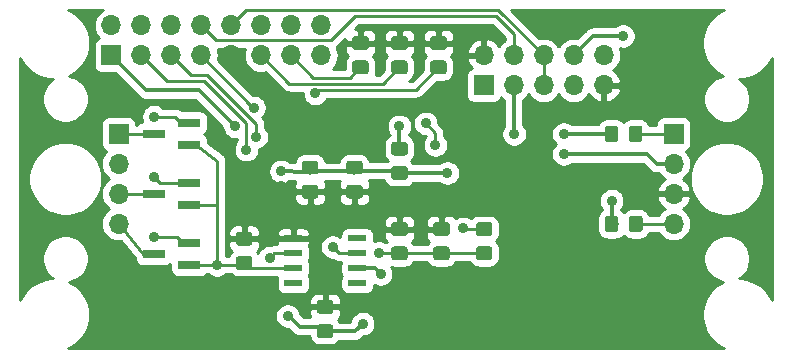
<source format=gbl>
%TF.GenerationSoftware,KiCad,Pcbnew,5.1.0*%
%TF.CreationDate,2019-04-08T01:08:36+02:00*%
%TF.ProjectId,BeerEyePi,42656572-4579-4655-9069-2e6b69636164,rev?*%
%TF.SameCoordinates,Original*%
%TF.FileFunction,Copper,L2,Bot*%
%TF.FilePolarity,Positive*%
%FSLAX46Y46*%
G04 Gerber Fmt 4.6, Leading zero omitted, Abs format (unit mm)*
G04 Created by KiCad (PCBNEW 5.1.0) date 2019-04-08 01:08:36*
%MOMM*%
%LPD*%
G04 APERTURE LIST*
%ADD10R,1.700000X1.700000*%
%ADD11O,1.700000X1.700000*%
%ADD12C,0.100000*%
%ADD13C,1.150000*%
%ADD14R,1.900000X0.800000*%
%ADD15R,1.550000X0.600000*%
%ADD16C,0.900000*%
%ADD17C,0.350000*%
%ADD18C,0.250000*%
%ADD19C,0.254000*%
G04 APERTURE END LIST*
D10*
X139920000Y-107080000D03*
D11*
X139920000Y-104540000D03*
X142460000Y-107080000D03*
X142460000Y-104540000D03*
X145000000Y-107080000D03*
X145000000Y-104540000D03*
X147540000Y-107080000D03*
X147540000Y-104540000D03*
X150080000Y-107080000D03*
X150080000Y-104540000D03*
D12*
G36*
X125696505Y-115513204D02*
G01*
X125720773Y-115516804D01*
X125744572Y-115522765D01*
X125767671Y-115531030D01*
X125789850Y-115541520D01*
X125810893Y-115554132D01*
X125830599Y-115568747D01*
X125848777Y-115585223D01*
X125865253Y-115603401D01*
X125879868Y-115623107D01*
X125892480Y-115644150D01*
X125902970Y-115666329D01*
X125911235Y-115689428D01*
X125917196Y-115713227D01*
X125920796Y-115737495D01*
X125922000Y-115761999D01*
X125922000Y-116412001D01*
X125920796Y-116436505D01*
X125917196Y-116460773D01*
X125911235Y-116484572D01*
X125902970Y-116507671D01*
X125892480Y-116529850D01*
X125879868Y-116550893D01*
X125865253Y-116570599D01*
X125848777Y-116588777D01*
X125830599Y-116605253D01*
X125810893Y-116619868D01*
X125789850Y-116632480D01*
X125767671Y-116642970D01*
X125744572Y-116651235D01*
X125720773Y-116657196D01*
X125696505Y-116660796D01*
X125672001Y-116662000D01*
X124771999Y-116662000D01*
X124747495Y-116660796D01*
X124723227Y-116657196D01*
X124699428Y-116651235D01*
X124676329Y-116642970D01*
X124654150Y-116632480D01*
X124633107Y-116619868D01*
X124613401Y-116605253D01*
X124595223Y-116588777D01*
X124578747Y-116570599D01*
X124564132Y-116550893D01*
X124551520Y-116529850D01*
X124541030Y-116507671D01*
X124532765Y-116484572D01*
X124526804Y-116460773D01*
X124523204Y-116436505D01*
X124522000Y-116412001D01*
X124522000Y-115761999D01*
X124523204Y-115737495D01*
X124526804Y-115713227D01*
X124532765Y-115689428D01*
X124541030Y-115666329D01*
X124551520Y-115644150D01*
X124564132Y-115623107D01*
X124578747Y-115603401D01*
X124595223Y-115585223D01*
X124613401Y-115568747D01*
X124633107Y-115554132D01*
X124654150Y-115541520D01*
X124676329Y-115531030D01*
X124699428Y-115522765D01*
X124723227Y-115516804D01*
X124747495Y-115513204D01*
X124771999Y-115512000D01*
X125672001Y-115512000D01*
X125696505Y-115513204D01*
X125696505Y-115513204D01*
G37*
D13*
X125222000Y-116087000D03*
D12*
G36*
X125696505Y-113463204D02*
G01*
X125720773Y-113466804D01*
X125744572Y-113472765D01*
X125767671Y-113481030D01*
X125789850Y-113491520D01*
X125810893Y-113504132D01*
X125830599Y-113518747D01*
X125848777Y-113535223D01*
X125865253Y-113553401D01*
X125879868Y-113573107D01*
X125892480Y-113594150D01*
X125902970Y-113616329D01*
X125911235Y-113639428D01*
X125917196Y-113663227D01*
X125920796Y-113687495D01*
X125922000Y-113711999D01*
X125922000Y-114362001D01*
X125920796Y-114386505D01*
X125917196Y-114410773D01*
X125911235Y-114434572D01*
X125902970Y-114457671D01*
X125892480Y-114479850D01*
X125879868Y-114500893D01*
X125865253Y-114520599D01*
X125848777Y-114538777D01*
X125830599Y-114555253D01*
X125810893Y-114569868D01*
X125789850Y-114582480D01*
X125767671Y-114592970D01*
X125744572Y-114601235D01*
X125720773Y-114607196D01*
X125696505Y-114610796D01*
X125672001Y-114612000D01*
X124771999Y-114612000D01*
X124747495Y-114610796D01*
X124723227Y-114607196D01*
X124699428Y-114601235D01*
X124676329Y-114592970D01*
X124654150Y-114582480D01*
X124633107Y-114569868D01*
X124613401Y-114555253D01*
X124595223Y-114538777D01*
X124578747Y-114520599D01*
X124564132Y-114500893D01*
X124551520Y-114479850D01*
X124541030Y-114457671D01*
X124532765Y-114434572D01*
X124526804Y-114410773D01*
X124523204Y-114386505D01*
X124522000Y-114362001D01*
X124522000Y-113711999D01*
X124523204Y-113687495D01*
X124526804Y-113663227D01*
X124532765Y-113639428D01*
X124541030Y-113616329D01*
X124551520Y-113594150D01*
X124564132Y-113573107D01*
X124578747Y-113553401D01*
X124595223Y-113535223D01*
X124613401Y-113518747D01*
X124633107Y-113504132D01*
X124654150Y-113491520D01*
X124676329Y-113481030D01*
X124699428Y-113472765D01*
X124723227Y-113466804D01*
X124747495Y-113463204D01*
X124771999Y-113462000D01*
X125672001Y-113462000D01*
X125696505Y-113463204D01*
X125696505Y-113463204D01*
G37*
D13*
X125222000Y-114037000D03*
D12*
G36*
X129443005Y-115513204D02*
G01*
X129467273Y-115516804D01*
X129491072Y-115522765D01*
X129514171Y-115531030D01*
X129536350Y-115541520D01*
X129557393Y-115554132D01*
X129577099Y-115568747D01*
X129595277Y-115585223D01*
X129611753Y-115603401D01*
X129626368Y-115623107D01*
X129638980Y-115644150D01*
X129649470Y-115666329D01*
X129657735Y-115689428D01*
X129663696Y-115713227D01*
X129667296Y-115737495D01*
X129668500Y-115761999D01*
X129668500Y-116412001D01*
X129667296Y-116436505D01*
X129663696Y-116460773D01*
X129657735Y-116484572D01*
X129649470Y-116507671D01*
X129638980Y-116529850D01*
X129626368Y-116550893D01*
X129611753Y-116570599D01*
X129595277Y-116588777D01*
X129577099Y-116605253D01*
X129557393Y-116619868D01*
X129536350Y-116632480D01*
X129514171Y-116642970D01*
X129491072Y-116651235D01*
X129467273Y-116657196D01*
X129443005Y-116660796D01*
X129418501Y-116662000D01*
X128518499Y-116662000D01*
X128493995Y-116660796D01*
X128469727Y-116657196D01*
X128445928Y-116651235D01*
X128422829Y-116642970D01*
X128400650Y-116632480D01*
X128379607Y-116619868D01*
X128359901Y-116605253D01*
X128341723Y-116588777D01*
X128325247Y-116570599D01*
X128310632Y-116550893D01*
X128298020Y-116529850D01*
X128287530Y-116507671D01*
X128279265Y-116484572D01*
X128273304Y-116460773D01*
X128269704Y-116436505D01*
X128268500Y-116412001D01*
X128268500Y-115761999D01*
X128269704Y-115737495D01*
X128273304Y-115713227D01*
X128279265Y-115689428D01*
X128287530Y-115666329D01*
X128298020Y-115644150D01*
X128310632Y-115623107D01*
X128325247Y-115603401D01*
X128341723Y-115585223D01*
X128359901Y-115568747D01*
X128379607Y-115554132D01*
X128400650Y-115541520D01*
X128422829Y-115531030D01*
X128445928Y-115522765D01*
X128469727Y-115516804D01*
X128493995Y-115513204D01*
X128518499Y-115512000D01*
X129418501Y-115512000D01*
X129443005Y-115513204D01*
X129443005Y-115513204D01*
G37*
D13*
X128968500Y-116087000D03*
D12*
G36*
X129443005Y-113463204D02*
G01*
X129467273Y-113466804D01*
X129491072Y-113472765D01*
X129514171Y-113481030D01*
X129536350Y-113491520D01*
X129557393Y-113504132D01*
X129577099Y-113518747D01*
X129595277Y-113535223D01*
X129611753Y-113553401D01*
X129626368Y-113573107D01*
X129638980Y-113594150D01*
X129649470Y-113616329D01*
X129657735Y-113639428D01*
X129663696Y-113663227D01*
X129667296Y-113687495D01*
X129668500Y-113711999D01*
X129668500Y-114362001D01*
X129667296Y-114386505D01*
X129663696Y-114410773D01*
X129657735Y-114434572D01*
X129649470Y-114457671D01*
X129638980Y-114479850D01*
X129626368Y-114500893D01*
X129611753Y-114520599D01*
X129595277Y-114538777D01*
X129577099Y-114555253D01*
X129557393Y-114569868D01*
X129536350Y-114582480D01*
X129514171Y-114592970D01*
X129491072Y-114601235D01*
X129467273Y-114607196D01*
X129443005Y-114610796D01*
X129418501Y-114612000D01*
X128518499Y-114612000D01*
X128493995Y-114610796D01*
X128469727Y-114607196D01*
X128445928Y-114601235D01*
X128422829Y-114592970D01*
X128400650Y-114582480D01*
X128379607Y-114569868D01*
X128359901Y-114555253D01*
X128341723Y-114538777D01*
X128325247Y-114520599D01*
X128310632Y-114500893D01*
X128298020Y-114479850D01*
X128287530Y-114457671D01*
X128279265Y-114434572D01*
X128273304Y-114410773D01*
X128269704Y-114386505D01*
X128268500Y-114362001D01*
X128268500Y-113711999D01*
X128269704Y-113687495D01*
X128273304Y-113663227D01*
X128279265Y-113639428D01*
X128287530Y-113616329D01*
X128298020Y-113594150D01*
X128310632Y-113573107D01*
X128325247Y-113553401D01*
X128341723Y-113535223D01*
X128359901Y-113518747D01*
X128379607Y-113504132D01*
X128400650Y-113491520D01*
X128422829Y-113481030D01*
X128445928Y-113472765D01*
X128469727Y-113466804D01*
X128493995Y-113463204D01*
X128518499Y-113462000D01*
X129418501Y-113462000D01*
X129443005Y-113463204D01*
X129443005Y-113463204D01*
G37*
D13*
X128968500Y-114037000D03*
D12*
G36*
X133253005Y-120720204D02*
G01*
X133277273Y-120723804D01*
X133301072Y-120729765D01*
X133324171Y-120738030D01*
X133346350Y-120748520D01*
X133367393Y-120761132D01*
X133387099Y-120775747D01*
X133405277Y-120792223D01*
X133421753Y-120810401D01*
X133436368Y-120830107D01*
X133448980Y-120851150D01*
X133459470Y-120873329D01*
X133467735Y-120896428D01*
X133473696Y-120920227D01*
X133477296Y-120944495D01*
X133478500Y-120968999D01*
X133478500Y-121619001D01*
X133477296Y-121643505D01*
X133473696Y-121667773D01*
X133467735Y-121691572D01*
X133459470Y-121714671D01*
X133448980Y-121736850D01*
X133436368Y-121757893D01*
X133421753Y-121777599D01*
X133405277Y-121795777D01*
X133387099Y-121812253D01*
X133367393Y-121826868D01*
X133346350Y-121839480D01*
X133324171Y-121849970D01*
X133301072Y-121858235D01*
X133277273Y-121864196D01*
X133253005Y-121867796D01*
X133228501Y-121869000D01*
X132328499Y-121869000D01*
X132303995Y-121867796D01*
X132279727Y-121864196D01*
X132255928Y-121858235D01*
X132232829Y-121849970D01*
X132210650Y-121839480D01*
X132189607Y-121826868D01*
X132169901Y-121812253D01*
X132151723Y-121795777D01*
X132135247Y-121777599D01*
X132120632Y-121757893D01*
X132108020Y-121736850D01*
X132097530Y-121714671D01*
X132089265Y-121691572D01*
X132083304Y-121667773D01*
X132079704Y-121643505D01*
X132078500Y-121619001D01*
X132078500Y-120968999D01*
X132079704Y-120944495D01*
X132083304Y-120920227D01*
X132089265Y-120896428D01*
X132097530Y-120873329D01*
X132108020Y-120851150D01*
X132120632Y-120830107D01*
X132135247Y-120810401D01*
X132151723Y-120792223D01*
X132169901Y-120775747D01*
X132189607Y-120761132D01*
X132210650Y-120748520D01*
X132232829Y-120738030D01*
X132255928Y-120729765D01*
X132279727Y-120723804D01*
X132303995Y-120720204D01*
X132328499Y-120719000D01*
X133228501Y-120719000D01*
X133253005Y-120720204D01*
X133253005Y-120720204D01*
G37*
D13*
X132778500Y-121294000D03*
D12*
G36*
X133253005Y-118670204D02*
G01*
X133277273Y-118673804D01*
X133301072Y-118679765D01*
X133324171Y-118688030D01*
X133346350Y-118698520D01*
X133367393Y-118711132D01*
X133387099Y-118725747D01*
X133405277Y-118742223D01*
X133421753Y-118760401D01*
X133436368Y-118780107D01*
X133448980Y-118801150D01*
X133459470Y-118823329D01*
X133467735Y-118846428D01*
X133473696Y-118870227D01*
X133477296Y-118894495D01*
X133478500Y-118918999D01*
X133478500Y-119569001D01*
X133477296Y-119593505D01*
X133473696Y-119617773D01*
X133467735Y-119641572D01*
X133459470Y-119664671D01*
X133448980Y-119686850D01*
X133436368Y-119707893D01*
X133421753Y-119727599D01*
X133405277Y-119745777D01*
X133387099Y-119762253D01*
X133367393Y-119776868D01*
X133346350Y-119789480D01*
X133324171Y-119799970D01*
X133301072Y-119808235D01*
X133277273Y-119814196D01*
X133253005Y-119817796D01*
X133228501Y-119819000D01*
X132328499Y-119819000D01*
X132303995Y-119817796D01*
X132279727Y-119814196D01*
X132255928Y-119808235D01*
X132232829Y-119799970D01*
X132210650Y-119789480D01*
X132189607Y-119776868D01*
X132169901Y-119762253D01*
X132151723Y-119745777D01*
X132135247Y-119727599D01*
X132120632Y-119707893D01*
X132108020Y-119686850D01*
X132097530Y-119664671D01*
X132089265Y-119641572D01*
X132083304Y-119617773D01*
X132079704Y-119593505D01*
X132078500Y-119569001D01*
X132078500Y-118918999D01*
X132079704Y-118894495D01*
X132083304Y-118870227D01*
X132089265Y-118846428D01*
X132097530Y-118823329D01*
X132108020Y-118801150D01*
X132120632Y-118780107D01*
X132135247Y-118760401D01*
X132151723Y-118742223D01*
X132169901Y-118725747D01*
X132189607Y-118711132D01*
X132210650Y-118698520D01*
X132232829Y-118688030D01*
X132255928Y-118679765D01*
X132279727Y-118673804D01*
X132303995Y-118670204D01*
X132328499Y-118669000D01*
X133228501Y-118669000D01*
X133253005Y-118670204D01*
X133253005Y-118670204D01*
G37*
D13*
X132778500Y-119244000D03*
D12*
G36*
X126966505Y-127315204D02*
G01*
X126990773Y-127318804D01*
X127014572Y-127324765D01*
X127037671Y-127333030D01*
X127059850Y-127343520D01*
X127080893Y-127356132D01*
X127100599Y-127370747D01*
X127118777Y-127387223D01*
X127135253Y-127405401D01*
X127149868Y-127425107D01*
X127162480Y-127446150D01*
X127172970Y-127468329D01*
X127181235Y-127491428D01*
X127187196Y-127515227D01*
X127190796Y-127539495D01*
X127192000Y-127563999D01*
X127192000Y-128214001D01*
X127190796Y-128238505D01*
X127187196Y-128262773D01*
X127181235Y-128286572D01*
X127172970Y-128309671D01*
X127162480Y-128331850D01*
X127149868Y-128352893D01*
X127135253Y-128372599D01*
X127118777Y-128390777D01*
X127100599Y-128407253D01*
X127080893Y-128421868D01*
X127059850Y-128434480D01*
X127037671Y-128444970D01*
X127014572Y-128453235D01*
X126990773Y-128459196D01*
X126966505Y-128462796D01*
X126942001Y-128464000D01*
X126041999Y-128464000D01*
X126017495Y-128462796D01*
X125993227Y-128459196D01*
X125969428Y-128453235D01*
X125946329Y-128444970D01*
X125924150Y-128434480D01*
X125903107Y-128421868D01*
X125883401Y-128407253D01*
X125865223Y-128390777D01*
X125848747Y-128372599D01*
X125834132Y-128352893D01*
X125821520Y-128331850D01*
X125811030Y-128309671D01*
X125802765Y-128286572D01*
X125796804Y-128262773D01*
X125793204Y-128238505D01*
X125792000Y-128214001D01*
X125792000Y-127563999D01*
X125793204Y-127539495D01*
X125796804Y-127515227D01*
X125802765Y-127491428D01*
X125811030Y-127468329D01*
X125821520Y-127446150D01*
X125834132Y-127425107D01*
X125848747Y-127405401D01*
X125865223Y-127387223D01*
X125883401Y-127370747D01*
X125903107Y-127356132D01*
X125924150Y-127343520D01*
X125946329Y-127333030D01*
X125969428Y-127324765D01*
X125993227Y-127318804D01*
X126017495Y-127315204D01*
X126041999Y-127314000D01*
X126942001Y-127314000D01*
X126966505Y-127315204D01*
X126966505Y-127315204D01*
G37*
D13*
X126492000Y-127889000D03*
D12*
G36*
X126966505Y-125265204D02*
G01*
X126990773Y-125268804D01*
X127014572Y-125274765D01*
X127037671Y-125283030D01*
X127059850Y-125293520D01*
X127080893Y-125306132D01*
X127100599Y-125320747D01*
X127118777Y-125337223D01*
X127135253Y-125355401D01*
X127149868Y-125375107D01*
X127162480Y-125396150D01*
X127172970Y-125418329D01*
X127181235Y-125441428D01*
X127187196Y-125465227D01*
X127190796Y-125489495D01*
X127192000Y-125513999D01*
X127192000Y-126164001D01*
X127190796Y-126188505D01*
X127187196Y-126212773D01*
X127181235Y-126236572D01*
X127172970Y-126259671D01*
X127162480Y-126281850D01*
X127149868Y-126302893D01*
X127135253Y-126322599D01*
X127118777Y-126340777D01*
X127100599Y-126357253D01*
X127080893Y-126371868D01*
X127059850Y-126384480D01*
X127037671Y-126394970D01*
X127014572Y-126403235D01*
X126990773Y-126409196D01*
X126966505Y-126412796D01*
X126942001Y-126414000D01*
X126041999Y-126414000D01*
X126017495Y-126412796D01*
X125993227Y-126409196D01*
X125969428Y-126403235D01*
X125946329Y-126394970D01*
X125924150Y-126384480D01*
X125903107Y-126371868D01*
X125883401Y-126357253D01*
X125865223Y-126340777D01*
X125848747Y-126322599D01*
X125834132Y-126302893D01*
X125821520Y-126281850D01*
X125811030Y-126259671D01*
X125802765Y-126236572D01*
X125796804Y-126212773D01*
X125793204Y-126188505D01*
X125792000Y-126164001D01*
X125792000Y-125513999D01*
X125793204Y-125489495D01*
X125796804Y-125465227D01*
X125802765Y-125441428D01*
X125811030Y-125418329D01*
X125821520Y-125396150D01*
X125834132Y-125375107D01*
X125848747Y-125355401D01*
X125865223Y-125337223D01*
X125883401Y-125320747D01*
X125903107Y-125306132D01*
X125924150Y-125293520D01*
X125946329Y-125283030D01*
X125969428Y-125274765D01*
X125993227Y-125268804D01*
X126017495Y-125265204D01*
X126041999Y-125264000D01*
X126942001Y-125264000D01*
X126966505Y-125265204D01*
X126966505Y-125265204D01*
G37*
D13*
X126492000Y-125839000D03*
D12*
G36*
X133253005Y-111875704D02*
G01*
X133277273Y-111879304D01*
X133301072Y-111885265D01*
X133324171Y-111893530D01*
X133346350Y-111904020D01*
X133367393Y-111916632D01*
X133387099Y-111931247D01*
X133405277Y-111947723D01*
X133421753Y-111965901D01*
X133436368Y-111985607D01*
X133448980Y-112006650D01*
X133459470Y-112028829D01*
X133467735Y-112051928D01*
X133473696Y-112075727D01*
X133477296Y-112099995D01*
X133478500Y-112124499D01*
X133478500Y-112774501D01*
X133477296Y-112799005D01*
X133473696Y-112823273D01*
X133467735Y-112847072D01*
X133459470Y-112870171D01*
X133448980Y-112892350D01*
X133436368Y-112913393D01*
X133421753Y-112933099D01*
X133405277Y-112951277D01*
X133387099Y-112967753D01*
X133367393Y-112982368D01*
X133346350Y-112994980D01*
X133324171Y-113005470D01*
X133301072Y-113013735D01*
X133277273Y-113019696D01*
X133253005Y-113023296D01*
X133228501Y-113024500D01*
X132328499Y-113024500D01*
X132303995Y-113023296D01*
X132279727Y-113019696D01*
X132255928Y-113013735D01*
X132232829Y-113005470D01*
X132210650Y-112994980D01*
X132189607Y-112982368D01*
X132169901Y-112967753D01*
X132151723Y-112951277D01*
X132135247Y-112933099D01*
X132120632Y-112913393D01*
X132108020Y-112892350D01*
X132097530Y-112870171D01*
X132089265Y-112847072D01*
X132083304Y-112823273D01*
X132079704Y-112799005D01*
X132078500Y-112774501D01*
X132078500Y-112124499D01*
X132079704Y-112099995D01*
X132083304Y-112075727D01*
X132089265Y-112051928D01*
X132097530Y-112028829D01*
X132108020Y-112006650D01*
X132120632Y-111985607D01*
X132135247Y-111965901D01*
X132151723Y-111947723D01*
X132169901Y-111931247D01*
X132189607Y-111916632D01*
X132210650Y-111904020D01*
X132232829Y-111893530D01*
X132255928Y-111885265D01*
X132279727Y-111879304D01*
X132303995Y-111875704D01*
X132328499Y-111874500D01*
X133228501Y-111874500D01*
X133253005Y-111875704D01*
X133253005Y-111875704D01*
G37*
D13*
X132778500Y-112449500D03*
D12*
G36*
X133253005Y-113925704D02*
G01*
X133277273Y-113929304D01*
X133301072Y-113935265D01*
X133324171Y-113943530D01*
X133346350Y-113954020D01*
X133367393Y-113966632D01*
X133387099Y-113981247D01*
X133405277Y-113997723D01*
X133421753Y-114015901D01*
X133436368Y-114035607D01*
X133448980Y-114056650D01*
X133459470Y-114078829D01*
X133467735Y-114101928D01*
X133473696Y-114125727D01*
X133477296Y-114149995D01*
X133478500Y-114174499D01*
X133478500Y-114824501D01*
X133477296Y-114849005D01*
X133473696Y-114873273D01*
X133467735Y-114897072D01*
X133459470Y-114920171D01*
X133448980Y-114942350D01*
X133436368Y-114963393D01*
X133421753Y-114983099D01*
X133405277Y-115001277D01*
X133387099Y-115017753D01*
X133367393Y-115032368D01*
X133346350Y-115044980D01*
X133324171Y-115055470D01*
X133301072Y-115063735D01*
X133277273Y-115069696D01*
X133253005Y-115073296D01*
X133228501Y-115074500D01*
X132328499Y-115074500D01*
X132303995Y-115073296D01*
X132279727Y-115069696D01*
X132255928Y-115063735D01*
X132232829Y-115055470D01*
X132210650Y-115044980D01*
X132189607Y-115032368D01*
X132169901Y-115017753D01*
X132151723Y-115001277D01*
X132135247Y-114983099D01*
X132120632Y-114963393D01*
X132108020Y-114942350D01*
X132097530Y-114920171D01*
X132089265Y-114897072D01*
X132083304Y-114873273D01*
X132079704Y-114849005D01*
X132078500Y-114824501D01*
X132078500Y-114174499D01*
X132079704Y-114149995D01*
X132083304Y-114125727D01*
X132089265Y-114101928D01*
X132097530Y-114078829D01*
X132108020Y-114056650D01*
X132120632Y-114035607D01*
X132135247Y-114015901D01*
X132151723Y-113997723D01*
X132169901Y-113981247D01*
X132189607Y-113966632D01*
X132210650Y-113954020D01*
X132232829Y-113943530D01*
X132255928Y-113935265D01*
X132279727Y-113929304D01*
X132303995Y-113925704D01*
X132328499Y-113924500D01*
X133228501Y-113924500D01*
X133253005Y-113925704D01*
X133253005Y-113925704D01*
G37*
D13*
X132778500Y-114499500D03*
D12*
G36*
X140428505Y-118670204D02*
G01*
X140452773Y-118673804D01*
X140476572Y-118679765D01*
X140499671Y-118688030D01*
X140521850Y-118698520D01*
X140542893Y-118711132D01*
X140562599Y-118725747D01*
X140580777Y-118742223D01*
X140597253Y-118760401D01*
X140611868Y-118780107D01*
X140624480Y-118801150D01*
X140634970Y-118823329D01*
X140643235Y-118846428D01*
X140649196Y-118870227D01*
X140652796Y-118894495D01*
X140654000Y-118918999D01*
X140654000Y-119569001D01*
X140652796Y-119593505D01*
X140649196Y-119617773D01*
X140643235Y-119641572D01*
X140634970Y-119664671D01*
X140624480Y-119686850D01*
X140611868Y-119707893D01*
X140597253Y-119727599D01*
X140580777Y-119745777D01*
X140562599Y-119762253D01*
X140542893Y-119776868D01*
X140521850Y-119789480D01*
X140499671Y-119799970D01*
X140476572Y-119808235D01*
X140452773Y-119814196D01*
X140428505Y-119817796D01*
X140404001Y-119819000D01*
X139503999Y-119819000D01*
X139479495Y-119817796D01*
X139455227Y-119814196D01*
X139431428Y-119808235D01*
X139408329Y-119799970D01*
X139386150Y-119789480D01*
X139365107Y-119776868D01*
X139345401Y-119762253D01*
X139327223Y-119745777D01*
X139310747Y-119727599D01*
X139296132Y-119707893D01*
X139283520Y-119686850D01*
X139273030Y-119664671D01*
X139264765Y-119641572D01*
X139258804Y-119617773D01*
X139255204Y-119593505D01*
X139254000Y-119569001D01*
X139254000Y-118918999D01*
X139255204Y-118894495D01*
X139258804Y-118870227D01*
X139264765Y-118846428D01*
X139273030Y-118823329D01*
X139283520Y-118801150D01*
X139296132Y-118780107D01*
X139310747Y-118760401D01*
X139327223Y-118742223D01*
X139345401Y-118725747D01*
X139365107Y-118711132D01*
X139386150Y-118698520D01*
X139408329Y-118688030D01*
X139431428Y-118679765D01*
X139455227Y-118673804D01*
X139479495Y-118670204D01*
X139503999Y-118669000D01*
X140404001Y-118669000D01*
X140428505Y-118670204D01*
X140428505Y-118670204D01*
G37*
D13*
X139954000Y-119244000D03*
D12*
G36*
X140428505Y-120720204D02*
G01*
X140452773Y-120723804D01*
X140476572Y-120729765D01*
X140499671Y-120738030D01*
X140521850Y-120748520D01*
X140542893Y-120761132D01*
X140562599Y-120775747D01*
X140580777Y-120792223D01*
X140597253Y-120810401D01*
X140611868Y-120830107D01*
X140624480Y-120851150D01*
X140634970Y-120873329D01*
X140643235Y-120896428D01*
X140649196Y-120920227D01*
X140652796Y-120944495D01*
X140654000Y-120968999D01*
X140654000Y-121619001D01*
X140652796Y-121643505D01*
X140649196Y-121667773D01*
X140643235Y-121691572D01*
X140634970Y-121714671D01*
X140624480Y-121736850D01*
X140611868Y-121757893D01*
X140597253Y-121777599D01*
X140580777Y-121795777D01*
X140562599Y-121812253D01*
X140542893Y-121826868D01*
X140521850Y-121839480D01*
X140499671Y-121849970D01*
X140476572Y-121858235D01*
X140452773Y-121864196D01*
X140428505Y-121867796D01*
X140404001Y-121869000D01*
X139503999Y-121869000D01*
X139479495Y-121867796D01*
X139455227Y-121864196D01*
X139431428Y-121858235D01*
X139408329Y-121849970D01*
X139386150Y-121839480D01*
X139365107Y-121826868D01*
X139345401Y-121812253D01*
X139327223Y-121795777D01*
X139310747Y-121777599D01*
X139296132Y-121757893D01*
X139283520Y-121736850D01*
X139273030Y-121714671D01*
X139264765Y-121691572D01*
X139258804Y-121667773D01*
X139255204Y-121643505D01*
X139254000Y-121619001D01*
X139254000Y-120968999D01*
X139255204Y-120944495D01*
X139258804Y-120920227D01*
X139264765Y-120896428D01*
X139273030Y-120873329D01*
X139283520Y-120851150D01*
X139296132Y-120830107D01*
X139310747Y-120810401D01*
X139327223Y-120792223D01*
X139345401Y-120775747D01*
X139365107Y-120761132D01*
X139386150Y-120748520D01*
X139408329Y-120738030D01*
X139431428Y-120729765D01*
X139455227Y-120723804D01*
X139479495Y-120720204D01*
X139503999Y-120719000D01*
X140404001Y-120719000D01*
X140428505Y-120720204D01*
X140428505Y-120720204D01*
G37*
D13*
X139954000Y-121294000D03*
D12*
G36*
X136809005Y-118670204D02*
G01*
X136833273Y-118673804D01*
X136857072Y-118679765D01*
X136880171Y-118688030D01*
X136902350Y-118698520D01*
X136923393Y-118711132D01*
X136943099Y-118725747D01*
X136961277Y-118742223D01*
X136977753Y-118760401D01*
X136992368Y-118780107D01*
X137004980Y-118801150D01*
X137015470Y-118823329D01*
X137023735Y-118846428D01*
X137029696Y-118870227D01*
X137033296Y-118894495D01*
X137034500Y-118918999D01*
X137034500Y-119569001D01*
X137033296Y-119593505D01*
X137029696Y-119617773D01*
X137023735Y-119641572D01*
X137015470Y-119664671D01*
X137004980Y-119686850D01*
X136992368Y-119707893D01*
X136977753Y-119727599D01*
X136961277Y-119745777D01*
X136943099Y-119762253D01*
X136923393Y-119776868D01*
X136902350Y-119789480D01*
X136880171Y-119799970D01*
X136857072Y-119808235D01*
X136833273Y-119814196D01*
X136809005Y-119817796D01*
X136784501Y-119819000D01*
X135884499Y-119819000D01*
X135859995Y-119817796D01*
X135835727Y-119814196D01*
X135811928Y-119808235D01*
X135788829Y-119799970D01*
X135766650Y-119789480D01*
X135745607Y-119776868D01*
X135725901Y-119762253D01*
X135707723Y-119745777D01*
X135691247Y-119727599D01*
X135676632Y-119707893D01*
X135664020Y-119686850D01*
X135653530Y-119664671D01*
X135645265Y-119641572D01*
X135639304Y-119617773D01*
X135635704Y-119593505D01*
X135634500Y-119569001D01*
X135634500Y-118918999D01*
X135635704Y-118894495D01*
X135639304Y-118870227D01*
X135645265Y-118846428D01*
X135653530Y-118823329D01*
X135664020Y-118801150D01*
X135676632Y-118780107D01*
X135691247Y-118760401D01*
X135707723Y-118742223D01*
X135725901Y-118725747D01*
X135745607Y-118711132D01*
X135766650Y-118698520D01*
X135788829Y-118688030D01*
X135811928Y-118679765D01*
X135835727Y-118673804D01*
X135859995Y-118670204D01*
X135884499Y-118669000D01*
X136784501Y-118669000D01*
X136809005Y-118670204D01*
X136809005Y-118670204D01*
G37*
D13*
X136334500Y-119244000D03*
D12*
G36*
X136809005Y-120720204D02*
G01*
X136833273Y-120723804D01*
X136857072Y-120729765D01*
X136880171Y-120738030D01*
X136902350Y-120748520D01*
X136923393Y-120761132D01*
X136943099Y-120775747D01*
X136961277Y-120792223D01*
X136977753Y-120810401D01*
X136992368Y-120830107D01*
X137004980Y-120851150D01*
X137015470Y-120873329D01*
X137023735Y-120896428D01*
X137029696Y-120920227D01*
X137033296Y-120944495D01*
X137034500Y-120968999D01*
X137034500Y-121619001D01*
X137033296Y-121643505D01*
X137029696Y-121667773D01*
X137023735Y-121691572D01*
X137015470Y-121714671D01*
X137004980Y-121736850D01*
X136992368Y-121757893D01*
X136977753Y-121777599D01*
X136961277Y-121795777D01*
X136943099Y-121812253D01*
X136923393Y-121826868D01*
X136902350Y-121839480D01*
X136880171Y-121849970D01*
X136857072Y-121858235D01*
X136833273Y-121864196D01*
X136809005Y-121867796D01*
X136784501Y-121869000D01*
X135884499Y-121869000D01*
X135859995Y-121867796D01*
X135835727Y-121864196D01*
X135811928Y-121858235D01*
X135788829Y-121849970D01*
X135766650Y-121839480D01*
X135745607Y-121826868D01*
X135725901Y-121812253D01*
X135707723Y-121795777D01*
X135691247Y-121777599D01*
X135676632Y-121757893D01*
X135664020Y-121736850D01*
X135653530Y-121714671D01*
X135645265Y-121691572D01*
X135639304Y-121667773D01*
X135635704Y-121643505D01*
X135634500Y-121619001D01*
X135634500Y-120968999D01*
X135635704Y-120944495D01*
X135639304Y-120920227D01*
X135645265Y-120896428D01*
X135653530Y-120873329D01*
X135664020Y-120851150D01*
X135676632Y-120830107D01*
X135691247Y-120810401D01*
X135707723Y-120792223D01*
X135725901Y-120775747D01*
X135745607Y-120761132D01*
X135766650Y-120748520D01*
X135788829Y-120738030D01*
X135811928Y-120729765D01*
X135835727Y-120723804D01*
X135859995Y-120720204D01*
X135884499Y-120719000D01*
X136784501Y-120719000D01*
X136809005Y-120720204D01*
X136809005Y-120720204D01*
G37*
D13*
X136334500Y-121294000D03*
D12*
G36*
X120108505Y-119495704D02*
G01*
X120132773Y-119499304D01*
X120156572Y-119505265D01*
X120179671Y-119513530D01*
X120201850Y-119524020D01*
X120222893Y-119536632D01*
X120242599Y-119551247D01*
X120260777Y-119567723D01*
X120277253Y-119585901D01*
X120291868Y-119605607D01*
X120304480Y-119626650D01*
X120314970Y-119648829D01*
X120323235Y-119671928D01*
X120329196Y-119695727D01*
X120332796Y-119719995D01*
X120334000Y-119744499D01*
X120334000Y-120394501D01*
X120332796Y-120419005D01*
X120329196Y-120443273D01*
X120323235Y-120467072D01*
X120314970Y-120490171D01*
X120304480Y-120512350D01*
X120291868Y-120533393D01*
X120277253Y-120553099D01*
X120260777Y-120571277D01*
X120242599Y-120587753D01*
X120222893Y-120602368D01*
X120201850Y-120614980D01*
X120179671Y-120625470D01*
X120156572Y-120633735D01*
X120132773Y-120639696D01*
X120108505Y-120643296D01*
X120084001Y-120644500D01*
X119183999Y-120644500D01*
X119159495Y-120643296D01*
X119135227Y-120639696D01*
X119111428Y-120633735D01*
X119088329Y-120625470D01*
X119066150Y-120614980D01*
X119045107Y-120602368D01*
X119025401Y-120587753D01*
X119007223Y-120571277D01*
X118990747Y-120553099D01*
X118976132Y-120533393D01*
X118963520Y-120512350D01*
X118953030Y-120490171D01*
X118944765Y-120467072D01*
X118938804Y-120443273D01*
X118935204Y-120419005D01*
X118934000Y-120394501D01*
X118934000Y-119744499D01*
X118935204Y-119719995D01*
X118938804Y-119695727D01*
X118944765Y-119671928D01*
X118953030Y-119648829D01*
X118963520Y-119626650D01*
X118976132Y-119605607D01*
X118990747Y-119585901D01*
X119007223Y-119567723D01*
X119025401Y-119551247D01*
X119045107Y-119536632D01*
X119066150Y-119524020D01*
X119088329Y-119513530D01*
X119111428Y-119505265D01*
X119135227Y-119499304D01*
X119159495Y-119495704D01*
X119183999Y-119494500D01*
X120084001Y-119494500D01*
X120108505Y-119495704D01*
X120108505Y-119495704D01*
G37*
D13*
X119634000Y-120069500D03*
D12*
G36*
X120108505Y-121545704D02*
G01*
X120132773Y-121549304D01*
X120156572Y-121555265D01*
X120179671Y-121563530D01*
X120201850Y-121574020D01*
X120222893Y-121586632D01*
X120242599Y-121601247D01*
X120260777Y-121617723D01*
X120277253Y-121635901D01*
X120291868Y-121655607D01*
X120304480Y-121676650D01*
X120314970Y-121698829D01*
X120323235Y-121721928D01*
X120329196Y-121745727D01*
X120332796Y-121769995D01*
X120334000Y-121794499D01*
X120334000Y-122444501D01*
X120332796Y-122469005D01*
X120329196Y-122493273D01*
X120323235Y-122517072D01*
X120314970Y-122540171D01*
X120304480Y-122562350D01*
X120291868Y-122583393D01*
X120277253Y-122603099D01*
X120260777Y-122621277D01*
X120242599Y-122637753D01*
X120222893Y-122652368D01*
X120201850Y-122664980D01*
X120179671Y-122675470D01*
X120156572Y-122683735D01*
X120132773Y-122689696D01*
X120108505Y-122693296D01*
X120084001Y-122694500D01*
X119183999Y-122694500D01*
X119159495Y-122693296D01*
X119135227Y-122689696D01*
X119111428Y-122683735D01*
X119088329Y-122675470D01*
X119066150Y-122664980D01*
X119045107Y-122652368D01*
X119025401Y-122637753D01*
X119007223Y-122621277D01*
X118990747Y-122603099D01*
X118976132Y-122583393D01*
X118963520Y-122562350D01*
X118953030Y-122540171D01*
X118944765Y-122517072D01*
X118938804Y-122493273D01*
X118935204Y-122469005D01*
X118934000Y-122444501D01*
X118934000Y-121794499D01*
X118935204Y-121769995D01*
X118938804Y-121745727D01*
X118944765Y-121721928D01*
X118953030Y-121698829D01*
X118963520Y-121676650D01*
X118976132Y-121655607D01*
X118990747Y-121635901D01*
X119007223Y-121617723D01*
X119025401Y-121601247D01*
X119045107Y-121586632D01*
X119066150Y-121574020D01*
X119088329Y-121563530D01*
X119111428Y-121555265D01*
X119135227Y-121549304D01*
X119159495Y-121545704D01*
X119183999Y-121544500D01*
X120084001Y-121544500D01*
X120108505Y-121545704D01*
X120108505Y-121545704D01*
G37*
D13*
X119634000Y-122119500D03*
D12*
G36*
X153139505Y-118109704D02*
G01*
X153163773Y-118113304D01*
X153187572Y-118119265D01*
X153210671Y-118127530D01*
X153232850Y-118138020D01*
X153253893Y-118150632D01*
X153273599Y-118165247D01*
X153291777Y-118181723D01*
X153308253Y-118199901D01*
X153322868Y-118219607D01*
X153335480Y-118240650D01*
X153345970Y-118262829D01*
X153354235Y-118285928D01*
X153360196Y-118309727D01*
X153363796Y-118333995D01*
X153365000Y-118358499D01*
X153365000Y-119258501D01*
X153363796Y-119283005D01*
X153360196Y-119307273D01*
X153354235Y-119331072D01*
X153345970Y-119354171D01*
X153335480Y-119376350D01*
X153322868Y-119397393D01*
X153308253Y-119417099D01*
X153291777Y-119435277D01*
X153273599Y-119451753D01*
X153253893Y-119466368D01*
X153232850Y-119478980D01*
X153210671Y-119489470D01*
X153187572Y-119497735D01*
X153163773Y-119503696D01*
X153139505Y-119507296D01*
X153115001Y-119508500D01*
X152464999Y-119508500D01*
X152440495Y-119507296D01*
X152416227Y-119503696D01*
X152392428Y-119497735D01*
X152369329Y-119489470D01*
X152347150Y-119478980D01*
X152326107Y-119466368D01*
X152306401Y-119451753D01*
X152288223Y-119435277D01*
X152271747Y-119417099D01*
X152257132Y-119397393D01*
X152244520Y-119376350D01*
X152234030Y-119354171D01*
X152225765Y-119331072D01*
X152219804Y-119307273D01*
X152216204Y-119283005D01*
X152215000Y-119258501D01*
X152215000Y-118358499D01*
X152216204Y-118333995D01*
X152219804Y-118309727D01*
X152225765Y-118285928D01*
X152234030Y-118262829D01*
X152244520Y-118240650D01*
X152257132Y-118219607D01*
X152271747Y-118199901D01*
X152288223Y-118181723D01*
X152306401Y-118165247D01*
X152326107Y-118150632D01*
X152347150Y-118138020D01*
X152369329Y-118127530D01*
X152392428Y-118119265D01*
X152416227Y-118113304D01*
X152440495Y-118109704D01*
X152464999Y-118108500D01*
X153115001Y-118108500D01*
X153139505Y-118109704D01*
X153139505Y-118109704D01*
G37*
D13*
X152790000Y-118808500D03*
D12*
G36*
X151089505Y-118109704D02*
G01*
X151113773Y-118113304D01*
X151137572Y-118119265D01*
X151160671Y-118127530D01*
X151182850Y-118138020D01*
X151203893Y-118150632D01*
X151223599Y-118165247D01*
X151241777Y-118181723D01*
X151258253Y-118199901D01*
X151272868Y-118219607D01*
X151285480Y-118240650D01*
X151295970Y-118262829D01*
X151304235Y-118285928D01*
X151310196Y-118309727D01*
X151313796Y-118333995D01*
X151315000Y-118358499D01*
X151315000Y-119258501D01*
X151313796Y-119283005D01*
X151310196Y-119307273D01*
X151304235Y-119331072D01*
X151295970Y-119354171D01*
X151285480Y-119376350D01*
X151272868Y-119397393D01*
X151258253Y-119417099D01*
X151241777Y-119435277D01*
X151223599Y-119451753D01*
X151203893Y-119466368D01*
X151182850Y-119478980D01*
X151160671Y-119489470D01*
X151137572Y-119497735D01*
X151113773Y-119503696D01*
X151089505Y-119507296D01*
X151065001Y-119508500D01*
X150414999Y-119508500D01*
X150390495Y-119507296D01*
X150366227Y-119503696D01*
X150342428Y-119497735D01*
X150319329Y-119489470D01*
X150297150Y-119478980D01*
X150276107Y-119466368D01*
X150256401Y-119451753D01*
X150238223Y-119435277D01*
X150221747Y-119417099D01*
X150207132Y-119397393D01*
X150194520Y-119376350D01*
X150184030Y-119354171D01*
X150175765Y-119331072D01*
X150169804Y-119307273D01*
X150166204Y-119283005D01*
X150165000Y-119258501D01*
X150165000Y-118358499D01*
X150166204Y-118333995D01*
X150169804Y-118309727D01*
X150175765Y-118285928D01*
X150184030Y-118262829D01*
X150194520Y-118240650D01*
X150207132Y-118219607D01*
X150221747Y-118199901D01*
X150238223Y-118181723D01*
X150256401Y-118165247D01*
X150276107Y-118150632D01*
X150297150Y-118138020D01*
X150319329Y-118127530D01*
X150342428Y-118119265D01*
X150366227Y-118113304D01*
X150390495Y-118109704D01*
X150414999Y-118108500D01*
X151065001Y-118108500D01*
X151089505Y-118109704D01*
X151089505Y-118109704D01*
G37*
D13*
X150740000Y-118808500D03*
D12*
G36*
X151080505Y-110489704D02*
G01*
X151104773Y-110493304D01*
X151128572Y-110499265D01*
X151151671Y-110507530D01*
X151173850Y-110518020D01*
X151194893Y-110530632D01*
X151214599Y-110545247D01*
X151232777Y-110561723D01*
X151249253Y-110579901D01*
X151263868Y-110599607D01*
X151276480Y-110620650D01*
X151286970Y-110642829D01*
X151295235Y-110665928D01*
X151301196Y-110689727D01*
X151304796Y-110713995D01*
X151306000Y-110738499D01*
X151306000Y-111638501D01*
X151304796Y-111663005D01*
X151301196Y-111687273D01*
X151295235Y-111711072D01*
X151286970Y-111734171D01*
X151276480Y-111756350D01*
X151263868Y-111777393D01*
X151249253Y-111797099D01*
X151232777Y-111815277D01*
X151214599Y-111831753D01*
X151194893Y-111846368D01*
X151173850Y-111858980D01*
X151151671Y-111869470D01*
X151128572Y-111877735D01*
X151104773Y-111883696D01*
X151080505Y-111887296D01*
X151056001Y-111888500D01*
X150405999Y-111888500D01*
X150381495Y-111887296D01*
X150357227Y-111883696D01*
X150333428Y-111877735D01*
X150310329Y-111869470D01*
X150288150Y-111858980D01*
X150267107Y-111846368D01*
X150247401Y-111831753D01*
X150229223Y-111815277D01*
X150212747Y-111797099D01*
X150198132Y-111777393D01*
X150185520Y-111756350D01*
X150175030Y-111734171D01*
X150166765Y-111711072D01*
X150160804Y-111687273D01*
X150157204Y-111663005D01*
X150156000Y-111638501D01*
X150156000Y-110738499D01*
X150157204Y-110713995D01*
X150160804Y-110689727D01*
X150166765Y-110665928D01*
X150175030Y-110642829D01*
X150185520Y-110620650D01*
X150198132Y-110599607D01*
X150212747Y-110579901D01*
X150229223Y-110561723D01*
X150247401Y-110545247D01*
X150267107Y-110530632D01*
X150288150Y-110518020D01*
X150310329Y-110507530D01*
X150333428Y-110499265D01*
X150357227Y-110493304D01*
X150381495Y-110489704D01*
X150405999Y-110488500D01*
X151056001Y-110488500D01*
X151080505Y-110489704D01*
X151080505Y-110489704D01*
G37*
D13*
X150731000Y-111188500D03*
D12*
G36*
X153130505Y-110489704D02*
G01*
X153154773Y-110493304D01*
X153178572Y-110499265D01*
X153201671Y-110507530D01*
X153223850Y-110518020D01*
X153244893Y-110530632D01*
X153264599Y-110545247D01*
X153282777Y-110561723D01*
X153299253Y-110579901D01*
X153313868Y-110599607D01*
X153326480Y-110620650D01*
X153336970Y-110642829D01*
X153345235Y-110665928D01*
X153351196Y-110689727D01*
X153354796Y-110713995D01*
X153356000Y-110738499D01*
X153356000Y-111638501D01*
X153354796Y-111663005D01*
X153351196Y-111687273D01*
X153345235Y-111711072D01*
X153336970Y-111734171D01*
X153326480Y-111756350D01*
X153313868Y-111777393D01*
X153299253Y-111797099D01*
X153282777Y-111815277D01*
X153264599Y-111831753D01*
X153244893Y-111846368D01*
X153223850Y-111858980D01*
X153201671Y-111869470D01*
X153178572Y-111877735D01*
X153154773Y-111883696D01*
X153130505Y-111887296D01*
X153106001Y-111888500D01*
X152455999Y-111888500D01*
X152431495Y-111887296D01*
X152407227Y-111883696D01*
X152383428Y-111877735D01*
X152360329Y-111869470D01*
X152338150Y-111858980D01*
X152317107Y-111846368D01*
X152297401Y-111831753D01*
X152279223Y-111815277D01*
X152262747Y-111797099D01*
X152248132Y-111777393D01*
X152235520Y-111756350D01*
X152225030Y-111734171D01*
X152216765Y-111711072D01*
X152210804Y-111687273D01*
X152207204Y-111663005D01*
X152206000Y-111638501D01*
X152206000Y-110738499D01*
X152207204Y-110713995D01*
X152210804Y-110689727D01*
X152216765Y-110665928D01*
X152225030Y-110642829D01*
X152235520Y-110620650D01*
X152248132Y-110599607D01*
X152262747Y-110579901D01*
X152279223Y-110561723D01*
X152297401Y-110545247D01*
X152317107Y-110530632D01*
X152338150Y-110518020D01*
X152360329Y-110507530D01*
X152383428Y-110499265D01*
X152407227Y-110493304D01*
X152431495Y-110489704D01*
X152455999Y-110488500D01*
X153106001Y-110488500D01*
X153130505Y-110489704D01*
X153130505Y-110489704D01*
G37*
D13*
X152781000Y-111188500D03*
D10*
X108370000Y-104540000D03*
D11*
X108370000Y-102000000D03*
X110910000Y-104540000D03*
X110910000Y-102000000D03*
X113450000Y-104540000D03*
X113450000Y-102000000D03*
X115990000Y-104540000D03*
X115990000Y-102000000D03*
X118530000Y-104540000D03*
X118530000Y-102000000D03*
X121070000Y-104540000D03*
X121070000Y-102000000D03*
X123610000Y-104540000D03*
X123610000Y-102000000D03*
X126150000Y-104540000D03*
X126150000Y-102000000D03*
D10*
X109000000Y-111190000D03*
D11*
X109000000Y-113730000D03*
X109000000Y-116270000D03*
X109000000Y-118810000D03*
D10*
X156000000Y-111190000D03*
D11*
X156000000Y-113730000D03*
X156000000Y-116270000D03*
X156000000Y-118810000D03*
D14*
X114974500Y-110238500D03*
X114974500Y-112138500D03*
X111974500Y-111188500D03*
X111974500Y-116268500D03*
X114974500Y-117218500D03*
X114974500Y-115318500D03*
X114974500Y-120398500D03*
X114974500Y-122298500D03*
X111974500Y-121348500D03*
D15*
X123792000Y-123825000D03*
X123792000Y-122555000D03*
X123792000Y-121285000D03*
X123792000Y-120015000D03*
X129192000Y-120015000D03*
X129192000Y-121285000D03*
X129192000Y-122555000D03*
X129192000Y-123825000D03*
D12*
G36*
X136555005Y-104972204D02*
G01*
X136579273Y-104975804D01*
X136603072Y-104981765D01*
X136626171Y-104990030D01*
X136648350Y-105000520D01*
X136669393Y-105013132D01*
X136689099Y-105027747D01*
X136707277Y-105044223D01*
X136723753Y-105062401D01*
X136738368Y-105082107D01*
X136750980Y-105103150D01*
X136761470Y-105125329D01*
X136769735Y-105148428D01*
X136775696Y-105172227D01*
X136779296Y-105196495D01*
X136780500Y-105220999D01*
X136780500Y-105871001D01*
X136779296Y-105895505D01*
X136775696Y-105919773D01*
X136769735Y-105943572D01*
X136761470Y-105966671D01*
X136750980Y-105988850D01*
X136738368Y-106009893D01*
X136723753Y-106029599D01*
X136707277Y-106047777D01*
X136689099Y-106064253D01*
X136669393Y-106078868D01*
X136648350Y-106091480D01*
X136626171Y-106101970D01*
X136603072Y-106110235D01*
X136579273Y-106116196D01*
X136555005Y-106119796D01*
X136530501Y-106121000D01*
X135630499Y-106121000D01*
X135605995Y-106119796D01*
X135581727Y-106116196D01*
X135557928Y-106110235D01*
X135534829Y-106101970D01*
X135512650Y-106091480D01*
X135491607Y-106078868D01*
X135471901Y-106064253D01*
X135453723Y-106047777D01*
X135437247Y-106029599D01*
X135422632Y-106009893D01*
X135410020Y-105988850D01*
X135399530Y-105966671D01*
X135391265Y-105943572D01*
X135385304Y-105919773D01*
X135381704Y-105895505D01*
X135380500Y-105871001D01*
X135380500Y-105220999D01*
X135381704Y-105196495D01*
X135385304Y-105172227D01*
X135391265Y-105148428D01*
X135399530Y-105125329D01*
X135410020Y-105103150D01*
X135422632Y-105082107D01*
X135437247Y-105062401D01*
X135453723Y-105044223D01*
X135471901Y-105027747D01*
X135491607Y-105013132D01*
X135512650Y-105000520D01*
X135534829Y-104990030D01*
X135557928Y-104981765D01*
X135581727Y-104975804D01*
X135605995Y-104972204D01*
X135630499Y-104971000D01*
X136530501Y-104971000D01*
X136555005Y-104972204D01*
X136555005Y-104972204D01*
G37*
D13*
X136080500Y-105546000D03*
D12*
G36*
X136555005Y-102922204D02*
G01*
X136579273Y-102925804D01*
X136603072Y-102931765D01*
X136626171Y-102940030D01*
X136648350Y-102950520D01*
X136669393Y-102963132D01*
X136689099Y-102977747D01*
X136707277Y-102994223D01*
X136723753Y-103012401D01*
X136738368Y-103032107D01*
X136750980Y-103053150D01*
X136761470Y-103075329D01*
X136769735Y-103098428D01*
X136775696Y-103122227D01*
X136779296Y-103146495D01*
X136780500Y-103170999D01*
X136780500Y-103821001D01*
X136779296Y-103845505D01*
X136775696Y-103869773D01*
X136769735Y-103893572D01*
X136761470Y-103916671D01*
X136750980Y-103938850D01*
X136738368Y-103959893D01*
X136723753Y-103979599D01*
X136707277Y-103997777D01*
X136689099Y-104014253D01*
X136669393Y-104028868D01*
X136648350Y-104041480D01*
X136626171Y-104051970D01*
X136603072Y-104060235D01*
X136579273Y-104066196D01*
X136555005Y-104069796D01*
X136530501Y-104071000D01*
X135630499Y-104071000D01*
X135605995Y-104069796D01*
X135581727Y-104066196D01*
X135557928Y-104060235D01*
X135534829Y-104051970D01*
X135512650Y-104041480D01*
X135491607Y-104028868D01*
X135471901Y-104014253D01*
X135453723Y-103997777D01*
X135437247Y-103979599D01*
X135422632Y-103959893D01*
X135410020Y-103938850D01*
X135399530Y-103916671D01*
X135391265Y-103893572D01*
X135385304Y-103869773D01*
X135381704Y-103845505D01*
X135380500Y-103821001D01*
X135380500Y-103170999D01*
X135381704Y-103146495D01*
X135385304Y-103122227D01*
X135391265Y-103098428D01*
X135399530Y-103075329D01*
X135410020Y-103053150D01*
X135422632Y-103032107D01*
X135437247Y-103012401D01*
X135453723Y-102994223D01*
X135471901Y-102977747D01*
X135491607Y-102963132D01*
X135512650Y-102950520D01*
X135534829Y-102940030D01*
X135557928Y-102931765D01*
X135581727Y-102925804D01*
X135605995Y-102922204D01*
X135630499Y-102921000D01*
X136530501Y-102921000D01*
X136555005Y-102922204D01*
X136555005Y-102922204D01*
G37*
D13*
X136080500Y-103496000D03*
D12*
G36*
X133253005Y-102922204D02*
G01*
X133277273Y-102925804D01*
X133301072Y-102931765D01*
X133324171Y-102940030D01*
X133346350Y-102950520D01*
X133367393Y-102963132D01*
X133387099Y-102977747D01*
X133405277Y-102994223D01*
X133421753Y-103012401D01*
X133436368Y-103032107D01*
X133448980Y-103053150D01*
X133459470Y-103075329D01*
X133467735Y-103098428D01*
X133473696Y-103122227D01*
X133477296Y-103146495D01*
X133478500Y-103170999D01*
X133478500Y-103821001D01*
X133477296Y-103845505D01*
X133473696Y-103869773D01*
X133467735Y-103893572D01*
X133459470Y-103916671D01*
X133448980Y-103938850D01*
X133436368Y-103959893D01*
X133421753Y-103979599D01*
X133405277Y-103997777D01*
X133387099Y-104014253D01*
X133367393Y-104028868D01*
X133346350Y-104041480D01*
X133324171Y-104051970D01*
X133301072Y-104060235D01*
X133277273Y-104066196D01*
X133253005Y-104069796D01*
X133228501Y-104071000D01*
X132328499Y-104071000D01*
X132303995Y-104069796D01*
X132279727Y-104066196D01*
X132255928Y-104060235D01*
X132232829Y-104051970D01*
X132210650Y-104041480D01*
X132189607Y-104028868D01*
X132169901Y-104014253D01*
X132151723Y-103997777D01*
X132135247Y-103979599D01*
X132120632Y-103959893D01*
X132108020Y-103938850D01*
X132097530Y-103916671D01*
X132089265Y-103893572D01*
X132083304Y-103869773D01*
X132079704Y-103845505D01*
X132078500Y-103821001D01*
X132078500Y-103170999D01*
X132079704Y-103146495D01*
X132083304Y-103122227D01*
X132089265Y-103098428D01*
X132097530Y-103075329D01*
X132108020Y-103053150D01*
X132120632Y-103032107D01*
X132135247Y-103012401D01*
X132151723Y-102994223D01*
X132169901Y-102977747D01*
X132189607Y-102963132D01*
X132210650Y-102950520D01*
X132232829Y-102940030D01*
X132255928Y-102931765D01*
X132279727Y-102925804D01*
X132303995Y-102922204D01*
X132328499Y-102921000D01*
X133228501Y-102921000D01*
X133253005Y-102922204D01*
X133253005Y-102922204D01*
G37*
D13*
X132778500Y-103496000D03*
D12*
G36*
X133253005Y-104972204D02*
G01*
X133277273Y-104975804D01*
X133301072Y-104981765D01*
X133324171Y-104990030D01*
X133346350Y-105000520D01*
X133367393Y-105013132D01*
X133387099Y-105027747D01*
X133405277Y-105044223D01*
X133421753Y-105062401D01*
X133436368Y-105082107D01*
X133448980Y-105103150D01*
X133459470Y-105125329D01*
X133467735Y-105148428D01*
X133473696Y-105172227D01*
X133477296Y-105196495D01*
X133478500Y-105220999D01*
X133478500Y-105871001D01*
X133477296Y-105895505D01*
X133473696Y-105919773D01*
X133467735Y-105943572D01*
X133459470Y-105966671D01*
X133448980Y-105988850D01*
X133436368Y-106009893D01*
X133421753Y-106029599D01*
X133405277Y-106047777D01*
X133387099Y-106064253D01*
X133367393Y-106078868D01*
X133346350Y-106091480D01*
X133324171Y-106101970D01*
X133301072Y-106110235D01*
X133277273Y-106116196D01*
X133253005Y-106119796D01*
X133228501Y-106121000D01*
X132328499Y-106121000D01*
X132303995Y-106119796D01*
X132279727Y-106116196D01*
X132255928Y-106110235D01*
X132232829Y-106101970D01*
X132210650Y-106091480D01*
X132189607Y-106078868D01*
X132169901Y-106064253D01*
X132151723Y-106047777D01*
X132135247Y-106029599D01*
X132120632Y-106009893D01*
X132108020Y-105988850D01*
X132097530Y-105966671D01*
X132089265Y-105943572D01*
X132083304Y-105919773D01*
X132079704Y-105895505D01*
X132078500Y-105871001D01*
X132078500Y-105220999D01*
X132079704Y-105196495D01*
X132083304Y-105172227D01*
X132089265Y-105148428D01*
X132097530Y-105125329D01*
X132108020Y-105103150D01*
X132120632Y-105082107D01*
X132135247Y-105062401D01*
X132151723Y-105044223D01*
X132169901Y-105027747D01*
X132189607Y-105013132D01*
X132210650Y-105000520D01*
X132232829Y-104990030D01*
X132255928Y-104981765D01*
X132279727Y-104975804D01*
X132303995Y-104972204D01*
X132328499Y-104971000D01*
X133228501Y-104971000D01*
X133253005Y-104972204D01*
X133253005Y-104972204D01*
G37*
D13*
X132778500Y-105546000D03*
D12*
G36*
X129951005Y-102922204D02*
G01*
X129975273Y-102925804D01*
X129999072Y-102931765D01*
X130022171Y-102940030D01*
X130044350Y-102950520D01*
X130065393Y-102963132D01*
X130085099Y-102977747D01*
X130103277Y-102994223D01*
X130119753Y-103012401D01*
X130134368Y-103032107D01*
X130146980Y-103053150D01*
X130157470Y-103075329D01*
X130165735Y-103098428D01*
X130171696Y-103122227D01*
X130175296Y-103146495D01*
X130176500Y-103170999D01*
X130176500Y-103821001D01*
X130175296Y-103845505D01*
X130171696Y-103869773D01*
X130165735Y-103893572D01*
X130157470Y-103916671D01*
X130146980Y-103938850D01*
X130134368Y-103959893D01*
X130119753Y-103979599D01*
X130103277Y-103997777D01*
X130085099Y-104014253D01*
X130065393Y-104028868D01*
X130044350Y-104041480D01*
X130022171Y-104051970D01*
X129999072Y-104060235D01*
X129975273Y-104066196D01*
X129951005Y-104069796D01*
X129926501Y-104071000D01*
X129026499Y-104071000D01*
X129001995Y-104069796D01*
X128977727Y-104066196D01*
X128953928Y-104060235D01*
X128930829Y-104051970D01*
X128908650Y-104041480D01*
X128887607Y-104028868D01*
X128867901Y-104014253D01*
X128849723Y-103997777D01*
X128833247Y-103979599D01*
X128818632Y-103959893D01*
X128806020Y-103938850D01*
X128795530Y-103916671D01*
X128787265Y-103893572D01*
X128781304Y-103869773D01*
X128777704Y-103845505D01*
X128776500Y-103821001D01*
X128776500Y-103170999D01*
X128777704Y-103146495D01*
X128781304Y-103122227D01*
X128787265Y-103098428D01*
X128795530Y-103075329D01*
X128806020Y-103053150D01*
X128818632Y-103032107D01*
X128833247Y-103012401D01*
X128849723Y-102994223D01*
X128867901Y-102977747D01*
X128887607Y-102963132D01*
X128908650Y-102950520D01*
X128930829Y-102940030D01*
X128953928Y-102931765D01*
X128977727Y-102925804D01*
X129001995Y-102922204D01*
X129026499Y-102921000D01*
X129926501Y-102921000D01*
X129951005Y-102922204D01*
X129951005Y-102922204D01*
G37*
D13*
X129476500Y-103496000D03*
D12*
G36*
X129951005Y-104972204D02*
G01*
X129975273Y-104975804D01*
X129999072Y-104981765D01*
X130022171Y-104990030D01*
X130044350Y-105000520D01*
X130065393Y-105013132D01*
X130085099Y-105027747D01*
X130103277Y-105044223D01*
X130119753Y-105062401D01*
X130134368Y-105082107D01*
X130146980Y-105103150D01*
X130157470Y-105125329D01*
X130165735Y-105148428D01*
X130171696Y-105172227D01*
X130175296Y-105196495D01*
X130176500Y-105220999D01*
X130176500Y-105871001D01*
X130175296Y-105895505D01*
X130171696Y-105919773D01*
X130165735Y-105943572D01*
X130157470Y-105966671D01*
X130146980Y-105988850D01*
X130134368Y-106009893D01*
X130119753Y-106029599D01*
X130103277Y-106047777D01*
X130085099Y-106064253D01*
X130065393Y-106078868D01*
X130044350Y-106091480D01*
X130022171Y-106101970D01*
X129999072Y-106110235D01*
X129975273Y-106116196D01*
X129951005Y-106119796D01*
X129926501Y-106121000D01*
X129026499Y-106121000D01*
X129001995Y-106119796D01*
X128977727Y-106116196D01*
X128953928Y-106110235D01*
X128930829Y-106101970D01*
X128908650Y-106091480D01*
X128887607Y-106078868D01*
X128867901Y-106064253D01*
X128849723Y-106047777D01*
X128833247Y-106029599D01*
X128818632Y-106009893D01*
X128806020Y-105988850D01*
X128795530Y-105966671D01*
X128787265Y-105943572D01*
X128781304Y-105919773D01*
X128777704Y-105895505D01*
X128776500Y-105871001D01*
X128776500Y-105220999D01*
X128777704Y-105196495D01*
X128781304Y-105172227D01*
X128787265Y-105148428D01*
X128795530Y-105125329D01*
X128806020Y-105103150D01*
X128818632Y-105082107D01*
X128833247Y-105062401D01*
X128849723Y-105044223D01*
X128867901Y-105027747D01*
X128887607Y-105013132D01*
X128908650Y-105000520D01*
X128930829Y-104990030D01*
X128953928Y-104981765D01*
X128977727Y-104975804D01*
X129001995Y-104972204D01*
X129026499Y-104971000D01*
X129926501Y-104971000D01*
X129951005Y-104972204D01*
X129951005Y-104972204D01*
G37*
D13*
X129476500Y-105546000D03*
D16*
X122745500Y-115633500D03*
X129667000Y-125603000D03*
X122745500Y-114363500D03*
X146685000Y-112903000D03*
X136842500Y-114490500D03*
X146685000Y-111188500D03*
X132778500Y-110553500D03*
X118872000Y-110553500D03*
X150749000Y-116840000D03*
X151700000Y-102900000D03*
X142494000Y-111188500D03*
X123317000Y-126619000D03*
X129667000Y-127254000D03*
X131191000Y-123063000D03*
X119824500Y-112522000D03*
X120650000Y-111442500D03*
X135001000Y-110299500D03*
X138176000Y-119189500D03*
X135826500Y-112141000D03*
X117348000Y-122298500D03*
X125666500Y-107759500D03*
X120459500Y-108966000D03*
X112014000Y-109728000D03*
X112014000Y-114808000D03*
X112014000Y-119888000D03*
X131064000Y-121285000D03*
X121793000Y-121666000D03*
X127127000Y-120777000D03*
D17*
X125222000Y-114037000D02*
X125547000Y-114362000D01*
X125222000Y-114037000D02*
X124883500Y-114375500D01*
X124883500Y-114375500D02*
X122745500Y-114363500D01*
X128643500Y-114362000D02*
X125420000Y-114362000D01*
X125420000Y-114362000D02*
X125222000Y-114037000D01*
X128968500Y-114037000D02*
X128643500Y-114362000D01*
X132579000Y-114300000D02*
X132778500Y-114499500D01*
X129231500Y-114300000D02*
X132579000Y-114300000D01*
X128968500Y-114037000D02*
X129231500Y-114300000D01*
X136198500Y-114499500D02*
X132778500Y-114499500D01*
X136198500Y-114499500D02*
X136833500Y-114499500D01*
X136842500Y-114490500D02*
X136833500Y-114499500D01*
X136833500Y-114499500D02*
X132778500Y-114499500D01*
X156000000Y-113730000D02*
X154560500Y-113730000D01*
X146685000Y-112903000D02*
X153733500Y-112903000D01*
X153733500Y-112903000D02*
X154560500Y-113730000D01*
X146685000Y-111188500D02*
X150740000Y-111188500D01*
X132778500Y-110553500D02*
X132778500Y-112449500D01*
X150740000Y-118808500D02*
X150749000Y-118799500D01*
X150749000Y-118799500D02*
X150749000Y-116840000D01*
X118872000Y-110553500D02*
X115824000Y-107505500D01*
X111335500Y-107505500D02*
X115824000Y-107505500D01*
X108370000Y-104540000D02*
X111335500Y-107505500D01*
X149180000Y-102900000D02*
X147540000Y-104540000D01*
X151700000Y-102900000D02*
X149180000Y-102900000D01*
X142460000Y-111154500D02*
X142494000Y-111188500D01*
X142460000Y-107080000D02*
X142460000Y-111154500D01*
X126873000Y-127508000D02*
X126492000Y-127889000D01*
X126111000Y-127508000D02*
X126492000Y-127889000D01*
X123444000Y-126619000D02*
X124333000Y-127508000D01*
X124333000Y-127508000D02*
X126111000Y-127508000D01*
X126492000Y-127889000D02*
X129032000Y-127889000D01*
X129032000Y-127889000D02*
X129667000Y-127254000D01*
X130683000Y-122555000D02*
X131191000Y-123063000D01*
X129192000Y-122555000D02*
X130683000Y-122555000D01*
D18*
X152790000Y-118808500D02*
X155998500Y-118808500D01*
X155998500Y-118808500D02*
X156000000Y-118810000D01*
X152790000Y-111188500D02*
X155998500Y-111188500D01*
X155998500Y-111188500D02*
X156000000Y-111190000D01*
X116268500Y-106743500D02*
X113113500Y-106743500D01*
X119824500Y-110299500D02*
X116268500Y-106743500D01*
X119824500Y-112522000D02*
X119824500Y-110299500D01*
X110910000Y-104540000D02*
X113113500Y-106743500D01*
X115145500Y-106235500D02*
X113450000Y-104540000D01*
X115145500Y-106235500D02*
X116522500Y-106235500D01*
X120650000Y-111442500D02*
X120650000Y-110363000D01*
X120650000Y-110363000D02*
X116522500Y-106235500D01*
X138176000Y-119189500D02*
X138230500Y-119244000D01*
X138230500Y-119244000D02*
X139954000Y-119244000D01*
X135001000Y-110299500D02*
X135826500Y-111125000D01*
X135826500Y-111125000D02*
X135826500Y-112141000D01*
X117348000Y-113474500D02*
X117348000Y-117218500D01*
X117348000Y-117218500D02*
X117348000Y-120967500D01*
X117348000Y-120967500D02*
X117348000Y-121031000D01*
X114974500Y-117218500D02*
X117348000Y-117218500D01*
X114974500Y-112138500D02*
X115567500Y-112138500D01*
X115567500Y-112138500D02*
X117348000Y-113474500D01*
X117348000Y-121031000D02*
X117348000Y-113474500D01*
X114974500Y-122298500D02*
X117348000Y-122298500D01*
X117348000Y-120967500D02*
X117348000Y-122298500D01*
X119634000Y-122119500D02*
X120069500Y-122555000D01*
X120069500Y-122555000D02*
X123792000Y-122555000D01*
X119634000Y-122119500D02*
X119455000Y-122298500D01*
X119455000Y-122298500D02*
X117348000Y-122298500D01*
X115990000Y-104540000D02*
X120416000Y-108966000D01*
X120416000Y-108966000D02*
X120459500Y-108966000D01*
X136080500Y-105546000D02*
X134192498Y-107434002D01*
X125991998Y-107434002D02*
X125666500Y-107759500D01*
X134192498Y-107434002D02*
X125991998Y-107434002D01*
X121070000Y-104540000D02*
X123464000Y-106934000D01*
X132778500Y-105546000D02*
X131390500Y-106934000D01*
X131390500Y-106934000D02*
X123464000Y-106934000D01*
X123610000Y-104540000D02*
X125496000Y-106426000D01*
X125496000Y-106426000D02*
X125496000Y-106426000D01*
X125496000Y-106426000D02*
X128596500Y-106426000D01*
X128596500Y-106426000D02*
X129476500Y-105546000D01*
X114302500Y-110238500D02*
X114974500Y-110238500D01*
X113792000Y-109728000D02*
X114302500Y-110238500D01*
X112014000Y-109728000D02*
X113792000Y-109728000D01*
X112524500Y-115318500D02*
X114974500Y-115318500D01*
X112014000Y-114808000D02*
X112524500Y-115318500D01*
X114429500Y-120398500D02*
X114974500Y-120398500D01*
X113919000Y-119888000D02*
X114429500Y-120398500D01*
X112014000Y-119888000D02*
X113919000Y-119888000D01*
X140950000Y-101225000D02*
X142460000Y-102735000D01*
X142460000Y-102735000D02*
X142460000Y-104540000D01*
X129000000Y-101225000D02*
X140950000Y-101225000D01*
X126950000Y-103275000D02*
X129000000Y-101225000D01*
X117265000Y-103275000D02*
X126950000Y-103275000D01*
X115990000Y-102000000D02*
X117265000Y-103275000D01*
X145000000Y-105877919D02*
X145000000Y-104540000D01*
X145000000Y-107080000D02*
X145000000Y-105877919D01*
X145000000Y-104540000D02*
X141160000Y-100700000D01*
X119830000Y-100700000D02*
X118530000Y-102000000D01*
X141160000Y-100700000D02*
X119830000Y-100700000D01*
X139954000Y-121294000D02*
X136334500Y-121294000D01*
X132778500Y-121294000D02*
X136334500Y-121294000D01*
X132778500Y-121294000D02*
X131073000Y-121294000D01*
X131073000Y-121294000D02*
X131064000Y-121285000D01*
X121793000Y-121666000D02*
X122174000Y-121285000D01*
X122174000Y-121285000D02*
X123792000Y-121285000D01*
X111974500Y-111188500D02*
X109001500Y-111188500D01*
X109001500Y-111188500D02*
X109000000Y-111190000D01*
X129192000Y-121285000D02*
X127635000Y-121285000D01*
X127635000Y-121285000D02*
X127127000Y-120777000D01*
X111974500Y-116268500D02*
X109001500Y-116268500D01*
X109001500Y-116268500D02*
X109000000Y-116270000D01*
X111094000Y-121348500D02*
X109000000Y-118810000D01*
X111974500Y-121348500D02*
X111094000Y-121348500D01*
D19*
G36*
X107540986Y-100759294D02*
G01*
X107314866Y-100944866D01*
X107129294Y-101170986D01*
X106991401Y-101428966D01*
X106906487Y-101708889D01*
X106877815Y-102000000D01*
X106906487Y-102291111D01*
X106991401Y-102571034D01*
X107129294Y-102829014D01*
X107314866Y-103055134D01*
X107344687Y-103079607D01*
X107275820Y-103100498D01*
X107165506Y-103159463D01*
X107068815Y-103238815D01*
X106989463Y-103335506D01*
X106930498Y-103445820D01*
X106894188Y-103565518D01*
X106881928Y-103690000D01*
X106881928Y-105390000D01*
X106894188Y-105514482D01*
X106930498Y-105634180D01*
X106989463Y-105744494D01*
X107068815Y-105841185D01*
X107165506Y-105920537D01*
X107275820Y-105979502D01*
X107395518Y-106015812D01*
X107520000Y-106028072D01*
X108712560Y-106028072D01*
X110734605Y-108050118D01*
X110759972Y-108081028D01*
X110811390Y-108123225D01*
X110883310Y-108182249D01*
X110927746Y-108206000D01*
X111024027Y-108257463D01*
X111176712Y-108303780D01*
X111295709Y-108315500D01*
X111295711Y-108315500D01*
X111335499Y-108319419D01*
X111375287Y-108315500D01*
X115488488Y-108315500D01*
X117787000Y-110614013D01*
X117787000Y-110660363D01*
X117828696Y-110869983D01*
X117910485Y-111067440D01*
X118029225Y-111245147D01*
X118180353Y-111396275D01*
X118358060Y-111515015D01*
X118555517Y-111596804D01*
X118765137Y-111638500D01*
X118978863Y-111638500D01*
X119064500Y-111621466D01*
X119064500Y-111747578D01*
X118981725Y-111830353D01*
X118862985Y-112008060D01*
X118781196Y-112205517D01*
X118739500Y-112415137D01*
X118739500Y-112628863D01*
X118781196Y-112838483D01*
X118862985Y-113035940D01*
X118981725Y-113213647D01*
X119132853Y-113364775D01*
X119310560Y-113483515D01*
X119508017Y-113565304D01*
X119717637Y-113607000D01*
X119931363Y-113607000D01*
X120140983Y-113565304D01*
X120338440Y-113483515D01*
X120516147Y-113364775D01*
X120667275Y-113213647D01*
X120786015Y-113035940D01*
X120867804Y-112838483D01*
X120909500Y-112628863D01*
X120909500Y-112497139D01*
X120966483Y-112485804D01*
X121163940Y-112404015D01*
X121341647Y-112285275D01*
X121492775Y-112134147D01*
X121611515Y-111956440D01*
X121693304Y-111758983D01*
X121735000Y-111549363D01*
X121735000Y-111335637D01*
X121693304Y-111126017D01*
X121611515Y-110928560D01*
X121492775Y-110750853D01*
X121410000Y-110668078D01*
X121410000Y-110400322D01*
X121413676Y-110362999D01*
X121410000Y-110325676D01*
X121410000Y-110325667D01*
X121399003Y-110214014D01*
X121355546Y-110070753D01*
X121284974Y-109938724D01*
X121234307Y-109876986D01*
X121213799Y-109851996D01*
X121213795Y-109851992D01*
X121190001Y-109822999D01*
X121161008Y-109799205D01*
X121160862Y-109799060D01*
X121302275Y-109657647D01*
X121421015Y-109479940D01*
X121502804Y-109282483D01*
X121544500Y-109072863D01*
X121544500Y-108859137D01*
X121502804Y-108649517D01*
X121421015Y-108452060D01*
X121302275Y-108274353D01*
X121151147Y-108123225D01*
X120973440Y-108004485D01*
X120775983Y-107922696D01*
X120566363Y-107881000D01*
X120405802Y-107881000D01*
X117430797Y-104905996D01*
X117453513Y-104831111D01*
X117482185Y-104540000D01*
X117453513Y-104248889D01*
X117388630Y-104035000D01*
X119671370Y-104035000D01*
X119606487Y-104248889D01*
X119577815Y-104540000D01*
X119606487Y-104831111D01*
X119691401Y-105111034D01*
X119829294Y-105369014D01*
X120014866Y-105595134D01*
X120240986Y-105780706D01*
X120498966Y-105918599D01*
X120778889Y-106003513D01*
X120997050Y-106025000D01*
X121142950Y-106025000D01*
X121361111Y-106003513D01*
X121435996Y-105980797D01*
X122900201Y-107445003D01*
X122923999Y-107474001D01*
X123039724Y-107568974D01*
X123171753Y-107639546D01*
X123315014Y-107683003D01*
X123426667Y-107694000D01*
X123426676Y-107694000D01*
X123463999Y-107697676D01*
X123501322Y-107694000D01*
X124581500Y-107694000D01*
X124581500Y-107866363D01*
X124623196Y-108075983D01*
X124704985Y-108273440D01*
X124823725Y-108451147D01*
X124974853Y-108602275D01*
X125152560Y-108721015D01*
X125350017Y-108802804D01*
X125559637Y-108844500D01*
X125773363Y-108844500D01*
X125982983Y-108802804D01*
X126180440Y-108721015D01*
X126358147Y-108602275D01*
X126509275Y-108451147D01*
X126628015Y-108273440D01*
X126660919Y-108194002D01*
X134155176Y-108194002D01*
X134192498Y-108197678D01*
X134229820Y-108194002D01*
X134229831Y-108194002D01*
X134341484Y-108183005D01*
X134484745Y-108139548D01*
X134616774Y-108068976D01*
X134732499Y-107974003D01*
X134756302Y-107944999D01*
X135942230Y-106759072D01*
X136530501Y-106759072D01*
X136703755Y-106742008D01*
X136870351Y-106691472D01*
X137023887Y-106609405D01*
X137158462Y-106498962D01*
X137268905Y-106364387D01*
X137350972Y-106210851D01*
X137401508Y-106044255D01*
X137418572Y-105871001D01*
X137418572Y-105220999D01*
X137401508Y-105047745D01*
X137350972Y-104881149D01*
X137268905Y-104727613D01*
X137158462Y-104593038D01*
X137151906Y-104587658D01*
X137231685Y-104522185D01*
X137311037Y-104425494D01*
X137370002Y-104315180D01*
X137406312Y-104195482D01*
X137407530Y-104183109D01*
X138478519Y-104183109D01*
X138599186Y-104413000D01*
X139793000Y-104413000D01*
X139793000Y-103219845D01*
X139563110Y-103098524D01*
X139415901Y-103143175D01*
X139153080Y-103268359D01*
X138919731Y-103442412D01*
X138724822Y-103658645D01*
X138575843Y-103908748D01*
X138478519Y-104183109D01*
X137407530Y-104183109D01*
X137418572Y-104071000D01*
X137415500Y-103781750D01*
X137256750Y-103623000D01*
X136207500Y-103623000D01*
X136207500Y-103643000D01*
X135953500Y-103643000D01*
X135953500Y-103623000D01*
X134904250Y-103623000D01*
X134745500Y-103781750D01*
X134742428Y-104071000D01*
X134754688Y-104195482D01*
X134790998Y-104315180D01*
X134849963Y-104425494D01*
X134929315Y-104522185D01*
X135009094Y-104587658D01*
X135002538Y-104593038D01*
X134892095Y-104727613D01*
X134810028Y-104881149D01*
X134759492Y-105047745D01*
X134742428Y-105220999D01*
X134742428Y-105809270D01*
X133877697Y-106674002D01*
X133601035Y-106674002D01*
X133721887Y-106609405D01*
X133856462Y-106498962D01*
X133966905Y-106364387D01*
X134048972Y-106210851D01*
X134099508Y-106044255D01*
X134116572Y-105871001D01*
X134116572Y-105220999D01*
X134099508Y-105047745D01*
X134048972Y-104881149D01*
X133966905Y-104727613D01*
X133856462Y-104593038D01*
X133849906Y-104587658D01*
X133929685Y-104522185D01*
X134009037Y-104425494D01*
X134068002Y-104315180D01*
X134104312Y-104195482D01*
X134116572Y-104071000D01*
X134113500Y-103781750D01*
X133954750Y-103623000D01*
X132905500Y-103623000D01*
X132905500Y-103643000D01*
X132651500Y-103643000D01*
X132651500Y-103623000D01*
X131602250Y-103623000D01*
X131443500Y-103781750D01*
X131440428Y-104071000D01*
X131452688Y-104195482D01*
X131488998Y-104315180D01*
X131547963Y-104425494D01*
X131627315Y-104522185D01*
X131707094Y-104587658D01*
X131700538Y-104593038D01*
X131590095Y-104727613D01*
X131508028Y-104881149D01*
X131457492Y-105047745D01*
X131440428Y-105220999D01*
X131440428Y-105809270D01*
X131075699Y-106174000D01*
X130758151Y-106174000D01*
X130797508Y-106044255D01*
X130814572Y-105871001D01*
X130814572Y-105220999D01*
X130797508Y-105047745D01*
X130746972Y-104881149D01*
X130664905Y-104727613D01*
X130554462Y-104593038D01*
X130547906Y-104587658D01*
X130627685Y-104522185D01*
X130707037Y-104425494D01*
X130766002Y-104315180D01*
X130802312Y-104195482D01*
X130814572Y-104071000D01*
X130811500Y-103781750D01*
X130652750Y-103623000D01*
X129603500Y-103623000D01*
X129603500Y-103643000D01*
X129349500Y-103643000D01*
X129349500Y-103623000D01*
X128300250Y-103623000D01*
X128141500Y-103781750D01*
X128138428Y-104071000D01*
X128150688Y-104195482D01*
X128186998Y-104315180D01*
X128245963Y-104425494D01*
X128325315Y-104522185D01*
X128405094Y-104587658D01*
X128398538Y-104593038D01*
X128288095Y-104727613D01*
X128206028Y-104881149D01*
X128155492Y-105047745D01*
X128138428Y-105220999D01*
X128138428Y-105666000D01*
X127118784Y-105666000D01*
X127205134Y-105595134D01*
X127390706Y-105369014D01*
X127528599Y-105111034D01*
X127613513Y-104831111D01*
X127642185Y-104540000D01*
X127613513Y-104248889D01*
X127528599Y-103968966D01*
X127459627Y-103839928D01*
X127490001Y-103815001D01*
X127513804Y-103785997D01*
X128140954Y-103158847D01*
X128141500Y-103210250D01*
X128300250Y-103369000D01*
X129349500Y-103369000D01*
X129349500Y-102444750D01*
X129603500Y-102444750D01*
X129603500Y-103369000D01*
X130652750Y-103369000D01*
X130811500Y-103210250D01*
X130814572Y-102921000D01*
X131440428Y-102921000D01*
X131443500Y-103210250D01*
X131602250Y-103369000D01*
X132651500Y-103369000D01*
X132651500Y-102444750D01*
X132905500Y-102444750D01*
X132905500Y-103369000D01*
X133954750Y-103369000D01*
X134113500Y-103210250D01*
X134116572Y-102921000D01*
X134742428Y-102921000D01*
X134745500Y-103210250D01*
X134904250Y-103369000D01*
X135953500Y-103369000D01*
X135953500Y-102444750D01*
X136207500Y-102444750D01*
X136207500Y-103369000D01*
X137256750Y-103369000D01*
X137415500Y-103210250D01*
X137418572Y-102921000D01*
X137406312Y-102796518D01*
X137370002Y-102676820D01*
X137311037Y-102566506D01*
X137231685Y-102469815D01*
X137134994Y-102390463D01*
X137024680Y-102331498D01*
X136904982Y-102295188D01*
X136780500Y-102282928D01*
X136366250Y-102286000D01*
X136207500Y-102444750D01*
X135953500Y-102444750D01*
X135794750Y-102286000D01*
X135380500Y-102282928D01*
X135256018Y-102295188D01*
X135136320Y-102331498D01*
X135026006Y-102390463D01*
X134929315Y-102469815D01*
X134849963Y-102566506D01*
X134790998Y-102676820D01*
X134754688Y-102796518D01*
X134742428Y-102921000D01*
X134116572Y-102921000D01*
X134104312Y-102796518D01*
X134068002Y-102676820D01*
X134009037Y-102566506D01*
X133929685Y-102469815D01*
X133832994Y-102390463D01*
X133722680Y-102331498D01*
X133602982Y-102295188D01*
X133478500Y-102282928D01*
X133064250Y-102286000D01*
X132905500Y-102444750D01*
X132651500Y-102444750D01*
X132492750Y-102286000D01*
X132078500Y-102282928D01*
X131954018Y-102295188D01*
X131834320Y-102331498D01*
X131724006Y-102390463D01*
X131627315Y-102469815D01*
X131547963Y-102566506D01*
X131488998Y-102676820D01*
X131452688Y-102796518D01*
X131440428Y-102921000D01*
X130814572Y-102921000D01*
X130802312Y-102796518D01*
X130766002Y-102676820D01*
X130707037Y-102566506D01*
X130627685Y-102469815D01*
X130530994Y-102390463D01*
X130420680Y-102331498D01*
X130300982Y-102295188D01*
X130176500Y-102282928D01*
X129762250Y-102286000D01*
X129603500Y-102444750D01*
X129349500Y-102444750D01*
X129190750Y-102286000D01*
X129015104Y-102284697D01*
X129314802Y-101985000D01*
X140635199Y-101985000D01*
X141700000Y-103049803D01*
X141700000Y-103262405D01*
X141630986Y-103299294D01*
X141404866Y-103484866D01*
X141219294Y-103710986D01*
X141184799Y-103775523D01*
X141115178Y-103658645D01*
X140920269Y-103442412D01*
X140686920Y-103268359D01*
X140424099Y-103143175D01*
X140276890Y-103098524D01*
X140047000Y-103219845D01*
X140047000Y-104413000D01*
X140067000Y-104413000D01*
X140067000Y-104667000D01*
X140047000Y-104667000D01*
X140047000Y-104687000D01*
X139793000Y-104687000D01*
X139793000Y-104667000D01*
X138599186Y-104667000D01*
X138478519Y-104896891D01*
X138575843Y-105171252D01*
X138724822Y-105421355D01*
X138901626Y-105617502D01*
X138825820Y-105640498D01*
X138715506Y-105699463D01*
X138618815Y-105778815D01*
X138539463Y-105875506D01*
X138480498Y-105985820D01*
X138444188Y-106105518D01*
X138431928Y-106230000D01*
X138431928Y-107930000D01*
X138444188Y-108054482D01*
X138480498Y-108174180D01*
X138539463Y-108284494D01*
X138618815Y-108381185D01*
X138715506Y-108460537D01*
X138825820Y-108519502D01*
X138945518Y-108555812D01*
X139070000Y-108568072D01*
X140770000Y-108568072D01*
X140894482Y-108555812D01*
X141014180Y-108519502D01*
X141124494Y-108460537D01*
X141221185Y-108381185D01*
X141300537Y-108284494D01*
X141359502Y-108174180D01*
X141380393Y-108105313D01*
X141404866Y-108135134D01*
X141630986Y-108320706D01*
X141650000Y-108330869D01*
X141650001Y-110498685D01*
X141532485Y-110674560D01*
X141450696Y-110872017D01*
X141409000Y-111081637D01*
X141409000Y-111295363D01*
X141450696Y-111504983D01*
X141532485Y-111702440D01*
X141651225Y-111880147D01*
X141802353Y-112031275D01*
X141980060Y-112150015D01*
X142177517Y-112231804D01*
X142387137Y-112273500D01*
X142600863Y-112273500D01*
X142810483Y-112231804D01*
X143007940Y-112150015D01*
X143185647Y-112031275D01*
X143336775Y-111880147D01*
X143455515Y-111702440D01*
X143537304Y-111504983D01*
X143579000Y-111295363D01*
X143579000Y-111081637D01*
X145600000Y-111081637D01*
X145600000Y-111295363D01*
X145641696Y-111504983D01*
X145723485Y-111702440D01*
X145842225Y-111880147D01*
X145993353Y-112031275D01*
X146015016Y-112045750D01*
X145993353Y-112060225D01*
X145842225Y-112211353D01*
X145723485Y-112389060D01*
X145641696Y-112586517D01*
X145600000Y-112796137D01*
X145600000Y-113009863D01*
X145641696Y-113219483D01*
X145723485Y-113416940D01*
X145842225Y-113594647D01*
X145993353Y-113745775D01*
X146171060Y-113864515D01*
X146368517Y-113946304D01*
X146578137Y-113988000D01*
X146791863Y-113988000D01*
X147001483Y-113946304D01*
X147198940Y-113864515D01*
X147376647Y-113745775D01*
X147409422Y-113713000D01*
X153397988Y-113713000D01*
X153959605Y-114274618D01*
X153984972Y-114305528D01*
X154053783Y-114361999D01*
X154108311Y-114406749D01*
X154249026Y-114481963D01*
X154277169Y-114490500D01*
X154401712Y-114528280D01*
X154520709Y-114540000D01*
X154520712Y-114540000D01*
X154560500Y-114543919D01*
X154600288Y-114540000D01*
X154749131Y-114540000D01*
X154759294Y-114559014D01*
X154944866Y-114785134D01*
X155170986Y-114970706D01*
X155235523Y-115005201D01*
X155118645Y-115074822D01*
X154902412Y-115269731D01*
X154728359Y-115503080D01*
X154603175Y-115765901D01*
X154558524Y-115913110D01*
X154679845Y-116143000D01*
X155873000Y-116143000D01*
X155873000Y-116123000D01*
X156127000Y-116123000D01*
X156127000Y-116143000D01*
X157320155Y-116143000D01*
X157441476Y-115913110D01*
X157396825Y-115765901D01*
X157271641Y-115503080D01*
X157097588Y-115269731D01*
X156881355Y-115074822D01*
X156764477Y-115005201D01*
X156829014Y-114970706D01*
X157055134Y-114785134D01*
X157131553Y-114692017D01*
X157373000Y-114692017D01*
X157373000Y-115307983D01*
X157493169Y-115912112D01*
X157728889Y-116481190D01*
X158071101Y-116993346D01*
X158506654Y-117428899D01*
X159018810Y-117771111D01*
X159587888Y-118006831D01*
X160192017Y-118127000D01*
X160807983Y-118127000D01*
X161412112Y-118006831D01*
X161981190Y-117771111D01*
X162493346Y-117428899D01*
X162928899Y-116993346D01*
X163271111Y-116481190D01*
X163506831Y-115912112D01*
X163627000Y-115307983D01*
X163627000Y-114692017D01*
X163506831Y-114087888D01*
X163271111Y-113518810D01*
X162928899Y-113006654D01*
X162493346Y-112571101D01*
X161981190Y-112228889D01*
X161412112Y-111993169D01*
X160807983Y-111873000D01*
X160192017Y-111873000D01*
X159587888Y-111993169D01*
X159018810Y-112228889D01*
X158506654Y-112571101D01*
X158071101Y-113006654D01*
X157728889Y-113518810D01*
X157493169Y-114087888D01*
X157373000Y-114692017D01*
X157131553Y-114692017D01*
X157240706Y-114559014D01*
X157378599Y-114301034D01*
X157463513Y-114021111D01*
X157492185Y-113730000D01*
X157463513Y-113438889D01*
X157378599Y-113158966D01*
X157240706Y-112900986D01*
X157055134Y-112674866D01*
X157025313Y-112650393D01*
X157094180Y-112629502D01*
X157204494Y-112570537D01*
X157301185Y-112491185D01*
X157380537Y-112394494D01*
X157439502Y-112284180D01*
X157475812Y-112164482D01*
X157488072Y-112040000D01*
X157488072Y-110340000D01*
X157475812Y-110215518D01*
X157439502Y-110095820D01*
X157380537Y-109985506D01*
X157301185Y-109888815D01*
X157204494Y-109809463D01*
X157094180Y-109750498D01*
X156974482Y-109714188D01*
X156850000Y-109701928D01*
X155150000Y-109701928D01*
X155025518Y-109714188D01*
X154905820Y-109750498D01*
X154795506Y-109809463D01*
X154698815Y-109888815D01*
X154619463Y-109985506D01*
X154560498Y-110095820D01*
X154524188Y-110215518D01*
X154511928Y-110340000D01*
X154511928Y-110428500D01*
X153935527Y-110428500D01*
X153926472Y-110398649D01*
X153844405Y-110245113D01*
X153733962Y-110110538D01*
X153599387Y-110000095D01*
X153445851Y-109918028D01*
X153279255Y-109867492D01*
X153106001Y-109850428D01*
X152455999Y-109850428D01*
X152282745Y-109867492D01*
X152116149Y-109918028D01*
X151962613Y-110000095D01*
X151828038Y-110110538D01*
X151756000Y-110198316D01*
X151683962Y-110110538D01*
X151549387Y-110000095D01*
X151395851Y-109918028D01*
X151229255Y-109867492D01*
X151056001Y-109850428D01*
X150405999Y-109850428D01*
X150232745Y-109867492D01*
X150066149Y-109918028D01*
X149912613Y-110000095D01*
X149778038Y-110110538D01*
X149667595Y-110245113D01*
X149596298Y-110378500D01*
X147409422Y-110378500D01*
X147376647Y-110345725D01*
X147198940Y-110226985D01*
X147001483Y-110145196D01*
X146791863Y-110103500D01*
X146578137Y-110103500D01*
X146368517Y-110145196D01*
X146171060Y-110226985D01*
X145993353Y-110345725D01*
X145842225Y-110496853D01*
X145723485Y-110674560D01*
X145641696Y-110872017D01*
X145600000Y-111081637D01*
X143579000Y-111081637D01*
X143537304Y-110872017D01*
X143455515Y-110674560D01*
X143336775Y-110496853D01*
X143270000Y-110430078D01*
X143270000Y-108330869D01*
X143289014Y-108320706D01*
X143515134Y-108135134D01*
X143700706Y-107909014D01*
X143730000Y-107854209D01*
X143759294Y-107909014D01*
X143944866Y-108135134D01*
X144170986Y-108320706D01*
X144428966Y-108458599D01*
X144708889Y-108543513D01*
X144927050Y-108565000D01*
X145072950Y-108565000D01*
X145291111Y-108543513D01*
X145571034Y-108458599D01*
X145829014Y-108320706D01*
X146055134Y-108135134D01*
X146240706Y-107909014D01*
X146270000Y-107854209D01*
X146299294Y-107909014D01*
X146484866Y-108135134D01*
X146710986Y-108320706D01*
X146968966Y-108458599D01*
X147248889Y-108543513D01*
X147467050Y-108565000D01*
X147612950Y-108565000D01*
X147831111Y-108543513D01*
X148111034Y-108458599D01*
X148369014Y-108320706D01*
X148595134Y-108135134D01*
X148780706Y-107909014D01*
X148815201Y-107844477D01*
X148884822Y-107961355D01*
X149079731Y-108177588D01*
X149313080Y-108351641D01*
X149575901Y-108476825D01*
X149723110Y-108521476D01*
X149953000Y-108400155D01*
X149953000Y-107207000D01*
X150207000Y-107207000D01*
X150207000Y-108400155D01*
X150436890Y-108521476D01*
X150584099Y-108476825D01*
X150846920Y-108351641D01*
X151080269Y-108177588D01*
X151275178Y-107961355D01*
X151424157Y-107711252D01*
X151521481Y-107436891D01*
X151400814Y-107207000D01*
X150207000Y-107207000D01*
X149953000Y-107207000D01*
X149933000Y-107207000D01*
X149933000Y-106953000D01*
X149953000Y-106953000D01*
X149953000Y-106933000D01*
X150207000Y-106933000D01*
X150207000Y-106953000D01*
X151400814Y-106953000D01*
X151521481Y-106723109D01*
X151424157Y-106448748D01*
X151275178Y-106198645D01*
X151080269Y-105982412D01*
X150851244Y-105811584D01*
X150909014Y-105780706D01*
X151135134Y-105595134D01*
X151320706Y-105369014D01*
X151458599Y-105111034D01*
X151543513Y-104831111D01*
X151572185Y-104540000D01*
X151543513Y-104248889D01*
X151458599Y-103968966D01*
X151452183Y-103956963D01*
X151593137Y-103985000D01*
X151806863Y-103985000D01*
X152016483Y-103943304D01*
X152213940Y-103861515D01*
X152391647Y-103742775D01*
X152542775Y-103591647D01*
X152661515Y-103413940D01*
X152743304Y-103216483D01*
X152785000Y-103006863D01*
X152785000Y-102793137D01*
X152743304Y-102583517D01*
X152661515Y-102386060D01*
X152542775Y-102208353D01*
X152391647Y-102057225D01*
X152213940Y-101938485D01*
X152016483Y-101856696D01*
X151806863Y-101815000D01*
X151593137Y-101815000D01*
X151383517Y-101856696D01*
X151186060Y-101938485D01*
X151008353Y-102057225D01*
X150975578Y-102090000D01*
X149219787Y-102090000D01*
X149179999Y-102086081D01*
X149140211Y-102090000D01*
X149140209Y-102090000D01*
X149021212Y-102101720D01*
X148868527Y-102148037D01*
X148827102Y-102170179D01*
X148727810Y-102223251D01*
X148676464Y-102265390D01*
X148604472Y-102324472D01*
X148579105Y-102355382D01*
X147851742Y-103082745D01*
X147831111Y-103076487D01*
X147612950Y-103055000D01*
X147467050Y-103055000D01*
X147248889Y-103076487D01*
X146968966Y-103161401D01*
X146710986Y-103299294D01*
X146484866Y-103484866D01*
X146299294Y-103710986D01*
X146270000Y-103765791D01*
X146240706Y-103710986D01*
X146055134Y-103484866D01*
X145829014Y-103299294D01*
X145571034Y-103161401D01*
X145291111Y-103076487D01*
X145072950Y-103055000D01*
X144927050Y-103055000D01*
X144708889Y-103076487D01*
X144634005Y-103099203D01*
X142219801Y-100685000D01*
X160255423Y-100685000D01*
X160042494Y-100773198D01*
X159538527Y-101109938D01*
X159109938Y-101538527D01*
X158773198Y-102042494D01*
X158541248Y-102602472D01*
X158423000Y-103196942D01*
X158423000Y-103803058D01*
X158541248Y-104397528D01*
X158773198Y-104957506D01*
X159109938Y-105461473D01*
X159538527Y-105890062D01*
X160042494Y-106226802D01*
X160189794Y-106287815D01*
X159920997Y-106341282D01*
X159559750Y-106490915D01*
X159234636Y-106708149D01*
X158958149Y-106984636D01*
X158740915Y-107309750D01*
X158591282Y-107670997D01*
X158515000Y-108054495D01*
X158515000Y-108445505D01*
X158591282Y-108829003D01*
X158740915Y-109190250D01*
X158958149Y-109515364D01*
X159234636Y-109791851D01*
X159559750Y-110009085D01*
X159920997Y-110158718D01*
X160304495Y-110235000D01*
X160695505Y-110235000D01*
X161079003Y-110158718D01*
X161440250Y-110009085D01*
X161765364Y-109791851D01*
X162041851Y-109515364D01*
X162259085Y-109190250D01*
X162408718Y-108829003D01*
X162485000Y-108445505D01*
X162485000Y-108054495D01*
X162408718Y-107670997D01*
X162259085Y-107309750D01*
X162041851Y-106984636D01*
X161765364Y-106708149D01*
X161569085Y-106577000D01*
X161803058Y-106577000D01*
X162397528Y-106458752D01*
X162957506Y-106226802D01*
X163461473Y-105890062D01*
X163890062Y-105461473D01*
X164226802Y-104957506D01*
X164315001Y-104744574D01*
X164315000Y-125255423D01*
X164226802Y-125042494D01*
X163890062Y-124538527D01*
X163461473Y-124109938D01*
X162957506Y-123773198D01*
X162397528Y-123541248D01*
X161803058Y-123423000D01*
X161569085Y-123423000D01*
X161765364Y-123291851D01*
X162041851Y-123015364D01*
X162259085Y-122690250D01*
X162408718Y-122329003D01*
X162485000Y-121945505D01*
X162485000Y-121554495D01*
X162408718Y-121170997D01*
X162259085Y-120809750D01*
X162041851Y-120484636D01*
X161765364Y-120208149D01*
X161440250Y-119990915D01*
X161079003Y-119841282D01*
X160695505Y-119765000D01*
X160304495Y-119765000D01*
X159920997Y-119841282D01*
X159559750Y-119990915D01*
X159234636Y-120208149D01*
X158958149Y-120484636D01*
X158740915Y-120809750D01*
X158591282Y-121170997D01*
X158515000Y-121554495D01*
X158515000Y-121945505D01*
X158591282Y-122329003D01*
X158740915Y-122690250D01*
X158958149Y-123015364D01*
X159234636Y-123291851D01*
X159559750Y-123509085D01*
X159920997Y-123658718D01*
X160189794Y-123712185D01*
X160042494Y-123773198D01*
X159538527Y-124109938D01*
X159109938Y-124538527D01*
X158773198Y-125042494D01*
X158541248Y-125602472D01*
X158423000Y-126196942D01*
X158423000Y-126803058D01*
X158541248Y-127397528D01*
X158773198Y-127957506D01*
X159109938Y-128461473D01*
X159538527Y-128890062D01*
X160042494Y-129226802D01*
X160255423Y-129315000D01*
X104744577Y-129315000D01*
X104957506Y-129226802D01*
X105461473Y-128890062D01*
X105890062Y-128461473D01*
X106226802Y-127957506D01*
X106458752Y-127397528D01*
X106577000Y-126803058D01*
X106577000Y-126512137D01*
X122232000Y-126512137D01*
X122232000Y-126725863D01*
X122273696Y-126935483D01*
X122355485Y-127132940D01*
X122474225Y-127310647D01*
X122625353Y-127461775D01*
X122803060Y-127580515D01*
X123000517Y-127662304D01*
X123210137Y-127704000D01*
X123383487Y-127704000D01*
X123732105Y-128052618D01*
X123757472Y-128083528D01*
X123796165Y-128115282D01*
X123880810Y-128184749D01*
X123935538Y-128214001D01*
X124021527Y-128259963D01*
X124174212Y-128306280D01*
X124293209Y-128318000D01*
X124293212Y-128318000D01*
X124333000Y-128321919D01*
X124372788Y-128318000D01*
X125164171Y-128318000D01*
X125170992Y-128387255D01*
X125221528Y-128553851D01*
X125303595Y-128707387D01*
X125414038Y-128841962D01*
X125548613Y-128952405D01*
X125702149Y-129034472D01*
X125868745Y-129085008D01*
X126041999Y-129102072D01*
X126942001Y-129102072D01*
X127115255Y-129085008D01*
X127281851Y-129034472D01*
X127435387Y-128952405D01*
X127569962Y-128841962D01*
X127680405Y-128707387D01*
X127684888Y-128699000D01*
X128992212Y-128699000D01*
X129032000Y-128702919D01*
X129071788Y-128699000D01*
X129071791Y-128699000D01*
X129190788Y-128687280D01*
X129343473Y-128640963D01*
X129484189Y-128565749D01*
X129607528Y-128464528D01*
X129632899Y-128433613D01*
X129727512Y-128339000D01*
X129773863Y-128339000D01*
X129983483Y-128297304D01*
X130180940Y-128215515D01*
X130358647Y-128096775D01*
X130509775Y-127945647D01*
X130628515Y-127767940D01*
X130710304Y-127570483D01*
X130752000Y-127360863D01*
X130752000Y-127147137D01*
X130710304Y-126937517D01*
X130628515Y-126740060D01*
X130509775Y-126562353D01*
X130358647Y-126411225D01*
X130180940Y-126292485D01*
X129983483Y-126210696D01*
X129773863Y-126169000D01*
X129560137Y-126169000D01*
X129350517Y-126210696D01*
X129153060Y-126292485D01*
X128975353Y-126411225D01*
X128824225Y-126562353D01*
X128705485Y-126740060D01*
X128623696Y-126937517D01*
X128595553Y-127079000D01*
X127684888Y-127079000D01*
X127680405Y-127070613D01*
X127569962Y-126936038D01*
X127563406Y-126930658D01*
X127643185Y-126865185D01*
X127722537Y-126768494D01*
X127781502Y-126658180D01*
X127817812Y-126538482D01*
X127830072Y-126414000D01*
X127827000Y-126124750D01*
X127668250Y-125966000D01*
X126619000Y-125966000D01*
X126619000Y-125986000D01*
X126365000Y-125986000D01*
X126365000Y-125966000D01*
X125315750Y-125966000D01*
X125157000Y-126124750D01*
X125153928Y-126414000D01*
X125166188Y-126538482D01*
X125202498Y-126658180D01*
X125223783Y-126698000D01*
X124668513Y-126698000D01*
X124381975Y-126411462D01*
X124360304Y-126302517D01*
X124278515Y-126105060D01*
X124159775Y-125927353D01*
X124008647Y-125776225D01*
X123830940Y-125657485D01*
X123633483Y-125575696D01*
X123423863Y-125534000D01*
X123210137Y-125534000D01*
X123000517Y-125575696D01*
X122803060Y-125657485D01*
X122625353Y-125776225D01*
X122474225Y-125927353D01*
X122355485Y-126105060D01*
X122273696Y-126302517D01*
X122232000Y-126512137D01*
X106577000Y-126512137D01*
X106577000Y-126196942D01*
X106458752Y-125602472D01*
X106318553Y-125264000D01*
X125153928Y-125264000D01*
X125157000Y-125553250D01*
X125315750Y-125712000D01*
X126365000Y-125712000D01*
X126365000Y-124787750D01*
X126619000Y-124787750D01*
X126619000Y-125712000D01*
X127668250Y-125712000D01*
X127827000Y-125553250D01*
X127830072Y-125264000D01*
X127817812Y-125139518D01*
X127781502Y-125019820D01*
X127722537Y-124909506D01*
X127643185Y-124812815D01*
X127546494Y-124733463D01*
X127436180Y-124674498D01*
X127316482Y-124638188D01*
X127192000Y-124625928D01*
X126777750Y-124629000D01*
X126619000Y-124787750D01*
X126365000Y-124787750D01*
X126206250Y-124629000D01*
X125792000Y-124625928D01*
X125667518Y-124638188D01*
X125547820Y-124674498D01*
X125437506Y-124733463D01*
X125340815Y-124812815D01*
X125261463Y-124909506D01*
X125202498Y-125019820D01*
X125166188Y-125139518D01*
X125153928Y-125264000D01*
X106318553Y-125264000D01*
X106226802Y-125042494D01*
X105890062Y-124538527D01*
X105461473Y-124109938D01*
X104957506Y-123773198D01*
X104810206Y-123712185D01*
X105079003Y-123658718D01*
X105440250Y-123509085D01*
X105765364Y-123291851D01*
X106041851Y-123015364D01*
X106259085Y-122690250D01*
X106408718Y-122329003D01*
X106485000Y-121945505D01*
X106485000Y-121554495D01*
X106408718Y-121170997D01*
X106259085Y-120809750D01*
X106041851Y-120484636D01*
X105765364Y-120208149D01*
X105440250Y-119990915D01*
X105079003Y-119841282D01*
X104695505Y-119765000D01*
X104304495Y-119765000D01*
X103920997Y-119841282D01*
X103559750Y-119990915D01*
X103234636Y-120208149D01*
X102958149Y-120484636D01*
X102740915Y-120809750D01*
X102591282Y-121170997D01*
X102515000Y-121554495D01*
X102515000Y-121945505D01*
X102591282Y-122329003D01*
X102740915Y-122690250D01*
X102958149Y-123015364D01*
X103234636Y-123291851D01*
X103430915Y-123423000D01*
X103196942Y-123423000D01*
X102602472Y-123541248D01*
X102042494Y-123773198D01*
X101538527Y-124109938D01*
X101109938Y-124538527D01*
X100773198Y-125042494D01*
X100685000Y-125255423D01*
X100685000Y-114692017D01*
X101373000Y-114692017D01*
X101373000Y-115307983D01*
X101493169Y-115912112D01*
X101728889Y-116481190D01*
X102071101Y-116993346D01*
X102506654Y-117428899D01*
X103018810Y-117771111D01*
X103587888Y-118006831D01*
X104192017Y-118127000D01*
X104807983Y-118127000D01*
X105412112Y-118006831D01*
X105981190Y-117771111D01*
X106493346Y-117428899D01*
X106928899Y-116993346D01*
X107271111Y-116481190D01*
X107506831Y-115912112D01*
X107627000Y-115307983D01*
X107627000Y-114692017D01*
X107506831Y-114087888D01*
X107358589Y-113730000D01*
X107507815Y-113730000D01*
X107536487Y-114021111D01*
X107621401Y-114301034D01*
X107759294Y-114559014D01*
X107944866Y-114785134D01*
X108170986Y-114970706D01*
X108225791Y-115000000D01*
X108170986Y-115029294D01*
X107944866Y-115214866D01*
X107759294Y-115440986D01*
X107621401Y-115698966D01*
X107536487Y-115978889D01*
X107507815Y-116270000D01*
X107536487Y-116561111D01*
X107621401Y-116841034D01*
X107759294Y-117099014D01*
X107944866Y-117325134D01*
X108170986Y-117510706D01*
X108225791Y-117540000D01*
X108170986Y-117569294D01*
X107944866Y-117754866D01*
X107759294Y-117980986D01*
X107621401Y-118238966D01*
X107536487Y-118518889D01*
X107507815Y-118810000D01*
X107536487Y-119101111D01*
X107621401Y-119381034D01*
X107759294Y-119639014D01*
X107944866Y-119865134D01*
X108170986Y-120050706D01*
X108428966Y-120188599D01*
X108708889Y-120273513D01*
X108927050Y-120295000D01*
X109072950Y-120295000D01*
X109227232Y-120279805D01*
X110386428Y-121685069D01*
X110386428Y-121748500D01*
X110398688Y-121872982D01*
X110434998Y-121992680D01*
X110493963Y-122102994D01*
X110573315Y-122199685D01*
X110670006Y-122279037D01*
X110780320Y-122338002D01*
X110900018Y-122374312D01*
X111024500Y-122386572D01*
X112924500Y-122386572D01*
X113048982Y-122374312D01*
X113168680Y-122338002D01*
X113278994Y-122279037D01*
X113375685Y-122199685D01*
X113386428Y-122186595D01*
X113386428Y-122698500D01*
X113398688Y-122822982D01*
X113434998Y-122942680D01*
X113493963Y-123052994D01*
X113573315Y-123149685D01*
X113670006Y-123229037D01*
X113780320Y-123288002D01*
X113900018Y-123324312D01*
X114024500Y-123336572D01*
X115924500Y-123336572D01*
X116048982Y-123324312D01*
X116168680Y-123288002D01*
X116278994Y-123229037D01*
X116375685Y-123149685D01*
X116450518Y-123058500D01*
X116573578Y-123058500D01*
X116656353Y-123141275D01*
X116834060Y-123260015D01*
X117031517Y-123341804D01*
X117241137Y-123383500D01*
X117454863Y-123383500D01*
X117664483Y-123341804D01*
X117861940Y-123260015D01*
X118039647Y-123141275D01*
X118122422Y-123058500D01*
X118544580Y-123058500D01*
X118556038Y-123072462D01*
X118690613Y-123182905D01*
X118844149Y-123264972D01*
X119010745Y-123315508D01*
X119183999Y-123332572D01*
X120084001Y-123332572D01*
X120257255Y-123315508D01*
X120258930Y-123315000D01*
X122417130Y-123315000D01*
X122391188Y-123400518D01*
X122378928Y-123525000D01*
X122378928Y-124125000D01*
X122391188Y-124249482D01*
X122427498Y-124369180D01*
X122486463Y-124479494D01*
X122565815Y-124576185D01*
X122662506Y-124655537D01*
X122772820Y-124714502D01*
X122892518Y-124750812D01*
X123017000Y-124763072D01*
X124567000Y-124763072D01*
X124691482Y-124750812D01*
X124811180Y-124714502D01*
X124921494Y-124655537D01*
X125018185Y-124576185D01*
X125097537Y-124479494D01*
X125156502Y-124369180D01*
X125192812Y-124249482D01*
X125205072Y-124125000D01*
X125205072Y-123525000D01*
X125192812Y-123400518D01*
X125156502Y-123280820D01*
X125107957Y-123190000D01*
X125156502Y-123099180D01*
X125192812Y-122979482D01*
X125205072Y-122855000D01*
X125205072Y-122255000D01*
X125192812Y-122130518D01*
X125156502Y-122010820D01*
X125107957Y-121920000D01*
X125156502Y-121829180D01*
X125192812Y-121709482D01*
X125205072Y-121585000D01*
X125205072Y-120985000D01*
X125192812Y-120860518D01*
X125156502Y-120740820D01*
X125118721Y-120670137D01*
X126042000Y-120670137D01*
X126042000Y-120883863D01*
X126083696Y-121093483D01*
X126165485Y-121290940D01*
X126284225Y-121468647D01*
X126435353Y-121619775D01*
X126613060Y-121738515D01*
X126810517Y-121820304D01*
X127020137Y-121862000D01*
X127140082Y-121862000D01*
X127210724Y-121919974D01*
X127342753Y-121990546D01*
X127486014Y-122034003D01*
X127597667Y-122045000D01*
X127597676Y-122045000D01*
X127634999Y-122048676D01*
X127672322Y-122045000D01*
X127817130Y-122045000D01*
X127791188Y-122130518D01*
X127778928Y-122255000D01*
X127778928Y-122855000D01*
X127791188Y-122979482D01*
X127827498Y-123099180D01*
X127876043Y-123190000D01*
X127827498Y-123280820D01*
X127791188Y-123400518D01*
X127778928Y-123525000D01*
X127778928Y-124125000D01*
X127791188Y-124249482D01*
X127827498Y-124369180D01*
X127886463Y-124479494D01*
X127965815Y-124576185D01*
X128062506Y-124655537D01*
X128172820Y-124714502D01*
X128292518Y-124750812D01*
X128417000Y-124763072D01*
X129967000Y-124763072D01*
X130091482Y-124750812D01*
X130211180Y-124714502D01*
X130321494Y-124655537D01*
X130418185Y-124576185D01*
X130497537Y-124479494D01*
X130556502Y-124369180D01*
X130592812Y-124249482D01*
X130605072Y-124125000D01*
X130605072Y-123976414D01*
X130677060Y-124024515D01*
X130874517Y-124106304D01*
X131084137Y-124148000D01*
X131297863Y-124148000D01*
X131507483Y-124106304D01*
X131704940Y-124024515D01*
X131882647Y-123905775D01*
X132033775Y-123754647D01*
X132152515Y-123576940D01*
X132234304Y-123379483D01*
X132276000Y-123169863D01*
X132276000Y-122956137D01*
X132234304Y-122746517D01*
X132152515Y-122549060D01*
X132102333Y-122473957D01*
X132155245Y-122490008D01*
X132328499Y-122507072D01*
X133228501Y-122507072D01*
X133401755Y-122490008D01*
X133568351Y-122439472D01*
X133721887Y-122357405D01*
X133856462Y-122246962D01*
X133966905Y-122112387D01*
X133998114Y-122054000D01*
X135114886Y-122054000D01*
X135146095Y-122112387D01*
X135256538Y-122246962D01*
X135391113Y-122357405D01*
X135544649Y-122439472D01*
X135711245Y-122490008D01*
X135884499Y-122507072D01*
X136784501Y-122507072D01*
X136957755Y-122490008D01*
X137124351Y-122439472D01*
X137277887Y-122357405D01*
X137412462Y-122246962D01*
X137522905Y-122112387D01*
X137554114Y-122054000D01*
X138734386Y-122054000D01*
X138765595Y-122112387D01*
X138876038Y-122246962D01*
X139010613Y-122357405D01*
X139164149Y-122439472D01*
X139330745Y-122490008D01*
X139503999Y-122507072D01*
X140404001Y-122507072D01*
X140577255Y-122490008D01*
X140743851Y-122439472D01*
X140897387Y-122357405D01*
X141031962Y-122246962D01*
X141142405Y-122112387D01*
X141224472Y-121958851D01*
X141275008Y-121792255D01*
X141292072Y-121619001D01*
X141292072Y-120968999D01*
X141275008Y-120795745D01*
X141224472Y-120629149D01*
X141142405Y-120475613D01*
X141031962Y-120341038D01*
X140944184Y-120269000D01*
X141031962Y-120196962D01*
X141142405Y-120062387D01*
X141224472Y-119908851D01*
X141275008Y-119742255D01*
X141292072Y-119569001D01*
X141292072Y-118918999D01*
X141275008Y-118745745D01*
X141224472Y-118579149D01*
X141142405Y-118425613D01*
X141087326Y-118358499D01*
X149526928Y-118358499D01*
X149526928Y-119258501D01*
X149543992Y-119431755D01*
X149594528Y-119598351D01*
X149676595Y-119751887D01*
X149787038Y-119886462D01*
X149921613Y-119996905D01*
X150075149Y-120078972D01*
X150241745Y-120129508D01*
X150414999Y-120146572D01*
X151065001Y-120146572D01*
X151238255Y-120129508D01*
X151404851Y-120078972D01*
X151558387Y-119996905D01*
X151692962Y-119886462D01*
X151765000Y-119798684D01*
X151837038Y-119886462D01*
X151971613Y-119996905D01*
X152125149Y-120078972D01*
X152291745Y-120129508D01*
X152464999Y-120146572D01*
X153115001Y-120146572D01*
X153288255Y-120129508D01*
X153454851Y-120078972D01*
X153608387Y-119996905D01*
X153742962Y-119886462D01*
X153853405Y-119751887D01*
X153935472Y-119598351D01*
X153944527Y-119568500D01*
X154721604Y-119568500D01*
X154759294Y-119639014D01*
X154944866Y-119865134D01*
X155170986Y-120050706D01*
X155428966Y-120188599D01*
X155708889Y-120273513D01*
X155927050Y-120295000D01*
X156072950Y-120295000D01*
X156291111Y-120273513D01*
X156571034Y-120188599D01*
X156829014Y-120050706D01*
X157055134Y-119865134D01*
X157240706Y-119639014D01*
X157378599Y-119381034D01*
X157463513Y-119101111D01*
X157492185Y-118810000D01*
X157463513Y-118518889D01*
X157378599Y-118238966D01*
X157240706Y-117980986D01*
X157055134Y-117754866D01*
X156829014Y-117569294D01*
X156764477Y-117534799D01*
X156881355Y-117465178D01*
X157097588Y-117270269D01*
X157271641Y-117036920D01*
X157396825Y-116774099D01*
X157441476Y-116626890D01*
X157320155Y-116397000D01*
X156127000Y-116397000D01*
X156127000Y-116417000D01*
X155873000Y-116417000D01*
X155873000Y-116397000D01*
X154679845Y-116397000D01*
X154558524Y-116626890D01*
X154603175Y-116774099D01*
X154728359Y-117036920D01*
X154902412Y-117270269D01*
X155118645Y-117465178D01*
X155235523Y-117534799D01*
X155170986Y-117569294D01*
X154944866Y-117754866D01*
X154759294Y-117980986D01*
X154723207Y-118048500D01*
X153944527Y-118048500D01*
X153935472Y-118018649D01*
X153853405Y-117865113D01*
X153742962Y-117730538D01*
X153608387Y-117620095D01*
X153454851Y-117538028D01*
X153288255Y-117487492D01*
X153115001Y-117470428D01*
X152464999Y-117470428D01*
X152291745Y-117487492D01*
X152125149Y-117538028D01*
X151971613Y-117620095D01*
X151837038Y-117730538D01*
X151765000Y-117818316D01*
X151692962Y-117730538D01*
X151559000Y-117620598D01*
X151559000Y-117564422D01*
X151591775Y-117531647D01*
X151710515Y-117353940D01*
X151792304Y-117156483D01*
X151834000Y-116946863D01*
X151834000Y-116733137D01*
X151792304Y-116523517D01*
X151710515Y-116326060D01*
X151591775Y-116148353D01*
X151440647Y-115997225D01*
X151262940Y-115878485D01*
X151065483Y-115796696D01*
X150855863Y-115755000D01*
X150642137Y-115755000D01*
X150432517Y-115796696D01*
X150235060Y-115878485D01*
X150057353Y-115997225D01*
X149906225Y-116148353D01*
X149787485Y-116326060D01*
X149705696Y-116523517D01*
X149664000Y-116733137D01*
X149664000Y-116946863D01*
X149705696Y-117156483D01*
X149787485Y-117353940D01*
X149906225Y-117531647D01*
X149939001Y-117564423D01*
X149939001Y-117610801D01*
X149921613Y-117620095D01*
X149787038Y-117730538D01*
X149676595Y-117865113D01*
X149594528Y-118018649D01*
X149543992Y-118185245D01*
X149526928Y-118358499D01*
X141087326Y-118358499D01*
X141031962Y-118291038D01*
X140897387Y-118180595D01*
X140743851Y-118098528D01*
X140577255Y-118047992D01*
X140404001Y-118030928D01*
X139503999Y-118030928D01*
X139330745Y-118047992D01*
X139164149Y-118098528D01*
X139010613Y-118180595D01*
X138876038Y-118291038D01*
X138843550Y-118330624D01*
X138689940Y-118227985D01*
X138492483Y-118146196D01*
X138282863Y-118104500D01*
X138069137Y-118104500D01*
X137859517Y-118146196D01*
X137662060Y-118227985D01*
X137553539Y-118300496D01*
X137485685Y-118217815D01*
X137388994Y-118138463D01*
X137278680Y-118079498D01*
X137158982Y-118043188D01*
X137034500Y-118030928D01*
X136620250Y-118034000D01*
X136461500Y-118192750D01*
X136461500Y-119117000D01*
X136481500Y-119117000D01*
X136481500Y-119371000D01*
X136461500Y-119371000D01*
X136461500Y-119391000D01*
X136207500Y-119391000D01*
X136207500Y-119371000D01*
X135158250Y-119371000D01*
X134999500Y-119529750D01*
X134996428Y-119819000D01*
X135008688Y-119943482D01*
X135044998Y-120063180D01*
X135103963Y-120173494D01*
X135183315Y-120270185D01*
X135263094Y-120335658D01*
X135256538Y-120341038D01*
X135146095Y-120475613D01*
X135114886Y-120534000D01*
X133998114Y-120534000D01*
X133966905Y-120475613D01*
X133856462Y-120341038D01*
X133849906Y-120335658D01*
X133929685Y-120270185D01*
X134009037Y-120173494D01*
X134068002Y-120063180D01*
X134104312Y-119943482D01*
X134116572Y-119819000D01*
X134113500Y-119529750D01*
X133954750Y-119371000D01*
X132905500Y-119371000D01*
X132905500Y-119391000D01*
X132651500Y-119391000D01*
X132651500Y-119371000D01*
X131602250Y-119371000D01*
X131443500Y-119529750D01*
X131440428Y-119819000D01*
X131452688Y-119943482D01*
X131488998Y-120063180D01*
X131547963Y-120173494D01*
X131627315Y-120270185D01*
X131707094Y-120335658D01*
X131700538Y-120341038D01*
X131666423Y-120382607D01*
X131577940Y-120323485D01*
X131380483Y-120241696D01*
X131170863Y-120200000D01*
X130957137Y-120200000D01*
X130747517Y-120241696D01*
X130605072Y-120300698D01*
X130605072Y-119715000D01*
X130592812Y-119590518D01*
X130556502Y-119470820D01*
X130497537Y-119360506D01*
X130418185Y-119263815D01*
X130321494Y-119184463D01*
X130211180Y-119125498D01*
X130091482Y-119089188D01*
X129967000Y-119076928D01*
X128417000Y-119076928D01*
X128292518Y-119089188D01*
X128172820Y-119125498D01*
X128062506Y-119184463D01*
X127965815Y-119263815D01*
X127886463Y-119360506D01*
X127827498Y-119470820D01*
X127791188Y-119590518D01*
X127778928Y-119715000D01*
X127778928Y-119907686D01*
X127640940Y-119815485D01*
X127443483Y-119733696D01*
X127233863Y-119692000D01*
X127020137Y-119692000D01*
X126810517Y-119733696D01*
X126613060Y-119815485D01*
X126435353Y-119934225D01*
X126284225Y-120085353D01*
X126165485Y-120263060D01*
X126083696Y-120460517D01*
X126042000Y-120670137D01*
X125118721Y-120670137D01*
X125107957Y-120650000D01*
X125156502Y-120559180D01*
X125192812Y-120439482D01*
X125205072Y-120315000D01*
X125202000Y-120300750D01*
X125043250Y-120142000D01*
X123919000Y-120142000D01*
X123919000Y-120162000D01*
X123665000Y-120162000D01*
X123665000Y-120142000D01*
X122540750Y-120142000D01*
X122382000Y-120300750D01*
X122378928Y-120315000D01*
X122391188Y-120439482D01*
X122417130Y-120525000D01*
X122211322Y-120525000D01*
X122173999Y-120521324D01*
X122136676Y-120525000D01*
X122136667Y-120525000D01*
X122025014Y-120535997D01*
X121881753Y-120579454D01*
X121878861Y-120581000D01*
X121686137Y-120581000D01*
X121476517Y-120622696D01*
X121279060Y-120704485D01*
X121101353Y-120823225D01*
X120950225Y-120974353D01*
X120831485Y-121152060D01*
X120787409Y-121258470D01*
X120711962Y-121166538D01*
X120705406Y-121161158D01*
X120785185Y-121095685D01*
X120864537Y-120998994D01*
X120923502Y-120888680D01*
X120959812Y-120768982D01*
X120972072Y-120644500D01*
X120969000Y-120355250D01*
X120810250Y-120196500D01*
X119761000Y-120196500D01*
X119761000Y-120216500D01*
X119507000Y-120216500D01*
X119507000Y-120196500D01*
X118457750Y-120196500D01*
X118299000Y-120355250D01*
X118295928Y-120644500D01*
X118308188Y-120768982D01*
X118344498Y-120888680D01*
X118403463Y-120998994D01*
X118482815Y-121095685D01*
X118562594Y-121161158D01*
X118556038Y-121166538D01*
X118445595Y-121301113D01*
X118363528Y-121454649D01*
X118338092Y-121538500D01*
X118122422Y-121538500D01*
X118108000Y-121524078D01*
X118108000Y-119494500D01*
X118295928Y-119494500D01*
X118299000Y-119783750D01*
X118457750Y-119942500D01*
X119507000Y-119942500D01*
X119507000Y-119018250D01*
X119761000Y-119018250D01*
X119761000Y-119942500D01*
X120810250Y-119942500D01*
X120969000Y-119783750D01*
X120969730Y-119715000D01*
X122378928Y-119715000D01*
X122382000Y-119729250D01*
X122540750Y-119888000D01*
X123665000Y-119888000D01*
X123665000Y-119238750D01*
X123919000Y-119238750D01*
X123919000Y-119888000D01*
X125043250Y-119888000D01*
X125202000Y-119729250D01*
X125205072Y-119715000D01*
X125192812Y-119590518D01*
X125156502Y-119470820D01*
X125097537Y-119360506D01*
X125018185Y-119263815D01*
X124921494Y-119184463D01*
X124811180Y-119125498D01*
X124691482Y-119089188D01*
X124567000Y-119076928D01*
X124077750Y-119080000D01*
X123919000Y-119238750D01*
X123665000Y-119238750D01*
X123506250Y-119080000D01*
X123017000Y-119076928D01*
X122892518Y-119089188D01*
X122772820Y-119125498D01*
X122662506Y-119184463D01*
X122565815Y-119263815D01*
X122486463Y-119360506D01*
X122427498Y-119470820D01*
X122391188Y-119590518D01*
X122378928Y-119715000D01*
X120969730Y-119715000D01*
X120972072Y-119494500D01*
X120959812Y-119370018D01*
X120923502Y-119250320D01*
X120864537Y-119140006D01*
X120785185Y-119043315D01*
X120688494Y-118963963D01*
X120578180Y-118904998D01*
X120458482Y-118868688D01*
X120334000Y-118856428D01*
X119919750Y-118859500D01*
X119761000Y-119018250D01*
X119507000Y-119018250D01*
X119348250Y-118859500D01*
X118934000Y-118856428D01*
X118809518Y-118868688D01*
X118689820Y-118904998D01*
X118579506Y-118963963D01*
X118482815Y-119043315D01*
X118403463Y-119140006D01*
X118344498Y-119250320D01*
X118308188Y-119370018D01*
X118295928Y-119494500D01*
X118108000Y-119494500D01*
X118108000Y-118669000D01*
X131440428Y-118669000D01*
X131443500Y-118958250D01*
X131602250Y-119117000D01*
X132651500Y-119117000D01*
X132651500Y-118192750D01*
X132905500Y-118192750D01*
X132905500Y-119117000D01*
X133954750Y-119117000D01*
X134113500Y-118958250D01*
X134116572Y-118669000D01*
X134996428Y-118669000D01*
X134999500Y-118958250D01*
X135158250Y-119117000D01*
X136207500Y-119117000D01*
X136207500Y-118192750D01*
X136048750Y-118034000D01*
X135634500Y-118030928D01*
X135510018Y-118043188D01*
X135390320Y-118079498D01*
X135280006Y-118138463D01*
X135183315Y-118217815D01*
X135103963Y-118314506D01*
X135044998Y-118424820D01*
X135008688Y-118544518D01*
X134996428Y-118669000D01*
X134116572Y-118669000D01*
X134104312Y-118544518D01*
X134068002Y-118424820D01*
X134009037Y-118314506D01*
X133929685Y-118217815D01*
X133832994Y-118138463D01*
X133722680Y-118079498D01*
X133602982Y-118043188D01*
X133478500Y-118030928D01*
X133064250Y-118034000D01*
X132905500Y-118192750D01*
X132651500Y-118192750D01*
X132492750Y-118034000D01*
X132078500Y-118030928D01*
X131954018Y-118043188D01*
X131834320Y-118079498D01*
X131724006Y-118138463D01*
X131627315Y-118217815D01*
X131547963Y-118314506D01*
X131488998Y-118424820D01*
X131452688Y-118544518D01*
X131440428Y-118669000D01*
X118108000Y-118669000D01*
X118108000Y-117255833D01*
X118111677Y-117218500D01*
X118108000Y-117181167D01*
X118108000Y-116662000D01*
X123883928Y-116662000D01*
X123896188Y-116786482D01*
X123932498Y-116906180D01*
X123991463Y-117016494D01*
X124070815Y-117113185D01*
X124167506Y-117192537D01*
X124277820Y-117251502D01*
X124397518Y-117287812D01*
X124522000Y-117300072D01*
X124936250Y-117297000D01*
X125095000Y-117138250D01*
X125095000Y-116214000D01*
X125349000Y-116214000D01*
X125349000Y-117138250D01*
X125507750Y-117297000D01*
X125922000Y-117300072D01*
X126046482Y-117287812D01*
X126166180Y-117251502D01*
X126276494Y-117192537D01*
X126373185Y-117113185D01*
X126452537Y-117016494D01*
X126511502Y-116906180D01*
X126547812Y-116786482D01*
X126560072Y-116662000D01*
X127630428Y-116662000D01*
X127642688Y-116786482D01*
X127678998Y-116906180D01*
X127737963Y-117016494D01*
X127817315Y-117113185D01*
X127914006Y-117192537D01*
X128024320Y-117251502D01*
X128144018Y-117287812D01*
X128268500Y-117300072D01*
X128682750Y-117297000D01*
X128841500Y-117138250D01*
X128841500Y-116214000D01*
X129095500Y-116214000D01*
X129095500Y-117138250D01*
X129254250Y-117297000D01*
X129668500Y-117300072D01*
X129792982Y-117287812D01*
X129912680Y-117251502D01*
X130022994Y-117192537D01*
X130119685Y-117113185D01*
X130199037Y-117016494D01*
X130258002Y-116906180D01*
X130294312Y-116786482D01*
X130306572Y-116662000D01*
X130303500Y-116372750D01*
X130144750Y-116214000D01*
X129095500Y-116214000D01*
X128841500Y-116214000D01*
X127792250Y-116214000D01*
X127633500Y-116372750D01*
X127630428Y-116662000D01*
X126560072Y-116662000D01*
X126557000Y-116372750D01*
X126398250Y-116214000D01*
X125349000Y-116214000D01*
X125095000Y-116214000D01*
X124045750Y-116214000D01*
X123887000Y-116372750D01*
X123883928Y-116662000D01*
X118108000Y-116662000D01*
X118108000Y-114256637D01*
X121660500Y-114256637D01*
X121660500Y-114470363D01*
X121702196Y-114679983D01*
X121783985Y-114877440D01*
X121902725Y-115055147D01*
X122053853Y-115206275D01*
X122231560Y-115325015D01*
X122429017Y-115406804D01*
X122638637Y-115448500D01*
X122852363Y-115448500D01*
X123061983Y-115406804D01*
X123259440Y-115325015D01*
X123437147Y-115206275D01*
X123465867Y-115177555D01*
X123979206Y-115180436D01*
X123932498Y-115267820D01*
X123896188Y-115387518D01*
X123883928Y-115512000D01*
X123887000Y-115801250D01*
X124045750Y-115960000D01*
X125095000Y-115960000D01*
X125095000Y-115940000D01*
X125349000Y-115940000D01*
X125349000Y-115960000D01*
X126398250Y-115960000D01*
X126557000Y-115801250D01*
X126560072Y-115512000D01*
X126547812Y-115387518D01*
X126511502Y-115267820D01*
X126460284Y-115172000D01*
X127730216Y-115172000D01*
X127678998Y-115267820D01*
X127642688Y-115387518D01*
X127630428Y-115512000D01*
X127633500Y-115801250D01*
X127792250Y-115960000D01*
X128841500Y-115960000D01*
X128841500Y-115940000D01*
X129095500Y-115940000D01*
X129095500Y-115960000D01*
X130144750Y-115960000D01*
X130303500Y-115801250D01*
X130306572Y-115512000D01*
X130294312Y-115387518D01*
X130258002Y-115267820D01*
X130199037Y-115157506D01*
X130160050Y-115110000D01*
X131491541Y-115110000D01*
X131508028Y-115164351D01*
X131590095Y-115317887D01*
X131700538Y-115452462D01*
X131835113Y-115562905D01*
X131988649Y-115644972D01*
X132155245Y-115695508D01*
X132328499Y-115712572D01*
X133228501Y-115712572D01*
X133401755Y-115695508D01*
X133568351Y-115644972D01*
X133721887Y-115562905D01*
X133856462Y-115452462D01*
X133966905Y-115317887D01*
X133971388Y-115309500D01*
X136127078Y-115309500D01*
X136150853Y-115333275D01*
X136328560Y-115452015D01*
X136526017Y-115533804D01*
X136735637Y-115575500D01*
X136949363Y-115575500D01*
X137158983Y-115533804D01*
X137356440Y-115452015D01*
X137534147Y-115333275D01*
X137685275Y-115182147D01*
X137804015Y-115004440D01*
X137885804Y-114806983D01*
X137927500Y-114597363D01*
X137927500Y-114383637D01*
X137885804Y-114174017D01*
X137804015Y-113976560D01*
X137685275Y-113798853D01*
X137534147Y-113647725D01*
X137356440Y-113528985D01*
X137158983Y-113447196D01*
X136949363Y-113405500D01*
X136735637Y-113405500D01*
X136526017Y-113447196D01*
X136328560Y-113528985D01*
X136150853Y-113647725D01*
X136109078Y-113689500D01*
X133971388Y-113689500D01*
X133966905Y-113681113D01*
X133856462Y-113546538D01*
X133768684Y-113474500D01*
X133856462Y-113402462D01*
X133966905Y-113267887D01*
X134048972Y-113114351D01*
X134099508Y-112947755D01*
X134116572Y-112774501D01*
X134116572Y-112124499D01*
X134099508Y-111951245D01*
X134048972Y-111784649D01*
X133966905Y-111631113D01*
X133856462Y-111496538D01*
X133721887Y-111386095D01*
X133588500Y-111314798D01*
X133588500Y-111277922D01*
X133621275Y-111245147D01*
X133740015Y-111067440D01*
X133821804Y-110869983D01*
X133863500Y-110660363D01*
X133863500Y-110446637D01*
X133821804Y-110237017D01*
X133803422Y-110192637D01*
X133916000Y-110192637D01*
X133916000Y-110406363D01*
X133957696Y-110615983D01*
X134039485Y-110813440D01*
X134158225Y-110991147D01*
X134309353Y-111142275D01*
X134487060Y-111261015D01*
X134684517Y-111342804D01*
X134894137Y-111384500D01*
X135011198Y-111384500D01*
X135029888Y-111403190D01*
X134983725Y-111449353D01*
X134864985Y-111627060D01*
X134783196Y-111824517D01*
X134741500Y-112034137D01*
X134741500Y-112247863D01*
X134783196Y-112457483D01*
X134864985Y-112654940D01*
X134983725Y-112832647D01*
X135134853Y-112983775D01*
X135312560Y-113102515D01*
X135510017Y-113184304D01*
X135719637Y-113226000D01*
X135933363Y-113226000D01*
X136142983Y-113184304D01*
X136340440Y-113102515D01*
X136518147Y-112983775D01*
X136669275Y-112832647D01*
X136788015Y-112654940D01*
X136869804Y-112457483D01*
X136911500Y-112247863D01*
X136911500Y-112034137D01*
X136869804Y-111824517D01*
X136788015Y-111627060D01*
X136669275Y-111449353D01*
X136586500Y-111366578D01*
X136586500Y-111162322D01*
X136590176Y-111124999D01*
X136586500Y-111087676D01*
X136586500Y-111087667D01*
X136575503Y-110976014D01*
X136532046Y-110832753D01*
X136461474Y-110700724D01*
X136366501Y-110584999D01*
X136337504Y-110561202D01*
X136086000Y-110309698D01*
X136086000Y-110192637D01*
X136044304Y-109983017D01*
X135962515Y-109785560D01*
X135843775Y-109607853D01*
X135692647Y-109456725D01*
X135514940Y-109337985D01*
X135317483Y-109256196D01*
X135107863Y-109214500D01*
X134894137Y-109214500D01*
X134684517Y-109256196D01*
X134487060Y-109337985D01*
X134309353Y-109456725D01*
X134158225Y-109607853D01*
X134039485Y-109785560D01*
X133957696Y-109983017D01*
X133916000Y-110192637D01*
X133803422Y-110192637D01*
X133740015Y-110039560D01*
X133621275Y-109861853D01*
X133470147Y-109710725D01*
X133292440Y-109591985D01*
X133094983Y-109510196D01*
X132885363Y-109468500D01*
X132671637Y-109468500D01*
X132462017Y-109510196D01*
X132264560Y-109591985D01*
X132086853Y-109710725D01*
X131935725Y-109861853D01*
X131816985Y-110039560D01*
X131735196Y-110237017D01*
X131693500Y-110446637D01*
X131693500Y-110660363D01*
X131735196Y-110869983D01*
X131816985Y-111067440D01*
X131935725Y-111245147D01*
X131968500Y-111277922D01*
X131968500Y-111314798D01*
X131835113Y-111386095D01*
X131700538Y-111496538D01*
X131590095Y-111631113D01*
X131508028Y-111784649D01*
X131457492Y-111951245D01*
X131440428Y-112124499D01*
X131440428Y-112774501D01*
X131457492Y-112947755D01*
X131508028Y-113114351D01*
X131590095Y-113267887D01*
X131700538Y-113402462D01*
X131788316Y-113474500D01*
X131769430Y-113490000D01*
X130274721Y-113490000D01*
X130238972Y-113372149D01*
X130156905Y-113218613D01*
X130046462Y-113084038D01*
X129911887Y-112973595D01*
X129758351Y-112891528D01*
X129591755Y-112840992D01*
X129418501Y-112823928D01*
X128518499Y-112823928D01*
X128345245Y-112840992D01*
X128178649Y-112891528D01*
X128025113Y-112973595D01*
X127890538Y-113084038D01*
X127780095Y-113218613D01*
X127698028Y-113372149D01*
X127647492Y-113538745D01*
X127646186Y-113552000D01*
X126544314Y-113552000D01*
X126543008Y-113538745D01*
X126492472Y-113372149D01*
X126410405Y-113218613D01*
X126299962Y-113084038D01*
X126165387Y-112973595D01*
X126011851Y-112891528D01*
X125845255Y-112840992D01*
X125672001Y-112823928D01*
X124771999Y-112823928D01*
X124598745Y-112840992D01*
X124432149Y-112891528D01*
X124278613Y-112973595D01*
X124144038Y-113084038D01*
X124033595Y-113218613D01*
X123951528Y-113372149D01*
X123900992Y-113538745D01*
X123898902Y-113559962D01*
X123473999Y-113557577D01*
X123437147Y-113520725D01*
X123259440Y-113401985D01*
X123061983Y-113320196D01*
X122852363Y-113278500D01*
X122638637Y-113278500D01*
X122429017Y-113320196D01*
X122231560Y-113401985D01*
X122053853Y-113520725D01*
X121902725Y-113671853D01*
X121783985Y-113849560D01*
X121702196Y-114047017D01*
X121660500Y-114256637D01*
X118108000Y-114256637D01*
X118108000Y-113532690D01*
X118110535Y-113516234D01*
X118108000Y-113457993D01*
X118108000Y-113437167D01*
X118106376Y-113420675D01*
X118104025Y-113366669D01*
X118099055Y-113346345D01*
X118097003Y-113325514D01*
X118081304Y-113273761D01*
X118068462Y-113221248D01*
X118059622Y-113202284D01*
X118053546Y-113182253D01*
X118028056Y-113134566D01*
X118005212Y-113085558D01*
X117992837Y-113068675D01*
X117982974Y-113050224D01*
X117948680Y-113008437D01*
X117916705Y-112964816D01*
X117901274Y-112950673D01*
X117888001Y-112934499D01*
X117846209Y-112900201D01*
X117833997Y-112889008D01*
X117817345Y-112876513D01*
X117772276Y-112839526D01*
X117757590Y-112831676D01*
X116562572Y-111934993D01*
X116562572Y-111738500D01*
X116550312Y-111614018D01*
X116514002Y-111494320D01*
X116455037Y-111384006D01*
X116375685Y-111287315D01*
X116278994Y-111207963D01*
X116242582Y-111188500D01*
X116278994Y-111169037D01*
X116375685Y-111089685D01*
X116455037Y-110992994D01*
X116514002Y-110882680D01*
X116550312Y-110762982D01*
X116562572Y-110638500D01*
X116562572Y-109838500D01*
X116550312Y-109714018D01*
X116514002Y-109594320D01*
X116455037Y-109484006D01*
X116375685Y-109387315D01*
X116278994Y-109307963D01*
X116168680Y-109248998D01*
X116048982Y-109212688D01*
X115924500Y-109200428D01*
X114342201Y-109200428D01*
X114332001Y-109187999D01*
X114216276Y-109093026D01*
X114084247Y-109022454D01*
X113940986Y-108978997D01*
X113829333Y-108968000D01*
X113829322Y-108968000D01*
X113792000Y-108964324D01*
X113754678Y-108968000D01*
X112788422Y-108968000D01*
X112705647Y-108885225D01*
X112527940Y-108766485D01*
X112330483Y-108684696D01*
X112120863Y-108643000D01*
X111907137Y-108643000D01*
X111697517Y-108684696D01*
X111500060Y-108766485D01*
X111322353Y-108885225D01*
X111171225Y-109036353D01*
X111052485Y-109214060D01*
X110970696Y-109411517D01*
X110929000Y-109621137D01*
X110929000Y-109834863D01*
X110970696Y-110044483D01*
X111014968Y-110151367D01*
X110900018Y-110162688D01*
X110780320Y-110198998D01*
X110670006Y-110257963D01*
X110573315Y-110337315D01*
X110498482Y-110428500D01*
X110488072Y-110428500D01*
X110488072Y-110340000D01*
X110475812Y-110215518D01*
X110439502Y-110095820D01*
X110380537Y-109985506D01*
X110301185Y-109888815D01*
X110204494Y-109809463D01*
X110094180Y-109750498D01*
X109974482Y-109714188D01*
X109850000Y-109701928D01*
X108150000Y-109701928D01*
X108025518Y-109714188D01*
X107905820Y-109750498D01*
X107795506Y-109809463D01*
X107698815Y-109888815D01*
X107619463Y-109985506D01*
X107560498Y-110095820D01*
X107524188Y-110215518D01*
X107511928Y-110340000D01*
X107511928Y-112040000D01*
X107524188Y-112164482D01*
X107560498Y-112284180D01*
X107619463Y-112394494D01*
X107698815Y-112491185D01*
X107795506Y-112570537D01*
X107905820Y-112629502D01*
X107974687Y-112650393D01*
X107944866Y-112674866D01*
X107759294Y-112900986D01*
X107621401Y-113158966D01*
X107536487Y-113438889D01*
X107507815Y-113730000D01*
X107358589Y-113730000D01*
X107271111Y-113518810D01*
X106928899Y-113006654D01*
X106493346Y-112571101D01*
X105981190Y-112228889D01*
X105412112Y-111993169D01*
X104807983Y-111873000D01*
X104192017Y-111873000D01*
X103587888Y-111993169D01*
X103018810Y-112228889D01*
X102506654Y-112571101D01*
X102071101Y-113006654D01*
X101728889Y-113518810D01*
X101493169Y-114087888D01*
X101373000Y-114692017D01*
X100685000Y-114692017D01*
X100685000Y-104744577D01*
X100773198Y-104957506D01*
X101109938Y-105461473D01*
X101538527Y-105890062D01*
X102042494Y-106226802D01*
X102602472Y-106458752D01*
X103196942Y-106577000D01*
X103430915Y-106577000D01*
X103234636Y-106708149D01*
X102958149Y-106984636D01*
X102740915Y-107309750D01*
X102591282Y-107670997D01*
X102515000Y-108054495D01*
X102515000Y-108445505D01*
X102591282Y-108829003D01*
X102740915Y-109190250D01*
X102958149Y-109515364D01*
X103234636Y-109791851D01*
X103559750Y-110009085D01*
X103920997Y-110158718D01*
X104304495Y-110235000D01*
X104695505Y-110235000D01*
X105079003Y-110158718D01*
X105440250Y-110009085D01*
X105765364Y-109791851D01*
X106041851Y-109515364D01*
X106259085Y-109190250D01*
X106408718Y-108829003D01*
X106485000Y-108445505D01*
X106485000Y-108054495D01*
X106408718Y-107670997D01*
X106259085Y-107309750D01*
X106041851Y-106984636D01*
X105765364Y-106708149D01*
X105440250Y-106490915D01*
X105079003Y-106341282D01*
X104810206Y-106287815D01*
X104957506Y-106226802D01*
X105461473Y-105890062D01*
X105890062Y-105461473D01*
X106226802Y-104957506D01*
X106458752Y-104397528D01*
X106577000Y-103803058D01*
X106577000Y-103196942D01*
X106458752Y-102602472D01*
X106226802Y-102042494D01*
X105890062Y-101538527D01*
X105461473Y-101109938D01*
X104957506Y-100773198D01*
X104744577Y-100685000D01*
X107679980Y-100685000D01*
X107540986Y-100759294D01*
X107540986Y-100759294D01*
G37*
X107540986Y-100759294D02*
X107314866Y-100944866D01*
X107129294Y-101170986D01*
X106991401Y-101428966D01*
X106906487Y-101708889D01*
X106877815Y-102000000D01*
X106906487Y-102291111D01*
X106991401Y-102571034D01*
X107129294Y-102829014D01*
X107314866Y-103055134D01*
X107344687Y-103079607D01*
X107275820Y-103100498D01*
X107165506Y-103159463D01*
X107068815Y-103238815D01*
X106989463Y-103335506D01*
X106930498Y-103445820D01*
X106894188Y-103565518D01*
X106881928Y-103690000D01*
X106881928Y-105390000D01*
X106894188Y-105514482D01*
X106930498Y-105634180D01*
X106989463Y-105744494D01*
X107068815Y-105841185D01*
X107165506Y-105920537D01*
X107275820Y-105979502D01*
X107395518Y-106015812D01*
X107520000Y-106028072D01*
X108712560Y-106028072D01*
X110734605Y-108050118D01*
X110759972Y-108081028D01*
X110811390Y-108123225D01*
X110883310Y-108182249D01*
X110927746Y-108206000D01*
X111024027Y-108257463D01*
X111176712Y-108303780D01*
X111295709Y-108315500D01*
X111295711Y-108315500D01*
X111335499Y-108319419D01*
X111375287Y-108315500D01*
X115488488Y-108315500D01*
X117787000Y-110614013D01*
X117787000Y-110660363D01*
X117828696Y-110869983D01*
X117910485Y-111067440D01*
X118029225Y-111245147D01*
X118180353Y-111396275D01*
X118358060Y-111515015D01*
X118555517Y-111596804D01*
X118765137Y-111638500D01*
X118978863Y-111638500D01*
X119064500Y-111621466D01*
X119064500Y-111747578D01*
X118981725Y-111830353D01*
X118862985Y-112008060D01*
X118781196Y-112205517D01*
X118739500Y-112415137D01*
X118739500Y-112628863D01*
X118781196Y-112838483D01*
X118862985Y-113035940D01*
X118981725Y-113213647D01*
X119132853Y-113364775D01*
X119310560Y-113483515D01*
X119508017Y-113565304D01*
X119717637Y-113607000D01*
X119931363Y-113607000D01*
X120140983Y-113565304D01*
X120338440Y-113483515D01*
X120516147Y-113364775D01*
X120667275Y-113213647D01*
X120786015Y-113035940D01*
X120867804Y-112838483D01*
X120909500Y-112628863D01*
X120909500Y-112497139D01*
X120966483Y-112485804D01*
X121163940Y-112404015D01*
X121341647Y-112285275D01*
X121492775Y-112134147D01*
X121611515Y-111956440D01*
X121693304Y-111758983D01*
X121735000Y-111549363D01*
X121735000Y-111335637D01*
X121693304Y-111126017D01*
X121611515Y-110928560D01*
X121492775Y-110750853D01*
X121410000Y-110668078D01*
X121410000Y-110400322D01*
X121413676Y-110362999D01*
X121410000Y-110325676D01*
X121410000Y-110325667D01*
X121399003Y-110214014D01*
X121355546Y-110070753D01*
X121284974Y-109938724D01*
X121234307Y-109876986D01*
X121213799Y-109851996D01*
X121213795Y-109851992D01*
X121190001Y-109822999D01*
X121161008Y-109799205D01*
X121160862Y-109799060D01*
X121302275Y-109657647D01*
X121421015Y-109479940D01*
X121502804Y-109282483D01*
X121544500Y-109072863D01*
X121544500Y-108859137D01*
X121502804Y-108649517D01*
X121421015Y-108452060D01*
X121302275Y-108274353D01*
X121151147Y-108123225D01*
X120973440Y-108004485D01*
X120775983Y-107922696D01*
X120566363Y-107881000D01*
X120405802Y-107881000D01*
X117430797Y-104905996D01*
X117453513Y-104831111D01*
X117482185Y-104540000D01*
X117453513Y-104248889D01*
X117388630Y-104035000D01*
X119671370Y-104035000D01*
X119606487Y-104248889D01*
X119577815Y-104540000D01*
X119606487Y-104831111D01*
X119691401Y-105111034D01*
X119829294Y-105369014D01*
X120014866Y-105595134D01*
X120240986Y-105780706D01*
X120498966Y-105918599D01*
X120778889Y-106003513D01*
X120997050Y-106025000D01*
X121142950Y-106025000D01*
X121361111Y-106003513D01*
X121435996Y-105980797D01*
X122900201Y-107445003D01*
X122923999Y-107474001D01*
X123039724Y-107568974D01*
X123171753Y-107639546D01*
X123315014Y-107683003D01*
X123426667Y-107694000D01*
X123426676Y-107694000D01*
X123463999Y-107697676D01*
X123501322Y-107694000D01*
X124581500Y-107694000D01*
X124581500Y-107866363D01*
X124623196Y-108075983D01*
X124704985Y-108273440D01*
X124823725Y-108451147D01*
X124974853Y-108602275D01*
X125152560Y-108721015D01*
X125350017Y-108802804D01*
X125559637Y-108844500D01*
X125773363Y-108844500D01*
X125982983Y-108802804D01*
X126180440Y-108721015D01*
X126358147Y-108602275D01*
X126509275Y-108451147D01*
X126628015Y-108273440D01*
X126660919Y-108194002D01*
X134155176Y-108194002D01*
X134192498Y-108197678D01*
X134229820Y-108194002D01*
X134229831Y-108194002D01*
X134341484Y-108183005D01*
X134484745Y-108139548D01*
X134616774Y-108068976D01*
X134732499Y-107974003D01*
X134756302Y-107944999D01*
X135942230Y-106759072D01*
X136530501Y-106759072D01*
X136703755Y-106742008D01*
X136870351Y-106691472D01*
X137023887Y-106609405D01*
X137158462Y-106498962D01*
X137268905Y-106364387D01*
X137350972Y-106210851D01*
X137401508Y-106044255D01*
X137418572Y-105871001D01*
X137418572Y-105220999D01*
X137401508Y-105047745D01*
X137350972Y-104881149D01*
X137268905Y-104727613D01*
X137158462Y-104593038D01*
X137151906Y-104587658D01*
X137231685Y-104522185D01*
X137311037Y-104425494D01*
X137370002Y-104315180D01*
X137406312Y-104195482D01*
X137407530Y-104183109D01*
X138478519Y-104183109D01*
X138599186Y-104413000D01*
X139793000Y-104413000D01*
X139793000Y-103219845D01*
X139563110Y-103098524D01*
X139415901Y-103143175D01*
X139153080Y-103268359D01*
X138919731Y-103442412D01*
X138724822Y-103658645D01*
X138575843Y-103908748D01*
X138478519Y-104183109D01*
X137407530Y-104183109D01*
X137418572Y-104071000D01*
X137415500Y-103781750D01*
X137256750Y-103623000D01*
X136207500Y-103623000D01*
X136207500Y-103643000D01*
X135953500Y-103643000D01*
X135953500Y-103623000D01*
X134904250Y-103623000D01*
X134745500Y-103781750D01*
X134742428Y-104071000D01*
X134754688Y-104195482D01*
X134790998Y-104315180D01*
X134849963Y-104425494D01*
X134929315Y-104522185D01*
X135009094Y-104587658D01*
X135002538Y-104593038D01*
X134892095Y-104727613D01*
X134810028Y-104881149D01*
X134759492Y-105047745D01*
X134742428Y-105220999D01*
X134742428Y-105809270D01*
X133877697Y-106674002D01*
X133601035Y-106674002D01*
X133721887Y-106609405D01*
X133856462Y-106498962D01*
X133966905Y-106364387D01*
X134048972Y-106210851D01*
X134099508Y-106044255D01*
X134116572Y-105871001D01*
X134116572Y-105220999D01*
X134099508Y-105047745D01*
X134048972Y-104881149D01*
X133966905Y-104727613D01*
X133856462Y-104593038D01*
X133849906Y-104587658D01*
X133929685Y-104522185D01*
X134009037Y-104425494D01*
X134068002Y-104315180D01*
X134104312Y-104195482D01*
X134116572Y-104071000D01*
X134113500Y-103781750D01*
X133954750Y-103623000D01*
X132905500Y-103623000D01*
X132905500Y-103643000D01*
X132651500Y-103643000D01*
X132651500Y-103623000D01*
X131602250Y-103623000D01*
X131443500Y-103781750D01*
X131440428Y-104071000D01*
X131452688Y-104195482D01*
X131488998Y-104315180D01*
X131547963Y-104425494D01*
X131627315Y-104522185D01*
X131707094Y-104587658D01*
X131700538Y-104593038D01*
X131590095Y-104727613D01*
X131508028Y-104881149D01*
X131457492Y-105047745D01*
X131440428Y-105220999D01*
X131440428Y-105809270D01*
X131075699Y-106174000D01*
X130758151Y-106174000D01*
X130797508Y-106044255D01*
X130814572Y-105871001D01*
X130814572Y-105220999D01*
X130797508Y-105047745D01*
X130746972Y-104881149D01*
X130664905Y-104727613D01*
X130554462Y-104593038D01*
X130547906Y-104587658D01*
X130627685Y-104522185D01*
X130707037Y-104425494D01*
X130766002Y-104315180D01*
X130802312Y-104195482D01*
X130814572Y-104071000D01*
X130811500Y-103781750D01*
X130652750Y-103623000D01*
X129603500Y-103623000D01*
X129603500Y-103643000D01*
X129349500Y-103643000D01*
X129349500Y-103623000D01*
X128300250Y-103623000D01*
X128141500Y-103781750D01*
X128138428Y-104071000D01*
X128150688Y-104195482D01*
X128186998Y-104315180D01*
X128245963Y-104425494D01*
X128325315Y-104522185D01*
X128405094Y-104587658D01*
X128398538Y-104593038D01*
X128288095Y-104727613D01*
X128206028Y-104881149D01*
X128155492Y-105047745D01*
X128138428Y-105220999D01*
X128138428Y-105666000D01*
X127118784Y-105666000D01*
X127205134Y-105595134D01*
X127390706Y-105369014D01*
X127528599Y-105111034D01*
X127613513Y-104831111D01*
X127642185Y-104540000D01*
X127613513Y-104248889D01*
X127528599Y-103968966D01*
X127459627Y-103839928D01*
X127490001Y-103815001D01*
X127513804Y-103785997D01*
X128140954Y-103158847D01*
X128141500Y-103210250D01*
X128300250Y-103369000D01*
X129349500Y-103369000D01*
X129349500Y-102444750D01*
X129603500Y-102444750D01*
X129603500Y-103369000D01*
X130652750Y-103369000D01*
X130811500Y-103210250D01*
X130814572Y-102921000D01*
X131440428Y-102921000D01*
X131443500Y-103210250D01*
X131602250Y-103369000D01*
X132651500Y-103369000D01*
X132651500Y-102444750D01*
X132905500Y-102444750D01*
X132905500Y-103369000D01*
X133954750Y-103369000D01*
X134113500Y-103210250D01*
X134116572Y-102921000D01*
X134742428Y-102921000D01*
X134745500Y-103210250D01*
X134904250Y-103369000D01*
X135953500Y-103369000D01*
X135953500Y-102444750D01*
X136207500Y-102444750D01*
X136207500Y-103369000D01*
X137256750Y-103369000D01*
X137415500Y-103210250D01*
X137418572Y-102921000D01*
X137406312Y-102796518D01*
X137370002Y-102676820D01*
X137311037Y-102566506D01*
X137231685Y-102469815D01*
X137134994Y-102390463D01*
X137024680Y-102331498D01*
X136904982Y-102295188D01*
X136780500Y-102282928D01*
X136366250Y-102286000D01*
X136207500Y-102444750D01*
X135953500Y-102444750D01*
X135794750Y-102286000D01*
X135380500Y-102282928D01*
X135256018Y-102295188D01*
X135136320Y-102331498D01*
X135026006Y-102390463D01*
X134929315Y-102469815D01*
X134849963Y-102566506D01*
X134790998Y-102676820D01*
X134754688Y-102796518D01*
X134742428Y-102921000D01*
X134116572Y-102921000D01*
X134104312Y-102796518D01*
X134068002Y-102676820D01*
X134009037Y-102566506D01*
X133929685Y-102469815D01*
X133832994Y-102390463D01*
X133722680Y-102331498D01*
X133602982Y-102295188D01*
X133478500Y-102282928D01*
X133064250Y-102286000D01*
X132905500Y-102444750D01*
X132651500Y-102444750D01*
X132492750Y-102286000D01*
X132078500Y-102282928D01*
X131954018Y-102295188D01*
X131834320Y-102331498D01*
X131724006Y-102390463D01*
X131627315Y-102469815D01*
X131547963Y-102566506D01*
X131488998Y-102676820D01*
X131452688Y-102796518D01*
X131440428Y-102921000D01*
X130814572Y-102921000D01*
X130802312Y-102796518D01*
X130766002Y-102676820D01*
X130707037Y-102566506D01*
X130627685Y-102469815D01*
X130530994Y-102390463D01*
X130420680Y-102331498D01*
X130300982Y-102295188D01*
X130176500Y-102282928D01*
X129762250Y-102286000D01*
X129603500Y-102444750D01*
X129349500Y-102444750D01*
X129190750Y-102286000D01*
X129015104Y-102284697D01*
X129314802Y-101985000D01*
X140635199Y-101985000D01*
X141700000Y-103049803D01*
X141700000Y-103262405D01*
X141630986Y-103299294D01*
X141404866Y-103484866D01*
X141219294Y-103710986D01*
X141184799Y-103775523D01*
X141115178Y-103658645D01*
X140920269Y-103442412D01*
X140686920Y-103268359D01*
X140424099Y-103143175D01*
X140276890Y-103098524D01*
X140047000Y-103219845D01*
X140047000Y-104413000D01*
X140067000Y-104413000D01*
X140067000Y-104667000D01*
X140047000Y-104667000D01*
X140047000Y-104687000D01*
X139793000Y-104687000D01*
X139793000Y-104667000D01*
X138599186Y-104667000D01*
X138478519Y-104896891D01*
X138575843Y-105171252D01*
X138724822Y-105421355D01*
X138901626Y-105617502D01*
X138825820Y-105640498D01*
X138715506Y-105699463D01*
X138618815Y-105778815D01*
X138539463Y-105875506D01*
X138480498Y-105985820D01*
X138444188Y-106105518D01*
X138431928Y-106230000D01*
X138431928Y-107930000D01*
X138444188Y-108054482D01*
X138480498Y-108174180D01*
X138539463Y-108284494D01*
X138618815Y-108381185D01*
X138715506Y-108460537D01*
X138825820Y-108519502D01*
X138945518Y-108555812D01*
X139070000Y-108568072D01*
X140770000Y-108568072D01*
X140894482Y-108555812D01*
X141014180Y-108519502D01*
X141124494Y-108460537D01*
X141221185Y-108381185D01*
X141300537Y-108284494D01*
X141359502Y-108174180D01*
X141380393Y-108105313D01*
X141404866Y-108135134D01*
X141630986Y-108320706D01*
X141650000Y-108330869D01*
X141650001Y-110498685D01*
X141532485Y-110674560D01*
X141450696Y-110872017D01*
X141409000Y-111081637D01*
X141409000Y-111295363D01*
X141450696Y-111504983D01*
X141532485Y-111702440D01*
X141651225Y-111880147D01*
X141802353Y-112031275D01*
X141980060Y-112150015D01*
X142177517Y-112231804D01*
X142387137Y-112273500D01*
X142600863Y-112273500D01*
X142810483Y-112231804D01*
X143007940Y-112150015D01*
X143185647Y-112031275D01*
X143336775Y-111880147D01*
X143455515Y-111702440D01*
X143537304Y-111504983D01*
X143579000Y-111295363D01*
X143579000Y-111081637D01*
X145600000Y-111081637D01*
X145600000Y-111295363D01*
X145641696Y-111504983D01*
X145723485Y-111702440D01*
X145842225Y-111880147D01*
X145993353Y-112031275D01*
X146015016Y-112045750D01*
X145993353Y-112060225D01*
X145842225Y-112211353D01*
X145723485Y-112389060D01*
X145641696Y-112586517D01*
X145600000Y-112796137D01*
X145600000Y-113009863D01*
X145641696Y-113219483D01*
X145723485Y-113416940D01*
X145842225Y-113594647D01*
X145993353Y-113745775D01*
X146171060Y-113864515D01*
X146368517Y-113946304D01*
X146578137Y-113988000D01*
X146791863Y-113988000D01*
X147001483Y-113946304D01*
X147198940Y-113864515D01*
X147376647Y-113745775D01*
X147409422Y-113713000D01*
X153397988Y-113713000D01*
X153959605Y-114274618D01*
X153984972Y-114305528D01*
X154053783Y-114361999D01*
X154108311Y-114406749D01*
X154249026Y-114481963D01*
X154277169Y-114490500D01*
X154401712Y-114528280D01*
X154520709Y-114540000D01*
X154520712Y-114540000D01*
X154560500Y-114543919D01*
X154600288Y-114540000D01*
X154749131Y-114540000D01*
X154759294Y-114559014D01*
X154944866Y-114785134D01*
X155170986Y-114970706D01*
X155235523Y-115005201D01*
X155118645Y-115074822D01*
X154902412Y-115269731D01*
X154728359Y-115503080D01*
X154603175Y-115765901D01*
X154558524Y-115913110D01*
X154679845Y-116143000D01*
X155873000Y-116143000D01*
X155873000Y-116123000D01*
X156127000Y-116123000D01*
X156127000Y-116143000D01*
X157320155Y-116143000D01*
X157441476Y-115913110D01*
X157396825Y-115765901D01*
X157271641Y-115503080D01*
X157097588Y-115269731D01*
X156881355Y-115074822D01*
X156764477Y-115005201D01*
X156829014Y-114970706D01*
X157055134Y-114785134D01*
X157131553Y-114692017D01*
X157373000Y-114692017D01*
X157373000Y-115307983D01*
X157493169Y-115912112D01*
X157728889Y-116481190D01*
X158071101Y-116993346D01*
X158506654Y-117428899D01*
X159018810Y-117771111D01*
X159587888Y-118006831D01*
X160192017Y-118127000D01*
X160807983Y-118127000D01*
X161412112Y-118006831D01*
X161981190Y-117771111D01*
X162493346Y-117428899D01*
X162928899Y-116993346D01*
X163271111Y-116481190D01*
X163506831Y-115912112D01*
X163627000Y-115307983D01*
X163627000Y-114692017D01*
X163506831Y-114087888D01*
X163271111Y-113518810D01*
X162928899Y-113006654D01*
X162493346Y-112571101D01*
X161981190Y-112228889D01*
X161412112Y-111993169D01*
X160807983Y-111873000D01*
X160192017Y-111873000D01*
X159587888Y-111993169D01*
X159018810Y-112228889D01*
X158506654Y-112571101D01*
X158071101Y-113006654D01*
X157728889Y-113518810D01*
X157493169Y-114087888D01*
X157373000Y-114692017D01*
X157131553Y-114692017D01*
X157240706Y-114559014D01*
X157378599Y-114301034D01*
X157463513Y-114021111D01*
X157492185Y-113730000D01*
X157463513Y-113438889D01*
X157378599Y-113158966D01*
X157240706Y-112900986D01*
X157055134Y-112674866D01*
X157025313Y-112650393D01*
X157094180Y-112629502D01*
X157204494Y-112570537D01*
X157301185Y-112491185D01*
X157380537Y-112394494D01*
X157439502Y-112284180D01*
X157475812Y-112164482D01*
X157488072Y-112040000D01*
X157488072Y-110340000D01*
X157475812Y-110215518D01*
X157439502Y-110095820D01*
X157380537Y-109985506D01*
X157301185Y-109888815D01*
X157204494Y-109809463D01*
X157094180Y-109750498D01*
X156974482Y-109714188D01*
X156850000Y-109701928D01*
X155150000Y-109701928D01*
X155025518Y-109714188D01*
X154905820Y-109750498D01*
X154795506Y-109809463D01*
X154698815Y-109888815D01*
X154619463Y-109985506D01*
X154560498Y-110095820D01*
X154524188Y-110215518D01*
X154511928Y-110340000D01*
X154511928Y-110428500D01*
X153935527Y-110428500D01*
X153926472Y-110398649D01*
X153844405Y-110245113D01*
X153733962Y-110110538D01*
X153599387Y-110000095D01*
X153445851Y-109918028D01*
X153279255Y-109867492D01*
X153106001Y-109850428D01*
X152455999Y-109850428D01*
X152282745Y-109867492D01*
X152116149Y-109918028D01*
X151962613Y-110000095D01*
X151828038Y-110110538D01*
X151756000Y-110198316D01*
X151683962Y-110110538D01*
X151549387Y-110000095D01*
X151395851Y-109918028D01*
X151229255Y-109867492D01*
X151056001Y-109850428D01*
X150405999Y-109850428D01*
X150232745Y-109867492D01*
X150066149Y-109918028D01*
X149912613Y-110000095D01*
X149778038Y-110110538D01*
X149667595Y-110245113D01*
X149596298Y-110378500D01*
X147409422Y-110378500D01*
X147376647Y-110345725D01*
X147198940Y-110226985D01*
X147001483Y-110145196D01*
X146791863Y-110103500D01*
X146578137Y-110103500D01*
X146368517Y-110145196D01*
X146171060Y-110226985D01*
X145993353Y-110345725D01*
X145842225Y-110496853D01*
X145723485Y-110674560D01*
X145641696Y-110872017D01*
X145600000Y-111081637D01*
X143579000Y-111081637D01*
X143537304Y-110872017D01*
X143455515Y-110674560D01*
X143336775Y-110496853D01*
X143270000Y-110430078D01*
X143270000Y-108330869D01*
X143289014Y-108320706D01*
X143515134Y-108135134D01*
X143700706Y-107909014D01*
X143730000Y-107854209D01*
X143759294Y-107909014D01*
X143944866Y-108135134D01*
X144170986Y-108320706D01*
X144428966Y-108458599D01*
X144708889Y-108543513D01*
X144927050Y-108565000D01*
X145072950Y-108565000D01*
X145291111Y-108543513D01*
X145571034Y-108458599D01*
X145829014Y-108320706D01*
X146055134Y-108135134D01*
X146240706Y-107909014D01*
X146270000Y-107854209D01*
X146299294Y-107909014D01*
X146484866Y-108135134D01*
X146710986Y-108320706D01*
X146968966Y-108458599D01*
X147248889Y-108543513D01*
X147467050Y-108565000D01*
X147612950Y-108565000D01*
X147831111Y-108543513D01*
X148111034Y-108458599D01*
X148369014Y-108320706D01*
X148595134Y-108135134D01*
X148780706Y-107909014D01*
X148815201Y-107844477D01*
X148884822Y-107961355D01*
X149079731Y-108177588D01*
X149313080Y-108351641D01*
X149575901Y-108476825D01*
X149723110Y-108521476D01*
X149953000Y-108400155D01*
X149953000Y-107207000D01*
X150207000Y-107207000D01*
X150207000Y-108400155D01*
X150436890Y-108521476D01*
X150584099Y-108476825D01*
X150846920Y-108351641D01*
X151080269Y-108177588D01*
X151275178Y-107961355D01*
X151424157Y-107711252D01*
X151521481Y-107436891D01*
X151400814Y-107207000D01*
X150207000Y-107207000D01*
X149953000Y-107207000D01*
X149933000Y-107207000D01*
X149933000Y-106953000D01*
X149953000Y-106953000D01*
X149953000Y-106933000D01*
X150207000Y-106933000D01*
X150207000Y-106953000D01*
X151400814Y-106953000D01*
X151521481Y-106723109D01*
X151424157Y-106448748D01*
X151275178Y-106198645D01*
X151080269Y-105982412D01*
X150851244Y-105811584D01*
X150909014Y-105780706D01*
X151135134Y-105595134D01*
X151320706Y-105369014D01*
X151458599Y-105111034D01*
X151543513Y-104831111D01*
X151572185Y-104540000D01*
X151543513Y-104248889D01*
X151458599Y-103968966D01*
X151452183Y-103956963D01*
X151593137Y-103985000D01*
X151806863Y-103985000D01*
X152016483Y-103943304D01*
X152213940Y-103861515D01*
X152391647Y-103742775D01*
X152542775Y-103591647D01*
X152661515Y-103413940D01*
X152743304Y-103216483D01*
X152785000Y-103006863D01*
X152785000Y-102793137D01*
X152743304Y-102583517D01*
X152661515Y-102386060D01*
X152542775Y-102208353D01*
X152391647Y-102057225D01*
X152213940Y-101938485D01*
X152016483Y-101856696D01*
X151806863Y-101815000D01*
X151593137Y-101815000D01*
X151383517Y-101856696D01*
X151186060Y-101938485D01*
X151008353Y-102057225D01*
X150975578Y-102090000D01*
X149219787Y-102090000D01*
X149179999Y-102086081D01*
X149140211Y-102090000D01*
X149140209Y-102090000D01*
X149021212Y-102101720D01*
X148868527Y-102148037D01*
X148827102Y-102170179D01*
X148727810Y-102223251D01*
X148676464Y-102265390D01*
X148604472Y-102324472D01*
X148579105Y-102355382D01*
X147851742Y-103082745D01*
X147831111Y-103076487D01*
X147612950Y-103055000D01*
X147467050Y-103055000D01*
X147248889Y-103076487D01*
X146968966Y-103161401D01*
X146710986Y-103299294D01*
X146484866Y-103484866D01*
X146299294Y-103710986D01*
X146270000Y-103765791D01*
X146240706Y-103710986D01*
X146055134Y-103484866D01*
X145829014Y-103299294D01*
X145571034Y-103161401D01*
X145291111Y-103076487D01*
X145072950Y-103055000D01*
X144927050Y-103055000D01*
X144708889Y-103076487D01*
X144634005Y-103099203D01*
X142219801Y-100685000D01*
X160255423Y-100685000D01*
X160042494Y-100773198D01*
X159538527Y-101109938D01*
X159109938Y-101538527D01*
X158773198Y-102042494D01*
X158541248Y-102602472D01*
X158423000Y-103196942D01*
X158423000Y-103803058D01*
X158541248Y-104397528D01*
X158773198Y-104957506D01*
X159109938Y-105461473D01*
X159538527Y-105890062D01*
X160042494Y-106226802D01*
X160189794Y-106287815D01*
X159920997Y-106341282D01*
X159559750Y-106490915D01*
X159234636Y-106708149D01*
X158958149Y-106984636D01*
X158740915Y-107309750D01*
X158591282Y-107670997D01*
X158515000Y-108054495D01*
X158515000Y-108445505D01*
X158591282Y-108829003D01*
X158740915Y-109190250D01*
X158958149Y-109515364D01*
X159234636Y-109791851D01*
X159559750Y-110009085D01*
X159920997Y-110158718D01*
X160304495Y-110235000D01*
X160695505Y-110235000D01*
X161079003Y-110158718D01*
X161440250Y-110009085D01*
X161765364Y-109791851D01*
X162041851Y-109515364D01*
X162259085Y-109190250D01*
X162408718Y-108829003D01*
X162485000Y-108445505D01*
X162485000Y-108054495D01*
X162408718Y-107670997D01*
X162259085Y-107309750D01*
X162041851Y-106984636D01*
X161765364Y-106708149D01*
X161569085Y-106577000D01*
X161803058Y-106577000D01*
X162397528Y-106458752D01*
X162957506Y-106226802D01*
X163461473Y-105890062D01*
X163890062Y-105461473D01*
X164226802Y-104957506D01*
X164315001Y-104744574D01*
X164315000Y-125255423D01*
X164226802Y-125042494D01*
X163890062Y-124538527D01*
X163461473Y-124109938D01*
X162957506Y-123773198D01*
X162397528Y-123541248D01*
X161803058Y-123423000D01*
X161569085Y-123423000D01*
X161765364Y-123291851D01*
X162041851Y-123015364D01*
X162259085Y-122690250D01*
X162408718Y-122329003D01*
X162485000Y-121945505D01*
X162485000Y-121554495D01*
X162408718Y-121170997D01*
X162259085Y-120809750D01*
X162041851Y-120484636D01*
X161765364Y-120208149D01*
X161440250Y-119990915D01*
X161079003Y-119841282D01*
X160695505Y-119765000D01*
X160304495Y-119765000D01*
X159920997Y-119841282D01*
X159559750Y-119990915D01*
X159234636Y-120208149D01*
X158958149Y-120484636D01*
X158740915Y-120809750D01*
X158591282Y-121170997D01*
X158515000Y-121554495D01*
X158515000Y-121945505D01*
X158591282Y-122329003D01*
X158740915Y-122690250D01*
X158958149Y-123015364D01*
X159234636Y-123291851D01*
X159559750Y-123509085D01*
X159920997Y-123658718D01*
X160189794Y-123712185D01*
X160042494Y-123773198D01*
X159538527Y-124109938D01*
X159109938Y-124538527D01*
X158773198Y-125042494D01*
X158541248Y-125602472D01*
X158423000Y-126196942D01*
X158423000Y-126803058D01*
X158541248Y-127397528D01*
X158773198Y-127957506D01*
X159109938Y-128461473D01*
X159538527Y-128890062D01*
X160042494Y-129226802D01*
X160255423Y-129315000D01*
X104744577Y-129315000D01*
X104957506Y-129226802D01*
X105461473Y-128890062D01*
X105890062Y-128461473D01*
X106226802Y-127957506D01*
X106458752Y-127397528D01*
X106577000Y-126803058D01*
X106577000Y-126512137D01*
X122232000Y-126512137D01*
X122232000Y-126725863D01*
X122273696Y-126935483D01*
X122355485Y-127132940D01*
X122474225Y-127310647D01*
X122625353Y-127461775D01*
X122803060Y-127580515D01*
X123000517Y-127662304D01*
X123210137Y-127704000D01*
X123383487Y-127704000D01*
X123732105Y-128052618D01*
X123757472Y-128083528D01*
X123796165Y-128115282D01*
X123880810Y-128184749D01*
X123935538Y-128214001D01*
X124021527Y-128259963D01*
X124174212Y-128306280D01*
X124293209Y-128318000D01*
X124293212Y-128318000D01*
X124333000Y-128321919D01*
X124372788Y-128318000D01*
X125164171Y-128318000D01*
X125170992Y-128387255D01*
X125221528Y-128553851D01*
X125303595Y-128707387D01*
X125414038Y-128841962D01*
X125548613Y-128952405D01*
X125702149Y-129034472D01*
X125868745Y-129085008D01*
X126041999Y-129102072D01*
X126942001Y-129102072D01*
X127115255Y-129085008D01*
X127281851Y-129034472D01*
X127435387Y-128952405D01*
X127569962Y-128841962D01*
X127680405Y-128707387D01*
X127684888Y-128699000D01*
X128992212Y-128699000D01*
X129032000Y-128702919D01*
X129071788Y-128699000D01*
X129071791Y-128699000D01*
X129190788Y-128687280D01*
X129343473Y-128640963D01*
X129484189Y-128565749D01*
X129607528Y-128464528D01*
X129632899Y-128433613D01*
X129727512Y-128339000D01*
X129773863Y-128339000D01*
X129983483Y-128297304D01*
X130180940Y-128215515D01*
X130358647Y-128096775D01*
X130509775Y-127945647D01*
X130628515Y-127767940D01*
X130710304Y-127570483D01*
X130752000Y-127360863D01*
X130752000Y-127147137D01*
X130710304Y-126937517D01*
X130628515Y-126740060D01*
X130509775Y-126562353D01*
X130358647Y-126411225D01*
X130180940Y-126292485D01*
X129983483Y-126210696D01*
X129773863Y-126169000D01*
X129560137Y-126169000D01*
X129350517Y-126210696D01*
X129153060Y-126292485D01*
X128975353Y-126411225D01*
X128824225Y-126562353D01*
X128705485Y-126740060D01*
X128623696Y-126937517D01*
X128595553Y-127079000D01*
X127684888Y-127079000D01*
X127680405Y-127070613D01*
X127569962Y-126936038D01*
X127563406Y-126930658D01*
X127643185Y-126865185D01*
X127722537Y-126768494D01*
X127781502Y-126658180D01*
X127817812Y-126538482D01*
X127830072Y-126414000D01*
X127827000Y-126124750D01*
X127668250Y-125966000D01*
X126619000Y-125966000D01*
X126619000Y-125986000D01*
X126365000Y-125986000D01*
X126365000Y-125966000D01*
X125315750Y-125966000D01*
X125157000Y-126124750D01*
X125153928Y-126414000D01*
X125166188Y-126538482D01*
X125202498Y-126658180D01*
X125223783Y-126698000D01*
X124668513Y-126698000D01*
X124381975Y-126411462D01*
X124360304Y-126302517D01*
X124278515Y-126105060D01*
X124159775Y-125927353D01*
X124008647Y-125776225D01*
X123830940Y-125657485D01*
X123633483Y-125575696D01*
X123423863Y-125534000D01*
X123210137Y-125534000D01*
X123000517Y-125575696D01*
X122803060Y-125657485D01*
X122625353Y-125776225D01*
X122474225Y-125927353D01*
X122355485Y-126105060D01*
X122273696Y-126302517D01*
X122232000Y-126512137D01*
X106577000Y-126512137D01*
X106577000Y-126196942D01*
X106458752Y-125602472D01*
X106318553Y-125264000D01*
X125153928Y-125264000D01*
X125157000Y-125553250D01*
X125315750Y-125712000D01*
X126365000Y-125712000D01*
X126365000Y-124787750D01*
X126619000Y-124787750D01*
X126619000Y-125712000D01*
X127668250Y-125712000D01*
X127827000Y-125553250D01*
X127830072Y-125264000D01*
X127817812Y-125139518D01*
X127781502Y-125019820D01*
X127722537Y-124909506D01*
X127643185Y-124812815D01*
X127546494Y-124733463D01*
X127436180Y-124674498D01*
X127316482Y-124638188D01*
X127192000Y-124625928D01*
X126777750Y-124629000D01*
X126619000Y-124787750D01*
X126365000Y-124787750D01*
X126206250Y-124629000D01*
X125792000Y-124625928D01*
X125667518Y-124638188D01*
X125547820Y-124674498D01*
X125437506Y-124733463D01*
X125340815Y-124812815D01*
X125261463Y-124909506D01*
X125202498Y-125019820D01*
X125166188Y-125139518D01*
X125153928Y-125264000D01*
X106318553Y-125264000D01*
X106226802Y-125042494D01*
X105890062Y-124538527D01*
X105461473Y-124109938D01*
X104957506Y-123773198D01*
X104810206Y-123712185D01*
X105079003Y-123658718D01*
X105440250Y-123509085D01*
X105765364Y-123291851D01*
X106041851Y-123015364D01*
X106259085Y-122690250D01*
X106408718Y-122329003D01*
X106485000Y-121945505D01*
X106485000Y-121554495D01*
X106408718Y-121170997D01*
X106259085Y-120809750D01*
X106041851Y-120484636D01*
X105765364Y-120208149D01*
X105440250Y-119990915D01*
X105079003Y-119841282D01*
X104695505Y-119765000D01*
X104304495Y-119765000D01*
X103920997Y-119841282D01*
X103559750Y-119990915D01*
X103234636Y-120208149D01*
X102958149Y-120484636D01*
X102740915Y-120809750D01*
X102591282Y-121170997D01*
X102515000Y-121554495D01*
X102515000Y-121945505D01*
X102591282Y-122329003D01*
X102740915Y-122690250D01*
X102958149Y-123015364D01*
X103234636Y-123291851D01*
X103430915Y-123423000D01*
X103196942Y-123423000D01*
X102602472Y-123541248D01*
X102042494Y-123773198D01*
X101538527Y-124109938D01*
X101109938Y-124538527D01*
X100773198Y-125042494D01*
X100685000Y-125255423D01*
X100685000Y-114692017D01*
X101373000Y-114692017D01*
X101373000Y-115307983D01*
X101493169Y-115912112D01*
X101728889Y-116481190D01*
X102071101Y-116993346D01*
X102506654Y-117428899D01*
X103018810Y-117771111D01*
X103587888Y-118006831D01*
X104192017Y-118127000D01*
X104807983Y-118127000D01*
X105412112Y-118006831D01*
X105981190Y-117771111D01*
X106493346Y-117428899D01*
X106928899Y-116993346D01*
X107271111Y-116481190D01*
X107506831Y-115912112D01*
X107627000Y-115307983D01*
X107627000Y-114692017D01*
X107506831Y-114087888D01*
X107358589Y-113730000D01*
X107507815Y-113730000D01*
X107536487Y-114021111D01*
X107621401Y-114301034D01*
X107759294Y-114559014D01*
X107944866Y-114785134D01*
X108170986Y-114970706D01*
X108225791Y-115000000D01*
X108170986Y-115029294D01*
X107944866Y-115214866D01*
X107759294Y-115440986D01*
X107621401Y-115698966D01*
X107536487Y-115978889D01*
X107507815Y-116270000D01*
X107536487Y-116561111D01*
X107621401Y-116841034D01*
X107759294Y-117099014D01*
X107944866Y-117325134D01*
X108170986Y-117510706D01*
X108225791Y-117540000D01*
X108170986Y-117569294D01*
X107944866Y-117754866D01*
X107759294Y-117980986D01*
X107621401Y-118238966D01*
X107536487Y-118518889D01*
X107507815Y-118810000D01*
X107536487Y-119101111D01*
X107621401Y-119381034D01*
X107759294Y-119639014D01*
X107944866Y-119865134D01*
X108170986Y-120050706D01*
X108428966Y-120188599D01*
X108708889Y-120273513D01*
X108927050Y-120295000D01*
X109072950Y-120295000D01*
X109227232Y-120279805D01*
X110386428Y-121685069D01*
X110386428Y-121748500D01*
X110398688Y-121872982D01*
X110434998Y-121992680D01*
X110493963Y-122102994D01*
X110573315Y-122199685D01*
X110670006Y-122279037D01*
X110780320Y-122338002D01*
X110900018Y-122374312D01*
X111024500Y-122386572D01*
X112924500Y-122386572D01*
X113048982Y-122374312D01*
X113168680Y-122338002D01*
X113278994Y-122279037D01*
X113375685Y-122199685D01*
X113386428Y-122186595D01*
X113386428Y-122698500D01*
X113398688Y-122822982D01*
X113434998Y-122942680D01*
X113493963Y-123052994D01*
X113573315Y-123149685D01*
X113670006Y-123229037D01*
X113780320Y-123288002D01*
X113900018Y-123324312D01*
X114024500Y-123336572D01*
X115924500Y-123336572D01*
X116048982Y-123324312D01*
X116168680Y-123288002D01*
X116278994Y-123229037D01*
X116375685Y-123149685D01*
X116450518Y-123058500D01*
X116573578Y-123058500D01*
X116656353Y-123141275D01*
X116834060Y-123260015D01*
X117031517Y-123341804D01*
X117241137Y-123383500D01*
X117454863Y-123383500D01*
X117664483Y-123341804D01*
X117861940Y-123260015D01*
X118039647Y-123141275D01*
X118122422Y-123058500D01*
X118544580Y-123058500D01*
X118556038Y-123072462D01*
X118690613Y-123182905D01*
X118844149Y-123264972D01*
X119010745Y-123315508D01*
X119183999Y-123332572D01*
X120084001Y-123332572D01*
X120257255Y-123315508D01*
X120258930Y-123315000D01*
X122417130Y-123315000D01*
X122391188Y-123400518D01*
X122378928Y-123525000D01*
X122378928Y-124125000D01*
X122391188Y-124249482D01*
X122427498Y-124369180D01*
X122486463Y-124479494D01*
X122565815Y-124576185D01*
X122662506Y-124655537D01*
X122772820Y-124714502D01*
X122892518Y-124750812D01*
X123017000Y-124763072D01*
X124567000Y-124763072D01*
X124691482Y-124750812D01*
X124811180Y-124714502D01*
X124921494Y-124655537D01*
X125018185Y-124576185D01*
X125097537Y-124479494D01*
X125156502Y-124369180D01*
X125192812Y-124249482D01*
X125205072Y-124125000D01*
X125205072Y-123525000D01*
X125192812Y-123400518D01*
X125156502Y-123280820D01*
X125107957Y-123190000D01*
X125156502Y-123099180D01*
X125192812Y-122979482D01*
X125205072Y-122855000D01*
X125205072Y-122255000D01*
X125192812Y-122130518D01*
X125156502Y-122010820D01*
X125107957Y-121920000D01*
X125156502Y-121829180D01*
X125192812Y-121709482D01*
X125205072Y-121585000D01*
X125205072Y-120985000D01*
X125192812Y-120860518D01*
X125156502Y-120740820D01*
X125118721Y-120670137D01*
X126042000Y-120670137D01*
X126042000Y-120883863D01*
X126083696Y-121093483D01*
X126165485Y-121290940D01*
X126284225Y-121468647D01*
X126435353Y-121619775D01*
X126613060Y-121738515D01*
X126810517Y-121820304D01*
X127020137Y-121862000D01*
X127140082Y-121862000D01*
X127210724Y-121919974D01*
X127342753Y-121990546D01*
X127486014Y-122034003D01*
X127597667Y-122045000D01*
X127597676Y-122045000D01*
X127634999Y-122048676D01*
X127672322Y-122045000D01*
X127817130Y-122045000D01*
X127791188Y-122130518D01*
X127778928Y-122255000D01*
X127778928Y-122855000D01*
X127791188Y-122979482D01*
X127827498Y-123099180D01*
X127876043Y-123190000D01*
X127827498Y-123280820D01*
X127791188Y-123400518D01*
X127778928Y-123525000D01*
X127778928Y-124125000D01*
X127791188Y-124249482D01*
X127827498Y-124369180D01*
X127886463Y-124479494D01*
X127965815Y-124576185D01*
X128062506Y-124655537D01*
X128172820Y-124714502D01*
X128292518Y-124750812D01*
X128417000Y-124763072D01*
X129967000Y-124763072D01*
X130091482Y-124750812D01*
X130211180Y-124714502D01*
X130321494Y-124655537D01*
X130418185Y-124576185D01*
X130497537Y-124479494D01*
X130556502Y-124369180D01*
X130592812Y-124249482D01*
X130605072Y-124125000D01*
X130605072Y-123976414D01*
X130677060Y-124024515D01*
X130874517Y-124106304D01*
X131084137Y-124148000D01*
X131297863Y-124148000D01*
X131507483Y-124106304D01*
X131704940Y-124024515D01*
X131882647Y-123905775D01*
X132033775Y-123754647D01*
X132152515Y-123576940D01*
X132234304Y-123379483D01*
X132276000Y-123169863D01*
X132276000Y-122956137D01*
X132234304Y-122746517D01*
X132152515Y-122549060D01*
X132102333Y-122473957D01*
X132155245Y-122490008D01*
X132328499Y-122507072D01*
X133228501Y-122507072D01*
X133401755Y-122490008D01*
X133568351Y-122439472D01*
X133721887Y-122357405D01*
X133856462Y-122246962D01*
X133966905Y-122112387D01*
X133998114Y-122054000D01*
X135114886Y-122054000D01*
X135146095Y-122112387D01*
X135256538Y-122246962D01*
X135391113Y-122357405D01*
X135544649Y-122439472D01*
X135711245Y-122490008D01*
X135884499Y-122507072D01*
X136784501Y-122507072D01*
X136957755Y-122490008D01*
X137124351Y-122439472D01*
X137277887Y-122357405D01*
X137412462Y-122246962D01*
X137522905Y-122112387D01*
X137554114Y-122054000D01*
X138734386Y-122054000D01*
X138765595Y-122112387D01*
X138876038Y-122246962D01*
X139010613Y-122357405D01*
X139164149Y-122439472D01*
X139330745Y-122490008D01*
X139503999Y-122507072D01*
X140404001Y-122507072D01*
X140577255Y-122490008D01*
X140743851Y-122439472D01*
X140897387Y-122357405D01*
X141031962Y-122246962D01*
X141142405Y-122112387D01*
X141224472Y-121958851D01*
X141275008Y-121792255D01*
X141292072Y-121619001D01*
X141292072Y-120968999D01*
X141275008Y-120795745D01*
X141224472Y-120629149D01*
X141142405Y-120475613D01*
X141031962Y-120341038D01*
X140944184Y-120269000D01*
X141031962Y-120196962D01*
X141142405Y-120062387D01*
X141224472Y-119908851D01*
X141275008Y-119742255D01*
X141292072Y-119569001D01*
X141292072Y-118918999D01*
X141275008Y-118745745D01*
X141224472Y-118579149D01*
X141142405Y-118425613D01*
X141087326Y-118358499D01*
X149526928Y-118358499D01*
X149526928Y-119258501D01*
X149543992Y-119431755D01*
X149594528Y-119598351D01*
X149676595Y-119751887D01*
X149787038Y-119886462D01*
X149921613Y-119996905D01*
X150075149Y-120078972D01*
X150241745Y-120129508D01*
X150414999Y-120146572D01*
X151065001Y-120146572D01*
X151238255Y-120129508D01*
X151404851Y-120078972D01*
X151558387Y-119996905D01*
X151692962Y-119886462D01*
X151765000Y-119798684D01*
X151837038Y-119886462D01*
X151971613Y-119996905D01*
X152125149Y-120078972D01*
X152291745Y-120129508D01*
X152464999Y-120146572D01*
X153115001Y-120146572D01*
X153288255Y-120129508D01*
X153454851Y-120078972D01*
X153608387Y-119996905D01*
X153742962Y-119886462D01*
X153853405Y-119751887D01*
X153935472Y-119598351D01*
X153944527Y-119568500D01*
X154721604Y-119568500D01*
X154759294Y-119639014D01*
X154944866Y-119865134D01*
X155170986Y-120050706D01*
X155428966Y-120188599D01*
X155708889Y-120273513D01*
X155927050Y-120295000D01*
X156072950Y-120295000D01*
X156291111Y-120273513D01*
X156571034Y-120188599D01*
X156829014Y-120050706D01*
X157055134Y-119865134D01*
X157240706Y-119639014D01*
X157378599Y-119381034D01*
X157463513Y-119101111D01*
X157492185Y-118810000D01*
X157463513Y-118518889D01*
X157378599Y-118238966D01*
X157240706Y-117980986D01*
X157055134Y-117754866D01*
X156829014Y-117569294D01*
X156764477Y-117534799D01*
X156881355Y-117465178D01*
X157097588Y-117270269D01*
X157271641Y-117036920D01*
X157396825Y-116774099D01*
X157441476Y-116626890D01*
X157320155Y-116397000D01*
X156127000Y-116397000D01*
X156127000Y-116417000D01*
X155873000Y-116417000D01*
X155873000Y-116397000D01*
X154679845Y-116397000D01*
X154558524Y-116626890D01*
X154603175Y-116774099D01*
X154728359Y-117036920D01*
X154902412Y-117270269D01*
X155118645Y-117465178D01*
X155235523Y-117534799D01*
X155170986Y-117569294D01*
X154944866Y-117754866D01*
X154759294Y-117980986D01*
X154723207Y-118048500D01*
X153944527Y-118048500D01*
X153935472Y-118018649D01*
X153853405Y-117865113D01*
X153742962Y-117730538D01*
X153608387Y-117620095D01*
X153454851Y-117538028D01*
X153288255Y-117487492D01*
X153115001Y-117470428D01*
X152464999Y-117470428D01*
X152291745Y-117487492D01*
X152125149Y-117538028D01*
X151971613Y-117620095D01*
X151837038Y-117730538D01*
X151765000Y-117818316D01*
X151692962Y-117730538D01*
X151559000Y-117620598D01*
X151559000Y-117564422D01*
X151591775Y-117531647D01*
X151710515Y-117353940D01*
X151792304Y-117156483D01*
X151834000Y-116946863D01*
X151834000Y-116733137D01*
X151792304Y-116523517D01*
X151710515Y-116326060D01*
X151591775Y-116148353D01*
X151440647Y-115997225D01*
X151262940Y-115878485D01*
X151065483Y-115796696D01*
X150855863Y-115755000D01*
X150642137Y-115755000D01*
X150432517Y-115796696D01*
X150235060Y-115878485D01*
X150057353Y-115997225D01*
X149906225Y-116148353D01*
X149787485Y-116326060D01*
X149705696Y-116523517D01*
X149664000Y-116733137D01*
X149664000Y-116946863D01*
X149705696Y-117156483D01*
X149787485Y-117353940D01*
X149906225Y-117531647D01*
X149939001Y-117564423D01*
X149939001Y-117610801D01*
X149921613Y-117620095D01*
X149787038Y-117730538D01*
X149676595Y-117865113D01*
X149594528Y-118018649D01*
X149543992Y-118185245D01*
X149526928Y-118358499D01*
X141087326Y-118358499D01*
X141031962Y-118291038D01*
X140897387Y-118180595D01*
X140743851Y-118098528D01*
X140577255Y-118047992D01*
X140404001Y-118030928D01*
X139503999Y-118030928D01*
X139330745Y-118047992D01*
X139164149Y-118098528D01*
X139010613Y-118180595D01*
X138876038Y-118291038D01*
X138843550Y-118330624D01*
X138689940Y-118227985D01*
X138492483Y-118146196D01*
X138282863Y-118104500D01*
X138069137Y-118104500D01*
X137859517Y-118146196D01*
X137662060Y-118227985D01*
X137553539Y-118300496D01*
X137485685Y-118217815D01*
X137388994Y-118138463D01*
X137278680Y-118079498D01*
X137158982Y-118043188D01*
X137034500Y-118030928D01*
X136620250Y-118034000D01*
X136461500Y-118192750D01*
X136461500Y-119117000D01*
X136481500Y-119117000D01*
X136481500Y-119371000D01*
X136461500Y-119371000D01*
X136461500Y-119391000D01*
X136207500Y-119391000D01*
X136207500Y-119371000D01*
X135158250Y-119371000D01*
X134999500Y-119529750D01*
X134996428Y-119819000D01*
X135008688Y-119943482D01*
X135044998Y-120063180D01*
X135103963Y-120173494D01*
X135183315Y-120270185D01*
X135263094Y-120335658D01*
X135256538Y-120341038D01*
X135146095Y-120475613D01*
X135114886Y-120534000D01*
X133998114Y-120534000D01*
X133966905Y-120475613D01*
X133856462Y-120341038D01*
X133849906Y-120335658D01*
X133929685Y-120270185D01*
X134009037Y-120173494D01*
X134068002Y-120063180D01*
X134104312Y-119943482D01*
X134116572Y-119819000D01*
X134113500Y-119529750D01*
X133954750Y-119371000D01*
X132905500Y-119371000D01*
X132905500Y-119391000D01*
X132651500Y-119391000D01*
X132651500Y-119371000D01*
X131602250Y-119371000D01*
X131443500Y-119529750D01*
X131440428Y-119819000D01*
X131452688Y-119943482D01*
X131488998Y-120063180D01*
X131547963Y-120173494D01*
X131627315Y-120270185D01*
X131707094Y-120335658D01*
X131700538Y-120341038D01*
X131666423Y-120382607D01*
X131577940Y-120323485D01*
X131380483Y-120241696D01*
X131170863Y-120200000D01*
X130957137Y-120200000D01*
X130747517Y-120241696D01*
X130605072Y-120300698D01*
X130605072Y-119715000D01*
X130592812Y-119590518D01*
X130556502Y-119470820D01*
X130497537Y-119360506D01*
X130418185Y-119263815D01*
X130321494Y-119184463D01*
X130211180Y-119125498D01*
X130091482Y-119089188D01*
X129967000Y-119076928D01*
X128417000Y-119076928D01*
X128292518Y-119089188D01*
X128172820Y-119125498D01*
X128062506Y-119184463D01*
X127965815Y-119263815D01*
X127886463Y-119360506D01*
X127827498Y-119470820D01*
X127791188Y-119590518D01*
X127778928Y-119715000D01*
X127778928Y-119907686D01*
X127640940Y-119815485D01*
X127443483Y-119733696D01*
X127233863Y-119692000D01*
X127020137Y-119692000D01*
X126810517Y-119733696D01*
X126613060Y-119815485D01*
X126435353Y-119934225D01*
X126284225Y-120085353D01*
X126165485Y-120263060D01*
X126083696Y-120460517D01*
X126042000Y-120670137D01*
X125118721Y-120670137D01*
X125107957Y-120650000D01*
X125156502Y-120559180D01*
X125192812Y-120439482D01*
X125205072Y-120315000D01*
X125202000Y-120300750D01*
X125043250Y-120142000D01*
X123919000Y-120142000D01*
X123919000Y-120162000D01*
X123665000Y-120162000D01*
X123665000Y-120142000D01*
X122540750Y-120142000D01*
X122382000Y-120300750D01*
X122378928Y-120315000D01*
X122391188Y-120439482D01*
X122417130Y-120525000D01*
X122211322Y-120525000D01*
X122173999Y-120521324D01*
X122136676Y-120525000D01*
X122136667Y-120525000D01*
X122025014Y-120535997D01*
X121881753Y-120579454D01*
X121878861Y-120581000D01*
X121686137Y-120581000D01*
X121476517Y-120622696D01*
X121279060Y-120704485D01*
X121101353Y-120823225D01*
X120950225Y-120974353D01*
X120831485Y-121152060D01*
X120787409Y-121258470D01*
X120711962Y-121166538D01*
X120705406Y-121161158D01*
X120785185Y-121095685D01*
X120864537Y-120998994D01*
X120923502Y-120888680D01*
X120959812Y-120768982D01*
X120972072Y-120644500D01*
X120969000Y-120355250D01*
X120810250Y-120196500D01*
X119761000Y-120196500D01*
X119761000Y-120216500D01*
X119507000Y-120216500D01*
X119507000Y-120196500D01*
X118457750Y-120196500D01*
X118299000Y-120355250D01*
X118295928Y-120644500D01*
X118308188Y-120768982D01*
X118344498Y-120888680D01*
X118403463Y-120998994D01*
X118482815Y-121095685D01*
X118562594Y-121161158D01*
X118556038Y-121166538D01*
X118445595Y-121301113D01*
X118363528Y-121454649D01*
X118338092Y-121538500D01*
X118122422Y-121538500D01*
X118108000Y-121524078D01*
X118108000Y-119494500D01*
X118295928Y-119494500D01*
X118299000Y-119783750D01*
X118457750Y-119942500D01*
X119507000Y-119942500D01*
X119507000Y-119018250D01*
X119761000Y-119018250D01*
X119761000Y-119942500D01*
X120810250Y-119942500D01*
X120969000Y-119783750D01*
X120969730Y-119715000D01*
X122378928Y-119715000D01*
X122382000Y-119729250D01*
X122540750Y-119888000D01*
X123665000Y-119888000D01*
X123665000Y-119238750D01*
X123919000Y-119238750D01*
X123919000Y-119888000D01*
X125043250Y-119888000D01*
X125202000Y-119729250D01*
X125205072Y-119715000D01*
X125192812Y-119590518D01*
X125156502Y-119470820D01*
X125097537Y-119360506D01*
X125018185Y-119263815D01*
X124921494Y-119184463D01*
X124811180Y-119125498D01*
X124691482Y-119089188D01*
X124567000Y-119076928D01*
X124077750Y-119080000D01*
X123919000Y-119238750D01*
X123665000Y-119238750D01*
X123506250Y-119080000D01*
X123017000Y-119076928D01*
X122892518Y-119089188D01*
X122772820Y-119125498D01*
X122662506Y-119184463D01*
X122565815Y-119263815D01*
X122486463Y-119360506D01*
X122427498Y-119470820D01*
X122391188Y-119590518D01*
X122378928Y-119715000D01*
X120969730Y-119715000D01*
X120972072Y-119494500D01*
X120959812Y-119370018D01*
X120923502Y-119250320D01*
X120864537Y-119140006D01*
X120785185Y-119043315D01*
X120688494Y-118963963D01*
X120578180Y-118904998D01*
X120458482Y-118868688D01*
X120334000Y-118856428D01*
X119919750Y-118859500D01*
X119761000Y-119018250D01*
X119507000Y-119018250D01*
X119348250Y-118859500D01*
X118934000Y-118856428D01*
X118809518Y-118868688D01*
X118689820Y-118904998D01*
X118579506Y-118963963D01*
X118482815Y-119043315D01*
X118403463Y-119140006D01*
X118344498Y-119250320D01*
X118308188Y-119370018D01*
X118295928Y-119494500D01*
X118108000Y-119494500D01*
X118108000Y-118669000D01*
X131440428Y-118669000D01*
X131443500Y-118958250D01*
X131602250Y-119117000D01*
X132651500Y-119117000D01*
X132651500Y-118192750D01*
X132905500Y-118192750D01*
X132905500Y-119117000D01*
X133954750Y-119117000D01*
X134113500Y-118958250D01*
X134116572Y-118669000D01*
X134996428Y-118669000D01*
X134999500Y-118958250D01*
X135158250Y-119117000D01*
X136207500Y-119117000D01*
X136207500Y-118192750D01*
X136048750Y-118034000D01*
X135634500Y-118030928D01*
X135510018Y-118043188D01*
X135390320Y-118079498D01*
X135280006Y-118138463D01*
X135183315Y-118217815D01*
X135103963Y-118314506D01*
X135044998Y-118424820D01*
X135008688Y-118544518D01*
X134996428Y-118669000D01*
X134116572Y-118669000D01*
X134104312Y-118544518D01*
X134068002Y-118424820D01*
X134009037Y-118314506D01*
X133929685Y-118217815D01*
X133832994Y-118138463D01*
X133722680Y-118079498D01*
X133602982Y-118043188D01*
X133478500Y-118030928D01*
X133064250Y-118034000D01*
X132905500Y-118192750D01*
X132651500Y-118192750D01*
X132492750Y-118034000D01*
X132078500Y-118030928D01*
X131954018Y-118043188D01*
X131834320Y-118079498D01*
X131724006Y-118138463D01*
X131627315Y-118217815D01*
X131547963Y-118314506D01*
X131488998Y-118424820D01*
X131452688Y-118544518D01*
X131440428Y-118669000D01*
X118108000Y-118669000D01*
X118108000Y-117255833D01*
X118111677Y-117218500D01*
X118108000Y-117181167D01*
X118108000Y-116662000D01*
X123883928Y-116662000D01*
X123896188Y-116786482D01*
X123932498Y-116906180D01*
X123991463Y-117016494D01*
X124070815Y-117113185D01*
X124167506Y-117192537D01*
X124277820Y-117251502D01*
X124397518Y-117287812D01*
X124522000Y-117300072D01*
X124936250Y-117297000D01*
X125095000Y-117138250D01*
X125095000Y-116214000D01*
X125349000Y-116214000D01*
X125349000Y-117138250D01*
X125507750Y-117297000D01*
X125922000Y-117300072D01*
X126046482Y-117287812D01*
X126166180Y-117251502D01*
X126276494Y-117192537D01*
X126373185Y-117113185D01*
X126452537Y-117016494D01*
X126511502Y-116906180D01*
X126547812Y-116786482D01*
X126560072Y-116662000D01*
X127630428Y-116662000D01*
X127642688Y-116786482D01*
X127678998Y-116906180D01*
X127737963Y-117016494D01*
X127817315Y-117113185D01*
X127914006Y-117192537D01*
X128024320Y-117251502D01*
X128144018Y-117287812D01*
X128268500Y-117300072D01*
X128682750Y-117297000D01*
X128841500Y-117138250D01*
X128841500Y-116214000D01*
X129095500Y-116214000D01*
X129095500Y-117138250D01*
X129254250Y-117297000D01*
X129668500Y-117300072D01*
X129792982Y-117287812D01*
X129912680Y-117251502D01*
X130022994Y-117192537D01*
X130119685Y-117113185D01*
X130199037Y-117016494D01*
X130258002Y-116906180D01*
X130294312Y-116786482D01*
X130306572Y-116662000D01*
X130303500Y-116372750D01*
X130144750Y-116214000D01*
X129095500Y-116214000D01*
X128841500Y-116214000D01*
X127792250Y-116214000D01*
X127633500Y-116372750D01*
X127630428Y-116662000D01*
X126560072Y-116662000D01*
X126557000Y-116372750D01*
X126398250Y-116214000D01*
X125349000Y-116214000D01*
X125095000Y-116214000D01*
X124045750Y-116214000D01*
X123887000Y-116372750D01*
X123883928Y-116662000D01*
X118108000Y-116662000D01*
X118108000Y-114256637D01*
X121660500Y-114256637D01*
X121660500Y-114470363D01*
X121702196Y-114679983D01*
X121783985Y-114877440D01*
X121902725Y-115055147D01*
X122053853Y-115206275D01*
X122231560Y-115325015D01*
X122429017Y-115406804D01*
X122638637Y-115448500D01*
X122852363Y-115448500D01*
X123061983Y-115406804D01*
X123259440Y-115325015D01*
X123437147Y-115206275D01*
X123465867Y-115177555D01*
X123979206Y-115180436D01*
X123932498Y-115267820D01*
X123896188Y-115387518D01*
X123883928Y-115512000D01*
X123887000Y-115801250D01*
X124045750Y-115960000D01*
X125095000Y-115960000D01*
X125095000Y-115940000D01*
X125349000Y-115940000D01*
X125349000Y-115960000D01*
X126398250Y-115960000D01*
X126557000Y-115801250D01*
X126560072Y-115512000D01*
X126547812Y-115387518D01*
X126511502Y-115267820D01*
X126460284Y-115172000D01*
X127730216Y-115172000D01*
X127678998Y-115267820D01*
X127642688Y-115387518D01*
X127630428Y-115512000D01*
X127633500Y-115801250D01*
X127792250Y-115960000D01*
X128841500Y-115960000D01*
X128841500Y-115940000D01*
X129095500Y-115940000D01*
X129095500Y-115960000D01*
X130144750Y-115960000D01*
X130303500Y-115801250D01*
X130306572Y-115512000D01*
X130294312Y-115387518D01*
X130258002Y-115267820D01*
X130199037Y-115157506D01*
X130160050Y-115110000D01*
X131491541Y-115110000D01*
X131508028Y-115164351D01*
X131590095Y-115317887D01*
X131700538Y-115452462D01*
X131835113Y-115562905D01*
X131988649Y-115644972D01*
X132155245Y-115695508D01*
X132328499Y-115712572D01*
X133228501Y-115712572D01*
X133401755Y-115695508D01*
X133568351Y-115644972D01*
X133721887Y-115562905D01*
X133856462Y-115452462D01*
X133966905Y-115317887D01*
X133971388Y-115309500D01*
X136127078Y-115309500D01*
X136150853Y-115333275D01*
X136328560Y-115452015D01*
X136526017Y-115533804D01*
X136735637Y-115575500D01*
X136949363Y-115575500D01*
X137158983Y-115533804D01*
X137356440Y-115452015D01*
X137534147Y-115333275D01*
X137685275Y-115182147D01*
X137804015Y-115004440D01*
X137885804Y-114806983D01*
X137927500Y-114597363D01*
X137927500Y-114383637D01*
X137885804Y-114174017D01*
X137804015Y-113976560D01*
X137685275Y-113798853D01*
X137534147Y-113647725D01*
X137356440Y-113528985D01*
X137158983Y-113447196D01*
X136949363Y-113405500D01*
X136735637Y-113405500D01*
X136526017Y-113447196D01*
X136328560Y-113528985D01*
X136150853Y-113647725D01*
X136109078Y-113689500D01*
X133971388Y-113689500D01*
X133966905Y-113681113D01*
X133856462Y-113546538D01*
X133768684Y-113474500D01*
X133856462Y-113402462D01*
X133966905Y-113267887D01*
X134048972Y-113114351D01*
X134099508Y-112947755D01*
X134116572Y-112774501D01*
X134116572Y-112124499D01*
X134099508Y-111951245D01*
X134048972Y-111784649D01*
X133966905Y-111631113D01*
X133856462Y-111496538D01*
X133721887Y-111386095D01*
X133588500Y-111314798D01*
X133588500Y-111277922D01*
X133621275Y-111245147D01*
X133740015Y-111067440D01*
X133821804Y-110869983D01*
X133863500Y-110660363D01*
X133863500Y-110446637D01*
X133821804Y-110237017D01*
X133803422Y-110192637D01*
X133916000Y-110192637D01*
X133916000Y-110406363D01*
X133957696Y-110615983D01*
X134039485Y-110813440D01*
X134158225Y-110991147D01*
X134309353Y-111142275D01*
X134487060Y-111261015D01*
X134684517Y-111342804D01*
X134894137Y-111384500D01*
X135011198Y-111384500D01*
X135029888Y-111403190D01*
X134983725Y-111449353D01*
X134864985Y-111627060D01*
X134783196Y-111824517D01*
X134741500Y-112034137D01*
X134741500Y-112247863D01*
X134783196Y-112457483D01*
X134864985Y-112654940D01*
X134983725Y-112832647D01*
X135134853Y-112983775D01*
X135312560Y-113102515D01*
X135510017Y-113184304D01*
X135719637Y-113226000D01*
X135933363Y-113226000D01*
X136142983Y-113184304D01*
X136340440Y-113102515D01*
X136518147Y-112983775D01*
X136669275Y-112832647D01*
X136788015Y-112654940D01*
X136869804Y-112457483D01*
X136911500Y-112247863D01*
X136911500Y-112034137D01*
X136869804Y-111824517D01*
X136788015Y-111627060D01*
X136669275Y-111449353D01*
X136586500Y-111366578D01*
X136586500Y-111162322D01*
X136590176Y-111124999D01*
X136586500Y-111087676D01*
X136586500Y-111087667D01*
X136575503Y-110976014D01*
X136532046Y-110832753D01*
X136461474Y-110700724D01*
X136366501Y-110584999D01*
X136337504Y-110561202D01*
X136086000Y-110309698D01*
X136086000Y-110192637D01*
X136044304Y-109983017D01*
X135962515Y-109785560D01*
X135843775Y-109607853D01*
X135692647Y-109456725D01*
X135514940Y-109337985D01*
X135317483Y-109256196D01*
X135107863Y-109214500D01*
X134894137Y-109214500D01*
X134684517Y-109256196D01*
X134487060Y-109337985D01*
X134309353Y-109456725D01*
X134158225Y-109607853D01*
X134039485Y-109785560D01*
X133957696Y-109983017D01*
X133916000Y-110192637D01*
X133803422Y-110192637D01*
X133740015Y-110039560D01*
X133621275Y-109861853D01*
X133470147Y-109710725D01*
X133292440Y-109591985D01*
X133094983Y-109510196D01*
X132885363Y-109468500D01*
X132671637Y-109468500D01*
X132462017Y-109510196D01*
X132264560Y-109591985D01*
X132086853Y-109710725D01*
X131935725Y-109861853D01*
X131816985Y-110039560D01*
X131735196Y-110237017D01*
X131693500Y-110446637D01*
X131693500Y-110660363D01*
X131735196Y-110869983D01*
X131816985Y-111067440D01*
X131935725Y-111245147D01*
X131968500Y-111277922D01*
X131968500Y-111314798D01*
X131835113Y-111386095D01*
X131700538Y-111496538D01*
X131590095Y-111631113D01*
X131508028Y-111784649D01*
X131457492Y-111951245D01*
X131440428Y-112124499D01*
X131440428Y-112774501D01*
X131457492Y-112947755D01*
X131508028Y-113114351D01*
X131590095Y-113267887D01*
X131700538Y-113402462D01*
X131788316Y-113474500D01*
X131769430Y-113490000D01*
X130274721Y-113490000D01*
X130238972Y-113372149D01*
X130156905Y-113218613D01*
X130046462Y-113084038D01*
X129911887Y-112973595D01*
X129758351Y-112891528D01*
X129591755Y-112840992D01*
X129418501Y-112823928D01*
X128518499Y-112823928D01*
X128345245Y-112840992D01*
X128178649Y-112891528D01*
X128025113Y-112973595D01*
X127890538Y-113084038D01*
X127780095Y-113218613D01*
X127698028Y-113372149D01*
X127647492Y-113538745D01*
X127646186Y-113552000D01*
X126544314Y-113552000D01*
X126543008Y-113538745D01*
X126492472Y-113372149D01*
X126410405Y-113218613D01*
X126299962Y-113084038D01*
X126165387Y-112973595D01*
X126011851Y-112891528D01*
X125845255Y-112840992D01*
X125672001Y-112823928D01*
X124771999Y-112823928D01*
X124598745Y-112840992D01*
X124432149Y-112891528D01*
X124278613Y-112973595D01*
X124144038Y-113084038D01*
X124033595Y-113218613D01*
X123951528Y-113372149D01*
X123900992Y-113538745D01*
X123898902Y-113559962D01*
X123473999Y-113557577D01*
X123437147Y-113520725D01*
X123259440Y-113401985D01*
X123061983Y-113320196D01*
X122852363Y-113278500D01*
X122638637Y-113278500D01*
X122429017Y-113320196D01*
X122231560Y-113401985D01*
X122053853Y-113520725D01*
X121902725Y-113671853D01*
X121783985Y-113849560D01*
X121702196Y-114047017D01*
X121660500Y-114256637D01*
X118108000Y-114256637D01*
X118108000Y-113532690D01*
X118110535Y-113516234D01*
X118108000Y-113457993D01*
X118108000Y-113437167D01*
X118106376Y-113420675D01*
X118104025Y-113366669D01*
X118099055Y-113346345D01*
X118097003Y-113325514D01*
X118081304Y-113273761D01*
X118068462Y-113221248D01*
X118059622Y-113202284D01*
X118053546Y-113182253D01*
X118028056Y-113134566D01*
X118005212Y-113085558D01*
X117992837Y-113068675D01*
X117982974Y-113050224D01*
X117948680Y-113008437D01*
X117916705Y-112964816D01*
X117901274Y-112950673D01*
X117888001Y-112934499D01*
X117846209Y-112900201D01*
X117833997Y-112889008D01*
X117817345Y-112876513D01*
X117772276Y-112839526D01*
X117757590Y-112831676D01*
X116562572Y-111934993D01*
X116562572Y-111738500D01*
X116550312Y-111614018D01*
X116514002Y-111494320D01*
X116455037Y-111384006D01*
X116375685Y-111287315D01*
X116278994Y-111207963D01*
X116242582Y-111188500D01*
X116278994Y-111169037D01*
X116375685Y-111089685D01*
X116455037Y-110992994D01*
X116514002Y-110882680D01*
X116550312Y-110762982D01*
X116562572Y-110638500D01*
X116562572Y-109838500D01*
X116550312Y-109714018D01*
X116514002Y-109594320D01*
X116455037Y-109484006D01*
X116375685Y-109387315D01*
X116278994Y-109307963D01*
X116168680Y-109248998D01*
X116048982Y-109212688D01*
X115924500Y-109200428D01*
X114342201Y-109200428D01*
X114332001Y-109187999D01*
X114216276Y-109093026D01*
X114084247Y-109022454D01*
X113940986Y-108978997D01*
X113829333Y-108968000D01*
X113829322Y-108968000D01*
X113792000Y-108964324D01*
X113754678Y-108968000D01*
X112788422Y-108968000D01*
X112705647Y-108885225D01*
X112527940Y-108766485D01*
X112330483Y-108684696D01*
X112120863Y-108643000D01*
X111907137Y-108643000D01*
X111697517Y-108684696D01*
X111500060Y-108766485D01*
X111322353Y-108885225D01*
X111171225Y-109036353D01*
X111052485Y-109214060D01*
X110970696Y-109411517D01*
X110929000Y-109621137D01*
X110929000Y-109834863D01*
X110970696Y-110044483D01*
X111014968Y-110151367D01*
X110900018Y-110162688D01*
X110780320Y-110198998D01*
X110670006Y-110257963D01*
X110573315Y-110337315D01*
X110498482Y-110428500D01*
X110488072Y-110428500D01*
X110488072Y-110340000D01*
X110475812Y-110215518D01*
X110439502Y-110095820D01*
X110380537Y-109985506D01*
X110301185Y-109888815D01*
X110204494Y-109809463D01*
X110094180Y-109750498D01*
X109974482Y-109714188D01*
X109850000Y-109701928D01*
X108150000Y-109701928D01*
X108025518Y-109714188D01*
X107905820Y-109750498D01*
X107795506Y-109809463D01*
X107698815Y-109888815D01*
X107619463Y-109985506D01*
X107560498Y-110095820D01*
X107524188Y-110215518D01*
X107511928Y-110340000D01*
X107511928Y-112040000D01*
X107524188Y-112164482D01*
X107560498Y-112284180D01*
X107619463Y-112394494D01*
X107698815Y-112491185D01*
X107795506Y-112570537D01*
X107905820Y-112629502D01*
X107974687Y-112650393D01*
X107944866Y-112674866D01*
X107759294Y-112900986D01*
X107621401Y-113158966D01*
X107536487Y-113438889D01*
X107507815Y-113730000D01*
X107358589Y-113730000D01*
X107271111Y-113518810D01*
X106928899Y-113006654D01*
X106493346Y-112571101D01*
X105981190Y-112228889D01*
X105412112Y-111993169D01*
X104807983Y-111873000D01*
X104192017Y-111873000D01*
X103587888Y-111993169D01*
X103018810Y-112228889D01*
X102506654Y-112571101D01*
X102071101Y-113006654D01*
X101728889Y-113518810D01*
X101493169Y-114087888D01*
X101373000Y-114692017D01*
X100685000Y-114692017D01*
X100685000Y-104744577D01*
X100773198Y-104957506D01*
X101109938Y-105461473D01*
X101538527Y-105890062D01*
X102042494Y-106226802D01*
X102602472Y-106458752D01*
X103196942Y-106577000D01*
X103430915Y-106577000D01*
X103234636Y-106708149D01*
X102958149Y-106984636D01*
X102740915Y-107309750D01*
X102591282Y-107670997D01*
X102515000Y-108054495D01*
X102515000Y-108445505D01*
X102591282Y-108829003D01*
X102740915Y-109190250D01*
X102958149Y-109515364D01*
X103234636Y-109791851D01*
X103559750Y-110009085D01*
X103920997Y-110158718D01*
X104304495Y-110235000D01*
X104695505Y-110235000D01*
X105079003Y-110158718D01*
X105440250Y-110009085D01*
X105765364Y-109791851D01*
X106041851Y-109515364D01*
X106259085Y-109190250D01*
X106408718Y-108829003D01*
X106485000Y-108445505D01*
X106485000Y-108054495D01*
X106408718Y-107670997D01*
X106259085Y-107309750D01*
X106041851Y-106984636D01*
X105765364Y-106708149D01*
X105440250Y-106490915D01*
X105079003Y-106341282D01*
X104810206Y-106287815D01*
X104957506Y-106226802D01*
X105461473Y-105890062D01*
X105890062Y-105461473D01*
X106226802Y-104957506D01*
X106458752Y-104397528D01*
X106577000Y-103803058D01*
X106577000Y-103196942D01*
X106458752Y-102602472D01*
X106226802Y-102042494D01*
X105890062Y-101538527D01*
X105461473Y-101109938D01*
X104957506Y-100773198D01*
X104744577Y-100685000D01*
X107679980Y-100685000D01*
X107540986Y-100759294D01*
M02*

</source>
